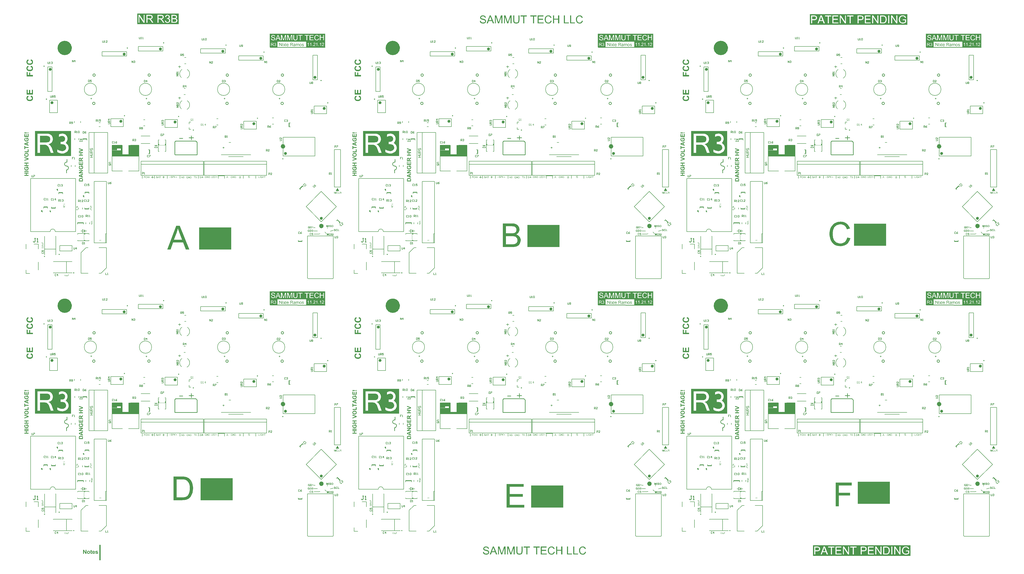
<source format=gto>
%FSAX24Y24*%
%MOIN*%
G70*
G01*
G75*
G04 Layer_Color=65535*
%ADD10C,0.0630*%
%ADD11R,3.0070X0.2530*%
G04:AMPARAMS|DCode=12|XSize=24mil|YSize=59.1mil|CornerRadius=0.6mil|HoleSize=0mil|Usage=FLASHONLY|Rotation=270.000|XOffset=0mil|YOffset=0mil|HoleType=Round|Shape=RoundedRectangle|*
%AMROUNDEDRECTD12*
21,1,0.0240,0.0579,0,0,270.0*
21,1,0.0228,0.0591,0,0,270.0*
1,1,0.0012,-0.0289,-0.0114*
1,1,0.0012,-0.0289,0.0114*
1,1,0.0012,0.0289,0.0114*
1,1,0.0012,0.0289,-0.0114*
%
%ADD12ROUNDEDRECTD12*%
G04:AMPARAMS|DCode=13|XSize=24mil|YSize=59.1mil|CornerRadius=0.6mil|HoleSize=0mil|Usage=FLASHONLY|Rotation=180.000|XOffset=0mil|YOffset=0mil|HoleType=Round|Shape=RoundedRectangle|*
%AMROUNDEDRECTD13*
21,1,0.0240,0.0579,0,0,180.0*
21,1,0.0228,0.0591,0,0,180.0*
1,1,0.0012,-0.0114,0.0289*
1,1,0.0012,0.0114,0.0289*
1,1,0.0012,0.0114,-0.0289*
1,1,0.0012,-0.0114,-0.0289*
%
%ADD13ROUNDEDRECTD13*%
%ADD14R,0.0669X0.0984*%
%ADD15R,0.0512X0.0591*%
%ADD16R,0.0512X0.0236*%
%ADD17R,0.0709X0.0630*%
%ADD18R,0.0472X0.1575*%
G04:AMPARAMS|DCode=19|XSize=70.9mil|YSize=63mil|CornerRadius=0mil|HoleSize=0mil|Usage=FLASHONLY|Rotation=315.000|XOffset=0mil|YOffset=0mil|HoleType=Round|Shape=Rectangle|*
%AMROTATEDRECTD19*
4,1,4,-0.0473,0.0028,-0.0028,0.0473,0.0473,-0.0028,0.0028,-0.0473,-0.0473,0.0028,0.0*
%
%ADD19ROTATEDRECTD19*%

G04:AMPARAMS|DCode=20|XSize=70.9mil|YSize=63mil|CornerRadius=0mil|HoleSize=0mil|Usage=FLASHONLY|Rotation=45.000|XOffset=0mil|YOffset=0mil|HoleType=Round|Shape=Rectangle|*
%AMROTATEDRECTD20*
4,1,4,-0.0028,-0.0473,-0.0473,-0.0028,0.0028,0.0473,0.0473,0.0028,-0.0028,-0.0473,0.0*
%
%ADD20ROTATEDRECTD20*%

%ADD21O,0.0236X0.0866*%
%ADD22O,0.0866X0.0236*%
%ADD23R,0.0630X0.1063*%
%ADD24R,0.1063X0.0630*%
%ADD25R,0.0630X0.0709*%
%ADD26O,0.0669X0.0138*%
%ADD27O,0.0138X0.0669*%
%ADD28O,0.0236X0.0787*%
%ADD29R,0.1378X0.0669*%
%ADD30R,0.1417X0.0591*%
%ADD31R,0.1024X0.0945*%
%ADD32R,0.0945X0.1024*%
%ADD33R,0.0984X0.0669*%
G04:AMPARAMS|DCode=34|XSize=21.7mil|YSize=68.9mil|CornerRadius=0mil|HoleSize=0mil|Usage=FLASHONLY|Rotation=135.000|XOffset=0mil|YOffset=0mil|HoleType=Round|Shape=Round|*
%AMOVALD34*
21,1,0.0472,0.0217,0.0000,0.0000,225.0*
1,1,0.0217,0.0167,0.0167*
1,1,0.0217,-0.0167,-0.0167*
%
%ADD34OVALD34*%

G04:AMPARAMS|DCode=35|XSize=21.7mil|YSize=68.9mil|CornerRadius=0mil|HoleSize=0mil|Usage=FLASHONLY|Rotation=225.000|XOffset=0mil|YOffset=0mil|HoleType=Round|Shape=Round|*
%AMOVALD35*
21,1,0.0472,0.0217,0.0000,0.0000,315.0*
1,1,0.0217,-0.0167,0.0167*
1,1,0.0217,0.0167,-0.0167*
%
%ADD35OVALD35*%

%ADD36O,0.0236X0.0591*%
%ADD37R,0.0591X0.0512*%
%ADD38R,0.0551X0.1280*%
%ADD39C,0.0079*%
%ADD40C,0.0197*%
%ADD41C,0.0400*%
%ADD42C,0.0394*%
%ADD43C,0.0118*%
%ADD44C,0.0100*%
%ADD45C,0.0330*%
%ADD46R,0.0394X0.0394*%
%ADD47P,0.1114X4X270.0*%
%ADD48R,0.1000X0.0900*%
%ADD49C,0.1250*%
%ADD50C,0.1300*%
%ADD51C,0.0600*%
%ADD52C,0.0700*%
%ADD53C,0.0800*%
%ADD54R,0.0700X0.0700*%
%ADD55C,0.0709*%
%ADD56C,0.0394*%
%ADD57C,0.2500*%
%ADD58R,0.0492X0.0492*%
%ADD59C,0.0492*%
%ADD60R,0.0591X0.0591*%
%ADD61C,0.0591*%
%ADD62C,0.0472*%
%ADD63C,0.0315*%
%ADD64C,0.0984*%
%ADD65C,0.0600*%
%ADD66R,15.7490X0.1250*%
%ADD67C,0.1850*%
%ADD68R,0.9650X0.5150*%
%ADD69C,0.1650*%
%ADD70C,0.1500*%
%ADD71C,0.1400*%
%ADD72C,0.0640*%
%ADD73C,0.0610*%
G04:AMPARAMS|DCode=74|XSize=84mil|YSize=84mil|CornerRadius=0mil|HoleSize=0mil|Usage=FLASHONLY|Rotation=0.000|XOffset=0mil|YOffset=0mil|HoleType=Round|Shape=Relief|Width=10mil|Gap=10mil|Entries=4|*
%AMTHD74*
7,0,0,0.0840,0.0640,0.0100,45*
%
%ADD74THD74*%
%ADD75C,0.0770*%
%ADD76C,0.0750*%
G04:AMPARAMS|DCode=77|XSize=100mil|YSize=100mil|CornerRadius=0mil|HoleSize=0mil|Usage=FLASHONLY|Rotation=0.000|XOffset=0mil|YOffset=0mil|HoleType=Round|Shape=Relief|Width=10mil|Gap=10mil|Entries=4|*
%AMTHD77*
7,0,0,0.1000,0.0800,0.0100,45*
%
%ADD77THD77*%
G04:AMPARAMS|DCode=78|XSize=95mil|YSize=95mil|CornerRadius=0mil|HoleSize=0mil|Usage=FLASHONLY|Rotation=0.000|XOffset=0mil|YOffset=0mil|HoleType=Round|Shape=Relief|Width=10mil|Gap=10mil|Entries=4|*
%AMTHD78*
7,0,0,0.0950,0.0750,0.0100,45*
%
%ADD78THD78*%
G04:AMPARAMS|DCode=79|XSize=90mil|YSize=90mil|CornerRadius=0mil|HoleSize=0mil|Usage=FLASHONLY|Rotation=0.000|XOffset=0mil|YOffset=0mil|HoleType=Round|Shape=Relief|Width=10mil|Gap=10mil|Entries=4|*
%AMTHD79*
7,0,0,0.0900,0.0700,0.0100,45*
%
%ADD79THD79*%
%ADD80C,0.0872*%
%ADD81C,0.0754*%
%ADD82C,0.0597*%
%ADD83C,0.1685*%
%ADD84C,0.0695*%
G04:AMPARAMS|DCode=85|XSize=95.433mil|YSize=95.433mil|CornerRadius=0mil|HoleSize=0mil|Usage=FLASHONLY|Rotation=0.000|XOffset=0mil|YOffset=0mil|HoleType=Round|Shape=Relief|Width=10mil|Gap=10mil|Entries=4|*
%AMTHD85*
7,0,0,0.0954,0.0754,0.0100,45*
%
%ADD85THD85*%
%ADD86C,0.0650*%
%ADD87C,0.0518*%
%ADD88C,0.1100*%
G04:AMPARAMS|DCode=89|XSize=71.811mil|YSize=71.811mil|CornerRadius=0mil|HoleSize=0mil|Usage=FLASHONLY|Rotation=0.000|XOffset=0mil|YOffset=0mil|HoleType=Round|Shape=Relief|Width=10mil|Gap=10mil|Entries=4|*
%AMTHD89*
7,0,0,0.0718,0.0518,0.0100,45*
%
%ADD89THD89*%
%ADD90C,0.0787*%
%ADD91C,0.1250*%
G04:AMPARAMS|DCode=92|XSize=89.528mil|YSize=89.528mil|CornerRadius=0mil|HoleSize=0mil|Usage=FLASHONLY|Rotation=0.000|XOffset=0mil|YOffset=0mil|HoleType=Round|Shape=Relief|Width=10mil|Gap=10mil|Entries=4|*
%AMTHD92*
7,0,0,0.0895,0.0695,0.0100,45*
%
%ADD92THD92*%
%ADD93C,0.0750*%
%ADD94C,0.0295*%
%ADD95R,0.5118X0.3543*%
%ADD96R,0.0230X0.2510*%
%ADD97C,0.0050*%
%ADD98C,0.0098*%
%ADD99C,0.1181*%
%ADD100C,0.0236*%
%ADD101C,0.0039*%
%ADD102C,0.0080*%
%ADD103R,0.1715X0.0705*%
%ADD104R,0.0815X0.0830*%
%ADD105R,0.0910X0.0580*%
%ADD106R,0.0310X0.1160*%
%ADD107R,0.1673X0.1525*%
%ADD108R,0.4331X0.0320*%
G36*
X090377Y097903D02*
Y097901D01*
Y097894D01*
Y097885D01*
Y097872D01*
X090375Y097856D01*
Y097837D01*
X090374Y097816D01*
X090372Y097794D01*
X090366Y097745D01*
X090359Y097694D01*
X090348Y097644D01*
X090341Y097621D01*
X090333Y097599D01*
Y097597D01*
X090332Y097593D01*
X090328Y097588D01*
X090324Y097581D01*
X090313Y097561D01*
X090297Y097535D01*
X090275Y097506D01*
X090250Y097477D01*
X090217Y097446D01*
X090177Y097418D01*
X090175D01*
X090171Y097415D01*
X090166Y097413D01*
X090157Y097407D01*
X090146Y097402D01*
X090131Y097397D01*
X090117Y097391D01*
X090098Y097384D01*
X090078Y097376D01*
X090057Y097371D01*
X090033Y097366D01*
X090006Y097360D01*
X089978Y097356D01*
X089949Y097353D01*
X089883Y097349D01*
X089867D01*
X089854Y097351D01*
X089840D01*
X089822Y097353D01*
X089801Y097355D01*
X089781Y097356D01*
X089736Y097364D01*
X089687Y097375D01*
X089639Y097389D01*
X089594Y097409D01*
X089592D01*
X089588Y097413D01*
X089583Y097417D01*
X089576Y097420D01*
X089556Y097435D01*
X089532Y097455D01*
X089504Y097480D01*
X089479Y097509D01*
X089453Y097546D01*
X089433Y097586D01*
Y097588D01*
X089432Y097591D01*
X089430Y097599D01*
X089426Y097608D01*
X089423Y097619D01*
X089419Y097633D01*
X089413Y097650D01*
X089410Y097670D01*
X089406Y097692D01*
X089401Y097715D01*
X089397Y097741D01*
X089393Y097768D01*
X089390Y097799D01*
X089388Y097832D01*
X089386Y097867D01*
Y097903D01*
Y098632D01*
X089554D01*
Y097903D01*
Y097901D01*
Y097896D01*
Y097887D01*
Y097876D01*
X089556Y097863D01*
Y097847D01*
X089557Y097812D01*
X089561Y097772D01*
X089566Y097732D01*
X089574Y097694D01*
X089577Y097677D01*
X089583Y097661D01*
X089585Y097657D01*
X089588Y097648D01*
X089597Y097635D01*
X089608Y097617D01*
X089621Y097599D01*
X089639Y097579D01*
X089661Y097559D01*
X089687Y097542D01*
X089690Y097540D01*
X089699Y097535D01*
X089716Y097530D01*
X089738Y097522D01*
X089763Y097513D01*
X089796Y097508D01*
X089831Y097502D01*
X089869Y097500D01*
X089887D01*
X089898Y097502D01*
X089914D01*
X089931Y097504D01*
X089971Y097511D01*
X090015Y097520D01*
X090057Y097535D01*
X090097Y097555D01*
X090115Y097568D01*
X090131Y097582D01*
X090133Y097584D01*
X090135Y097586D01*
X090139Y097591D01*
X090144Y097599D01*
X090149Y097610D01*
X090157Y097621D01*
X090164Y097637D01*
X090171Y097653D01*
X090179Y097673D01*
X090184Y097697D01*
X090191Y097724D01*
X090197Y097754D01*
X090202Y097786D01*
X090206Y097821D01*
X090210Y097861D01*
Y097903D01*
Y098632D01*
X090377D01*
Y097903D01*
D02*
G37*
G36*
X087644Y097371D02*
X087484D01*
Y098426D01*
X087116Y097371D01*
X086966D01*
X086602Y098444D01*
Y097371D01*
X086442D01*
Y098632D01*
X086691D01*
X086990Y097737D01*
Y097735D01*
X086992Y097732D01*
X086994Y097726D01*
X086997Y097717D01*
X087005Y097695D01*
X087014Y097668D01*
X087023Y097637D01*
X087034Y097606D01*
X087043Y097577D01*
X087050Y097551D01*
X087052Y097555D01*
X087054Y097564D01*
X087059Y097581D01*
X087067Y097602D01*
X087076Y097632D01*
X087089Y097666D01*
X087101Y097706D01*
X087118Y097754D01*
X087420Y098632D01*
X087644D01*
Y097371D01*
D02*
G37*
G36*
X089113D02*
X088952D01*
Y098426D01*
X088584Y097371D01*
X088435D01*
X088071Y098444D01*
Y097371D01*
X087910D01*
Y098632D01*
X088160D01*
X088459Y097737D01*
Y097735D01*
X088460Y097732D01*
X088462Y097726D01*
X088466Y097717D01*
X088473Y097695D01*
X088482Y097668D01*
X088491Y097637D01*
X088502Y097606D01*
X088511Y097577D01*
X088519Y097551D01*
X088521Y097555D01*
X088522Y097564D01*
X088528Y097581D01*
X088535Y097602D01*
X088544Y097632D01*
X088557Y097666D01*
X088570Y097706D01*
X088586Y097754D01*
X088889Y098632D01*
X089113D01*
Y097371D01*
D02*
G37*
G36*
X098649Y097520D02*
X099270D01*
Y097371D01*
X098481D01*
Y098632D01*
X098649D01*
Y097520D01*
D02*
G37*
G36*
X093127Y098482D02*
X092711D01*
Y097371D01*
X092544D01*
Y098482D01*
X092128D01*
Y098632D01*
X093127D01*
Y098482D01*
D02*
G37*
G36*
X094214D02*
X093469D01*
Y098098D01*
X094167D01*
Y097949D01*
X093469D01*
Y097520D01*
X094244D01*
Y097371D01*
X093302D01*
Y098632D01*
X094214D01*
Y098482D01*
D02*
G37*
G36*
X097669Y097520D02*
X098290D01*
Y097371D01*
X097501D01*
Y098632D01*
X097669D01*
Y097520D01*
D02*
G37*
G36*
X086812Y012371D02*
X086623D01*
X086475Y012754D01*
X085947D01*
X085810Y012371D01*
X085634D01*
X086115Y013632D01*
X086297D01*
X086812Y012371D01*
D02*
G37*
G36*
X092060Y013482D02*
X091644D01*
Y012371D01*
X091477D01*
Y013482D01*
X091061D01*
Y013632D01*
X092060D01*
Y013482D01*
D02*
G37*
G36*
X093627D02*
X093211D01*
Y012371D01*
X093044D01*
Y013482D01*
X092628D01*
Y013632D01*
X093627D01*
Y013482D01*
D02*
G37*
G36*
X084567Y098652D02*
X084580D01*
X084614Y098648D01*
X084653Y098643D01*
X084693Y098634D01*
X084736Y098623D01*
X084776Y098608D01*
X084778D01*
X084782Y098606D01*
X084787Y098603D01*
X084795Y098599D01*
X084813Y098590D01*
X084837Y098574D01*
X084864Y098555D01*
X084891Y098532D01*
X084917Y098504D01*
X084940Y098473D01*
Y098472D01*
X084942Y098470D01*
X084946Y098464D01*
X084949Y098459D01*
X084959Y098441D01*
X084970Y098417D01*
X084982Y098388D01*
X084991Y098353D01*
X085001Y098317D01*
X085004Y098277D01*
X084844Y098264D01*
Y098266D01*
Y098269D01*
X084842Y098275D01*
X084840Y098284D01*
X084835Y098304D01*
X084827Y098331D01*
X084816Y098360D01*
X084800Y098390D01*
X084780Y098417D01*
X084755Y098442D01*
X084751Y098444D01*
X084742Y098451D01*
X084724Y098462D01*
X084700Y098473D01*
X084669Y098484D01*
X084632Y098495D01*
X084587Y098502D01*
X084536Y098504D01*
X084510D01*
X084499Y098502D01*
X084485Y098501D01*
X084452Y098497D01*
X084416Y098490D01*
X084379Y098481D01*
X084345Y098466D01*
X084330Y098457D01*
X084315Y098448D01*
X084312Y098446D01*
X084305Y098439D01*
X084294Y098426D01*
X084283Y098411D01*
X084270Y098391D01*
X084259Y098369D01*
X084252Y098344D01*
X084248Y098315D01*
Y098311D01*
Y098304D01*
X084250Y098291D01*
X084253Y098277D01*
X084259Y098258D01*
X084268Y098240D01*
X084279Y098222D01*
X084295Y098204D01*
X084297Y098202D01*
X084306Y098196D01*
X084314Y098191D01*
X084321Y098187D01*
X084332Y098182D01*
X084345Y098175D01*
X084361Y098169D01*
X084379Y098162D01*
X084399Y098154D01*
X084423Y098145D01*
X084448Y098138D01*
X084478Y098129D01*
X084510Y098122D01*
X084547Y098113D01*
X084549D01*
X084556Y098111D01*
X084567Y098109D01*
X084580Y098105D01*
X084596Y098102D01*
X084616Y098096D01*
X084636Y098091D01*
X084658Y098085D01*
X084705Y098072D01*
X084751Y098060D01*
X084773Y098052D01*
X084793Y098045D01*
X084811Y098040D01*
X084826Y098032D01*
X084827D01*
X084831Y098031D01*
X084837Y098027D01*
X084844Y098023D01*
X084864Y098012D01*
X084888Y097998D01*
X084915Y097978D01*
X084942Y097956D01*
X084968Y097930D01*
X084990Y097903D01*
X084991Y097899D01*
X084999Y097890D01*
X085006Y097874D01*
X085017Y097852D01*
X085026Y097827D01*
X085035Y097796D01*
X085041Y097761D01*
X085042Y097724D01*
Y097723D01*
Y097721D01*
Y097715D01*
Y097708D01*
X085039Y097688D01*
X085035Y097663D01*
X085028Y097633D01*
X085019Y097602D01*
X085004Y097570D01*
X084984Y097535D01*
Y097533D01*
X084982Y097531D01*
X084973Y097520D01*
X084960Y097504D01*
X084942Y097486D01*
X084919Y097464D01*
X084889Y097440D01*
X084857Y097418D01*
X084818Y097398D01*
X084816D01*
X084813Y097397D01*
X084807Y097395D01*
X084800Y097391D01*
X084789Y097387D01*
X084776Y097382D01*
X084747Y097375D01*
X084713Y097366D01*
X084671Y097356D01*
X084625Y097351D01*
X084576Y097349D01*
X084547D01*
X084532Y097351D01*
X084516D01*
X084498Y097353D01*
X084476Y097355D01*
X084430Y097362D01*
X084383Y097369D01*
X084335Y097382D01*
X084290Y097398D01*
X084288D01*
X084284Y097400D01*
X084279Y097404D01*
X084272Y097407D01*
X084250Y097418D01*
X084224Y097435D01*
X084195Y097457D01*
X084164Y097482D01*
X084135Y097513D01*
X084108Y097548D01*
Y097550D01*
X084104Y097553D01*
X084102Y097559D01*
X084097Y097566D01*
X084093Y097575D01*
X084088Y097586D01*
X084075Y097613D01*
X084062Y097648D01*
X084051Y097686D01*
X084044Y097730D01*
X084040Y097776D01*
X084197Y097790D01*
Y097788D01*
Y097786D01*
X084199Y097781D01*
Y097774D01*
X084202Y097757D01*
X084208Y097734D01*
X084215Y097710D01*
X084223Y097683D01*
X084235Y097657D01*
X084248Y097633D01*
X084250Y097632D01*
X084255Y097624D01*
X084264Y097612D01*
X084279Y097599D01*
X084297Y097582D01*
X084317Y097566D01*
X084345Y097550D01*
X084374Y097535D01*
X084376D01*
X084377Y097533D01*
X084383Y097531D01*
X084388Y097530D01*
X084407Y097524D01*
X084430Y097517D01*
X084459Y097509D01*
X084492Y097504D01*
X084529Y097500D01*
X084569Y097499D01*
X084585D01*
X084603Y097500D01*
X084625Y097502D01*
X084651Y097506D01*
X084680Y097509D01*
X084709Y097517D01*
X084736Y097526D01*
X084740Y097528D01*
X084749Y097531D01*
X084762Y097539D01*
X084778Y097546D01*
X084795Y097559D01*
X084813Y097571D01*
X084831Y097586D01*
X084846Y097604D01*
X084847Y097606D01*
X084851Y097613D01*
X084857Y097622D01*
X084864Y097637D01*
X084871Y097652D01*
X084877Y097670D01*
X084880Y097690D01*
X084882Y097712D01*
Y097714D01*
Y097723D01*
X084880Y097734D01*
X084878Y097748D01*
X084873Y097763D01*
X084867Y097781D01*
X084858Y097799D01*
X084846Y097816D01*
X084844Y097817D01*
X084838Y097823D01*
X084831Y097830D01*
X084818Y097841D01*
X084804Y097852D01*
X084784Y097865D01*
X084760Y097878D01*
X084733Y097888D01*
X084731Y097890D01*
X084722Y097892D01*
X084707Y097898D01*
X084698Y097899D01*
X084685Y097903D01*
X084673Y097909D01*
X084656Y097912D01*
X084638Y097918D01*
X084616Y097923D01*
X084594Y097929D01*
X084569Y097936D01*
X084540Y097943D01*
X084509Y097950D01*
X084507D01*
X084501Y097952D01*
X084492Y097954D01*
X084481Y097958D01*
X084467Y097961D01*
X084450Y097965D01*
X084414Y097976D01*
X084374Y097989D01*
X084332Y098001D01*
X084295Y098014D01*
X084279Y098021D01*
X084264Y098029D01*
X084263D01*
X084261Y098031D01*
X084250Y098038D01*
X084233Y098047D01*
X084215Y098062D01*
X084193Y098078D01*
X084171Y098098D01*
X084150Y098122D01*
X084131Y098147D01*
X084130Y098151D01*
X084124Y098160D01*
X084117Y098175D01*
X084110Y098193D01*
X084102Y098216D01*
X084095Y098244D01*
X084090Y098273D01*
X084088Y098304D01*
Y098306D01*
Y098308D01*
Y098313D01*
Y098320D01*
X084091Y098338D01*
X084095Y098362D01*
X084100Y098390D01*
X084110Y098420D01*
X084122Y098451D01*
X084141Y098482D01*
Y098484D01*
X084142Y098486D01*
X084151Y098497D01*
X084164Y098512D01*
X084181Y098530D01*
X084202Y098550D01*
X084230Y098572D01*
X084263Y098592D01*
X084299Y098610D01*
X084301D01*
X084305Y098612D01*
X084310Y098614D01*
X084317Y098617D01*
X084326Y098621D01*
X084339Y098625D01*
X084366Y098632D01*
X084401Y098639D01*
X084441Y098646D01*
X084483Y098652D01*
X084530Y098654D01*
X084554D01*
X084567Y098652D01*
D02*
G37*
G36*
X096740Y097371D02*
X096572D01*
Y097965D01*
X095920D01*
Y097371D01*
X095752D01*
Y098632D01*
X095920D01*
Y098114D01*
X096572D01*
Y098632D01*
X096740D01*
Y097371D01*
D02*
G37*
G36*
X095051Y098652D02*
X095067Y098650D01*
X095087Y098648D01*
X095107Y098646D01*
X095131Y098641D01*
X095180Y098630D01*
X095235Y098614D01*
X095262Y098603D01*
X095288Y098590D01*
X095313Y098574D01*
X095339Y098557D01*
X095340Y098555D01*
X095344Y098553D01*
X095351Y098548D01*
X095360Y098539D01*
X095370Y098530D01*
X095382Y098517D01*
X095395Y098502D01*
X095410Y098488D01*
X095424Y098470D01*
X095439Y098448D01*
X095455Y098426D01*
X095470Y098402D01*
X095482Y098375D01*
X095497Y098348D01*
X095508Y098318D01*
X095519Y098286D01*
X095355Y098247D01*
Y098249D01*
X095353Y098253D01*
X095349Y098260D01*
X095346Y098269D01*
X095342Y098280D01*
X095337Y098295D01*
X095322Y098324D01*
X095304Y098357D01*
X095282Y098390D01*
X095255Y098420D01*
X095226Y098448D01*
X095222Y098451D01*
X095211Y098459D01*
X095193Y098468D01*
X095169Y098481D01*
X095138Y098492D01*
X095104Y098502D01*
X095062Y098510D01*
X095016Y098512D01*
X095001D01*
X094992Y098510D01*
X094980D01*
X094965Y098508D01*
X094930Y098502D01*
X094892Y098495D01*
X094852Y098482D01*
X094810Y098464D01*
X094772Y098441D01*
X094770D01*
X094768Y098437D01*
X094755Y098428D01*
X094739Y098413D01*
X094719Y098391D01*
X094695Y098364D01*
X094674Y098333D01*
X094653Y098295D01*
X094635Y098253D01*
Y098251D01*
X094633Y098247D01*
X094632Y098242D01*
X094630Y098233D01*
X094626Y098222D01*
X094622Y098209D01*
X094617Y098178D01*
X094610Y098142D01*
X094602Y098102D01*
X094599Y098058D01*
X094597Y098011D01*
Y098009D01*
Y098003D01*
Y097994D01*
Y097983D01*
X094599Y097970D01*
Y097954D01*
X094601Y097936D01*
X094602Y097916D01*
X094608Y097872D01*
X094617Y097825D01*
X094628Y097777D01*
X094643Y097730D01*
Y097728D01*
X094644Y097724D01*
X094648Y097719D01*
X094652Y097710D01*
X094663Y097688D01*
X094679Y097663D01*
X094699Y097633D01*
X094725Y097602D01*
X094754Y097575D01*
X094788Y097550D01*
X094790D01*
X094794Y097548D01*
X094799Y097544D01*
X094807Y097540D01*
X094816Y097537D01*
X094827Y097531D01*
X094852Y097520D01*
X094885Y097509D01*
X094921Y097500D01*
X094961Y097493D01*
X095003Y097491D01*
X095016D01*
X095027Y097493D01*
X095040D01*
X095052Y097495D01*
X095085Y097502D01*
X095124Y097511D01*
X095162Y097526D01*
X095202Y097546D01*
X095222Y097557D01*
X095240Y097571D01*
X095242Y097573D01*
X095244Y097575D01*
X095249Y097581D01*
X095257Y097586D01*
X095264Y097595D01*
X095273Y097606D01*
X095284Y097617D01*
X095293Y097632D01*
X095304Y097648D01*
X095317Y097666D01*
X095328Y097684D01*
X095339Y097706D01*
X095348Y097730D01*
X095357Y097755D01*
X095366Y097783D01*
X095373Y097812D01*
X095541Y097770D01*
Y097768D01*
X095539Y097761D01*
X095535Y097750D01*
X095530Y097735D01*
X095524Y097719D01*
X095517Y097699D01*
X095508Y097677D01*
X095497Y097653D01*
X095472Y097602D01*
X095439Y097551D01*
X095419Y097526D01*
X095399Y097500D01*
X095377Y097479D01*
X095351Y097457D01*
X095349Y097455D01*
X095346Y097451D01*
X095337Y097448D01*
X095328Y097440D01*
X095313Y097431D01*
X095298Y097422D01*
X095278Y097413D01*
X095258Y097404D01*
X095235Y097393D01*
X095209Y097384D01*
X095182Y097375D01*
X095153Y097366D01*
X095122Y097358D01*
X095089Y097355D01*
X095054Y097351D01*
X095018Y097349D01*
X094998D01*
X094983Y097351D01*
X094967D01*
X094947Y097353D01*
X094925Y097356D01*
X094899Y097360D01*
X094847Y097369D01*
X094792Y097384D01*
X094737Y097404D01*
X094712Y097417D01*
X094686Y097431D01*
X094684Y097433D01*
X094681Y097435D01*
X094674Y097440D01*
X094666Y097448D01*
X094655Y097455D01*
X094643Y097466D01*
X094628Y097479D01*
X094613Y097493D01*
X094599Y097509D01*
X094582Y097526D01*
X094550Y097568D01*
X094519Y097617D01*
X094491Y097672D01*
Y097673D01*
X094488Y097679D01*
X094486Y097688D01*
X094480Y097699D01*
X094477Y097714D01*
X094471Y097732D01*
X094464Y097752D01*
X094459Y097774D01*
X094453Y097797D01*
X094446Y097825D01*
X094437Y097881D01*
X094429Y097945D01*
X094426Y098011D01*
Y098012D01*
Y098020D01*
Y098031D01*
X094428Y098043D01*
Y098062D01*
X094429Y098080D01*
X094431Y098103D01*
X094435Y098127D01*
X094444Y098180D01*
X094457Y098238D01*
X094475Y098297D01*
X094500Y098353D01*
X094502Y098355D01*
X094504Y098360D01*
X094508Y098368D01*
X094515Y098377D01*
X094522Y098390D01*
X094531Y098404D01*
X094555Y098437D01*
X094586Y098473D01*
X094622Y098510D01*
X094664Y098546D01*
X094714Y098577D01*
X094715Y098579D01*
X094721Y098581D01*
X094728Y098584D01*
X094737Y098590D01*
X094752Y098595D01*
X094766Y098601D01*
X094785Y098608D01*
X094805Y098615D01*
X094827Y098623D01*
X094850Y098630D01*
X094901Y098641D01*
X094960Y098650D01*
X095020Y098654D01*
X095038D01*
X095051Y098652D01*
D02*
G37*
G36*
X100045D02*
X100061Y098650D01*
X100081Y098648D01*
X100101Y098646D01*
X100125Y098641D01*
X100174Y098630D01*
X100229Y098614D01*
X100256Y098603D01*
X100282Y098590D01*
X100307Y098574D01*
X100333Y098557D01*
X100334Y098555D01*
X100338Y098553D01*
X100345Y098548D01*
X100354Y098539D01*
X100364Y098530D01*
X100376Y098517D01*
X100389Y098502D01*
X100404Y098488D01*
X100418Y098470D01*
X100433Y098448D01*
X100449Y098426D01*
X100464Y098402D01*
X100477Y098375D01*
X100491Y098348D01*
X100502Y098318D01*
X100513Y098286D01*
X100349Y098247D01*
Y098249D01*
X100347Y098253D01*
X100344Y098260D01*
X100340Y098269D01*
X100336Y098280D01*
X100331Y098295D01*
X100316Y098324D01*
X100298Y098357D01*
X100276Y098390D01*
X100249Y098420D01*
X100220Y098448D01*
X100216Y098451D01*
X100205Y098459D01*
X100187Y098468D01*
X100163Y098481D01*
X100132Y098492D01*
X100098Y098502D01*
X100056Y098510D01*
X100010Y098512D01*
X099996D01*
X099986Y098510D01*
X099974D01*
X099959Y098508D01*
X099925Y098502D01*
X099886Y098495D01*
X099846Y098482D01*
X099804Y098464D01*
X099766Y098441D01*
X099764D01*
X099762Y098437D01*
X099750Y098428D01*
X099733Y098413D01*
X099713Y098391D01*
X099689Y098364D01*
X099668Y098333D01*
X099648Y098295D01*
X099629Y098253D01*
Y098251D01*
X099628Y098247D01*
X099626Y098242D01*
X099624Y098233D01*
X099620Y098222D01*
X099617Y098209D01*
X099611Y098178D01*
X099604Y098142D01*
X099597Y098102D01*
X099593Y098058D01*
X099591Y098011D01*
Y098009D01*
Y098003D01*
Y097994D01*
Y097983D01*
X099593Y097970D01*
Y097954D01*
X099595Y097936D01*
X099597Y097916D01*
X099602Y097872D01*
X099611Y097825D01*
X099622Y097777D01*
X099637Y097730D01*
Y097728D01*
X099638Y097724D01*
X099642Y097719D01*
X099646Y097710D01*
X099657Y097688D01*
X099673Y097663D01*
X099693Y097633D01*
X099719Y097602D01*
X099748Y097575D01*
X099782Y097550D01*
X099784D01*
X099788Y097548D01*
X099793Y097544D01*
X099801Y097540D01*
X099810Y097537D01*
X099821Y097531D01*
X099846Y097520D01*
X099879Y097509D01*
X099915Y097500D01*
X099955Y097493D01*
X099997Y097491D01*
X100010D01*
X100021Y097493D01*
X100034D01*
X100047Y097495D01*
X100079Y097502D01*
X100118Y097511D01*
X100156Y097526D01*
X100196Y097546D01*
X100216Y097557D01*
X100234Y097571D01*
X100236Y097573D01*
X100238Y097575D01*
X100243Y097581D01*
X100251Y097586D01*
X100258Y097595D01*
X100267Y097606D01*
X100278Y097617D01*
X100287Y097632D01*
X100298Y097648D01*
X100311Y097666D01*
X100322Y097684D01*
X100333Y097706D01*
X100342Y097730D01*
X100351Y097755D01*
X100360Y097783D01*
X100367Y097812D01*
X100535Y097770D01*
Y097768D01*
X100533Y097761D01*
X100529Y097750D01*
X100524Y097735D01*
X100518Y097719D01*
X100511Y097699D01*
X100502Y097677D01*
X100491Y097653D01*
X100466Y097602D01*
X100433Y097551D01*
X100413Y097526D01*
X100393Y097500D01*
X100371Y097479D01*
X100345Y097457D01*
X100344Y097455D01*
X100340Y097451D01*
X100331Y097448D01*
X100322Y097440D01*
X100307Y097431D01*
X100293Y097422D01*
X100273Y097413D01*
X100252Y097404D01*
X100229Y097393D01*
X100203Y097384D01*
X100176Y097375D01*
X100147Y097366D01*
X100116Y097358D01*
X100083Y097355D01*
X100048Y097351D01*
X100012Y097349D01*
X099992D01*
X099977Y097351D01*
X099961D01*
X099941Y097353D01*
X099919Y097356D01*
X099894Y097360D01*
X099841Y097369D01*
X099786Y097384D01*
X099731Y097404D01*
X099706Y097417D01*
X099680Y097431D01*
X099679Y097433D01*
X099675Y097435D01*
X099668Y097440D01*
X099660Y097448D01*
X099649Y097455D01*
X099637Y097466D01*
X099622Y097479D01*
X099607Y097493D01*
X099593Y097509D01*
X099577Y097526D01*
X099544Y097568D01*
X099513Y097617D01*
X099485Y097672D01*
Y097673D01*
X099482Y097679D01*
X099480Y097688D01*
X099474Y097699D01*
X099471Y097714D01*
X099465Y097732D01*
X099458Y097752D01*
X099453Y097774D01*
X099447Y097797D01*
X099440Y097825D01*
X099431Y097881D01*
X099423Y097945D01*
X099420Y098011D01*
Y098012D01*
Y098020D01*
Y098031D01*
X099422Y098043D01*
Y098062D01*
X099423Y098080D01*
X099425Y098103D01*
X099429Y098127D01*
X099438Y098180D01*
X099451Y098238D01*
X099469Y098297D01*
X099495Y098353D01*
X099496Y098355D01*
X099498Y098360D01*
X099502Y098368D01*
X099509Y098377D01*
X099516Y098390D01*
X099525Y098404D01*
X099549Y098437D01*
X099580Y098473D01*
X099617Y098510D01*
X099658Y098546D01*
X099708Y098577D01*
X099710Y098579D01*
X099715Y098581D01*
X099722Y098584D01*
X099731Y098590D01*
X099746Y098595D01*
X099761Y098601D01*
X099779Y098608D01*
X099799Y098615D01*
X099821Y098623D01*
X099844Y098630D01*
X099895Y098641D01*
X099954Y098650D01*
X100014Y098654D01*
X100032D01*
X100045Y098652D01*
D02*
G37*
G36*
X091560Y098482D02*
X091144D01*
Y097371D01*
X090977D01*
Y098482D01*
X090561D01*
Y098632D01*
X091560D01*
Y098482D01*
D02*
G37*
G36*
X022749Y012955D02*
X022758Y012954D01*
X022768Y012953D01*
X022779Y012952D01*
X022802Y012948D01*
X022825Y012943D01*
X022848Y012934D01*
X022858Y012930D01*
X022867Y012924D01*
X022868D01*
X022869Y012922D01*
X022874Y012919D01*
X022883Y012911D01*
X022892Y012901D01*
X022903Y012889D01*
X022913Y012873D01*
X022924Y012855D01*
X022931Y012833D01*
X022815Y012812D01*
Y012813D01*
X022813Y012817D01*
X022812Y012821D01*
X022809Y012827D01*
X022805Y012834D01*
X022800Y012841D01*
X022794Y012847D01*
X022787Y012853D01*
X022786Y012854D01*
X022783Y012856D01*
X022778Y012858D01*
X022772Y012860D01*
X022763Y012863D01*
X022753Y012866D01*
X022741Y012867D01*
X022727Y012868D01*
X022719D01*
X022711Y012867D01*
X022701Y012866D01*
X022689Y012864D01*
X022677Y012862D01*
X022667Y012858D01*
X022658Y012854D01*
X022657D01*
X022656Y012852D01*
X022652Y012847D01*
X022646Y012839D01*
X022645Y012834D01*
X022644Y012829D01*
Y012828D01*
Y012827D01*
X022646Y012821D01*
X022650Y012814D01*
X022652Y012810D01*
X022656Y012807D01*
X022657Y012806D01*
X022661Y012805D01*
X022663Y012803D01*
X022666Y012802D01*
X022671Y012800D01*
X022677Y012797D01*
X022684Y012796D01*
X022691Y012793D01*
X022701Y012790D01*
X022712Y012787D01*
X022724Y012783D01*
X022738Y012780D01*
X022753Y012776D01*
X022771Y012771D01*
X022772D01*
X022776Y012771D01*
X022780Y012770D01*
X022787Y012768D01*
X022795Y012765D01*
X022804Y012763D01*
X022825Y012757D01*
X022848Y012748D01*
X022870Y012739D01*
X022881Y012734D01*
X022891Y012729D01*
X022899Y012722D01*
X022908Y012717D01*
X022910Y012715D01*
X022914Y012711D01*
X022920Y012704D01*
X022927Y012694D01*
X022935Y012681D01*
X022940Y012665D01*
X022945Y012647D01*
X022947Y012626D01*
Y012625D01*
Y012623D01*
Y012620D01*
X022946Y012615D01*
X022945Y012611D01*
X022944Y012604D01*
X022940Y012588D01*
X022934Y012572D01*
X022929Y012562D01*
X022924Y012553D01*
X022918Y012544D01*
X022911Y012535D01*
X022902Y012525D01*
X022893Y012516D01*
X022892Y012515D01*
X022890Y012514D01*
X022887Y012512D01*
X022883Y012509D01*
X022877Y012506D01*
X022871Y012502D01*
X022862Y012498D01*
X022853Y012494D01*
X022843Y012489D01*
X022831Y012486D01*
X022818Y012481D01*
X022804Y012478D01*
X022788Y012475D01*
X022772Y012473D01*
X022754Y012472D01*
X022736Y012471D01*
X022726D01*
X022720Y012472D01*
X022712D01*
X022702Y012473D01*
X022692Y012474D01*
X022681Y012475D01*
X022657Y012480D01*
X022632Y012487D01*
X022607Y012496D01*
X022596Y012502D01*
X022585Y012509D01*
X022584Y012510D01*
X022582Y012511D01*
X022579Y012512D01*
X022577Y012516D01*
X022566Y012524D01*
X022555Y012537D01*
X022543Y012551D01*
X022532Y012569D01*
X022522Y012590D01*
X022514Y012613D01*
X022637Y012632D01*
Y012630D01*
X022639Y012626D01*
X022640Y012620D01*
X022643Y012611D01*
X022648Y012602D01*
X022653Y012594D01*
X022660Y012585D01*
X022668Y012577D01*
X022669Y012576D01*
X022673Y012574D01*
X022678Y012572D01*
X022686Y012569D01*
X022695Y012565D01*
X022707Y012562D01*
X022720Y012561D01*
X022736Y012560D01*
X022743D01*
X022752Y012561D01*
X022763Y012562D01*
X022774Y012563D01*
X022786Y012567D01*
X022797Y012571D01*
X022807Y012576D01*
X022808Y012577D01*
X022810Y012579D01*
X022813Y012582D01*
X022815Y012586D01*
X022818Y012590D01*
X022821Y012596D01*
X022823Y012602D01*
X022824Y012610D01*
Y012611D01*
Y012612D01*
X022823Y012618D01*
X022820Y012625D01*
X022814Y012633D01*
X022813Y012635D01*
X022810Y012636D01*
X022806Y012638D01*
X022800Y012640D01*
X022793Y012643D01*
X022785Y012646D01*
X022774Y012648D01*
X022772D01*
X022767Y012650D01*
X022760Y012652D01*
X022750Y012654D01*
X022738Y012657D01*
X022725Y012660D01*
X022710Y012664D01*
X022694Y012669D01*
X022662Y012678D01*
X022646Y012683D01*
X022631Y012688D01*
X022617Y012693D01*
X022604Y012698D01*
X022593Y012704D01*
X022585Y012709D01*
X022584Y012709D01*
X022582Y012710D01*
X022580Y012712D01*
X022577Y012716D01*
X022567Y012724D01*
X022558Y012736D01*
X022548Y012751D01*
X022539Y012769D01*
X022535Y012779D01*
X022533Y012790D01*
X022531Y012801D01*
X022530Y012813D01*
Y012814D01*
Y012816D01*
Y012819D01*
X022531Y012823D01*
X022532Y012828D01*
X022533Y012834D01*
X022536Y012848D01*
X022541Y012864D01*
X022551Y012881D01*
X022555Y012890D01*
X022562Y012898D01*
X022569Y012907D01*
X022578Y012914D01*
X022578Y012915D01*
X022579Y012916D01*
X022582Y012918D01*
X022587Y012920D01*
X022591Y012923D01*
X022598Y012927D01*
X022605Y012931D01*
X022614Y012935D01*
X022624Y012939D01*
X022635Y012943D01*
X022647Y012946D01*
X022660Y012949D01*
X022675Y012952D01*
X022690Y012954D01*
X022707Y012956D01*
X022741D01*
X022749Y012955D01*
D02*
G37*
G36*
X035843Y097249D02*
X029210D01*
Y098937D01*
X035843D01*
Y097249D01*
D02*
G37*
G36*
X143553Y023421D02*
X141497D01*
Y022251D01*
X143274D01*
Y021803D01*
X141497D01*
Y020086D01*
X140994D01*
Y023870D01*
X143553D01*
Y023421D01*
D02*
G37*
G36*
X021079Y012481D02*
X020950D01*
X020690Y012903D01*
Y012481D01*
X020570D01*
Y013121D01*
X020695D01*
X020960Y012690D01*
Y013121D01*
X021079D01*
Y012481D01*
D02*
G37*
G36*
X021443Y012955D02*
X021452Y012954D01*
X021462Y012952D01*
X021474Y012950D01*
X021486Y012947D01*
X021500Y012944D01*
X021514Y012939D01*
X021528Y012933D01*
X021542Y012927D01*
X021557Y012919D01*
X021571Y012909D01*
X021585Y012899D01*
X021598Y012887D01*
X021599Y012886D01*
X021601Y012884D01*
X021604Y012880D01*
X021608Y012875D01*
X021614Y012868D01*
X021619Y012860D01*
X021626Y012850D01*
X021632Y012840D01*
X021638Y012828D01*
X021644Y012815D01*
X021650Y012800D01*
X021655Y012785D01*
X021659Y012769D01*
X021663Y012752D01*
X021665Y012734D01*
X021666Y012714D01*
Y012713D01*
Y012709D01*
Y012704D01*
X021665Y012697D01*
X021664Y012687D01*
X021662Y012677D01*
X021660Y012665D01*
X021657Y012653D01*
X021653Y012639D01*
X021649Y012625D01*
X021643Y012611D01*
X021637Y012596D01*
X021629Y012581D01*
X021619Y012567D01*
X021609Y012553D01*
X021597Y012539D01*
X021596Y012538D01*
X021594Y012537D01*
X021591Y012533D01*
X021585Y012528D01*
X021579Y012524D01*
X021570Y012518D01*
X021561Y012512D01*
X021551Y012505D01*
X021539Y012499D01*
X021526Y012492D01*
X021512Y012487D01*
X021496Y012482D01*
X021481Y012477D01*
X021463Y012474D01*
X021445Y012472D01*
X021426Y012471D01*
X021419D01*
X021415Y012472D01*
X021409D01*
X021403Y012473D01*
X021387Y012475D01*
X021368Y012478D01*
X021347Y012483D01*
X021326Y012490D01*
X021304Y012500D01*
X021303D01*
X021301Y012500D01*
X021298Y012502D01*
X021295Y012505D01*
X021284Y012512D01*
X021271Y012521D01*
X021258Y012533D01*
X021243Y012548D01*
X021229Y012564D01*
X021216Y012584D01*
Y012585D01*
X021215Y012586D01*
X021213Y012589D01*
X021211Y012594D01*
X021209Y012599D01*
X021207Y012606D01*
X021204Y012613D01*
X021201Y012622D01*
X021198Y012631D01*
X021196Y012641D01*
X021191Y012664D01*
X021187Y012691D01*
X021186Y012720D01*
Y012721D01*
Y012722D01*
Y012726D01*
X021187Y012730D01*
Y012735D01*
X021188Y012742D01*
X021190Y012758D01*
X021194Y012775D01*
X021199Y012795D01*
X021206Y012816D01*
X021216Y012837D01*
Y012838D01*
X021218Y012840D01*
X021219Y012843D01*
X021222Y012846D01*
X021229Y012857D01*
X021238Y012870D01*
X021250Y012883D01*
X021265Y012898D01*
X021282Y012912D01*
X021301Y012925D01*
X021302D01*
X021304Y012926D01*
X021307Y012928D01*
X021311Y012930D01*
X021316Y012932D01*
X021322Y012934D01*
X021330Y012937D01*
X021337Y012941D01*
X021356Y012946D01*
X021377Y012951D01*
X021400Y012955D01*
X021425Y012956D01*
X021435D01*
X021443Y012955D01*
D02*
G37*
G36*
X021890Y012945D02*
X021974D01*
Y012847D01*
X021890D01*
Y012660D01*
Y012659D01*
Y012657D01*
Y012654D01*
Y012650D01*
Y012641D01*
Y012630D01*
X021891Y012619D01*
Y012608D01*
Y012599D01*
X021892Y012596D01*
Y012594D01*
X021893Y012592D01*
X021895Y012588D01*
X021898Y012584D01*
X021903Y012578D01*
X021905Y012577D01*
X021909Y012575D01*
X021915Y012574D01*
X021924Y012573D01*
X021927D01*
X021931Y012574D01*
X021937Y012574D01*
X021944Y012575D01*
X021952Y012577D01*
X021962Y012580D01*
X021974Y012584D01*
X021985Y012488D01*
X021984D01*
X021983Y012487D01*
X021977Y012486D01*
X021968Y012483D01*
X021956Y012480D01*
X021942Y012476D01*
X021925Y012474D01*
X021907Y012472D01*
X021888Y012471D01*
X021882D01*
X021875Y012472D01*
X021867Y012473D01*
X021858Y012474D01*
X021848Y012475D01*
X021838Y012478D01*
X021827Y012482D01*
X021826Y012483D01*
X021823Y012484D01*
X021818Y012487D01*
X021813Y012489D01*
X021800Y012499D01*
X021793Y012504D01*
X021788Y012511D01*
X021787Y012512D01*
X021786Y012514D01*
X021784Y012518D01*
X021781Y012524D01*
X021778Y012530D01*
X021776Y012538D01*
X021773Y012548D01*
X021771Y012558D01*
Y012559D01*
X021770Y012562D01*
Y012568D01*
X021769Y012577D01*
X021768Y012589D01*
Y012604D01*
X021767Y012612D01*
Y012623D01*
Y012633D01*
Y012645D01*
Y012847D01*
X021711D01*
Y012945D01*
X021767D01*
Y013038D01*
X021890Y013110D01*
Y012945D01*
D02*
G37*
G36*
X022253Y012955D02*
X022261Y012954D01*
X022271Y012952D01*
X022282Y012950D01*
X022295Y012947D01*
X022307Y012944D01*
X022320Y012939D01*
X022334Y012933D01*
X022348Y012926D01*
X022361Y012919D01*
X022374Y012909D01*
X022387Y012898D01*
X022398Y012886D01*
X022399Y012885D01*
X022401Y012883D01*
X022404Y012879D01*
X022407Y012873D01*
X022412Y012866D01*
X022417Y012858D01*
X022422Y012846D01*
X022428Y012834D01*
X022433Y012821D01*
X022439Y012805D01*
X022443Y012788D01*
X022448Y012769D01*
X022452Y012748D01*
X022455Y012726D01*
X022456Y012703D01*
Y012677D01*
X022149D01*
Y012676D01*
Y012674D01*
Y012672D01*
X022150Y012668D01*
X022151Y012659D01*
X022153Y012646D01*
X022157Y012633D01*
X022162Y012618D01*
X022169Y012604D01*
X022178Y012592D01*
X022179Y012591D01*
X022184Y012587D01*
X022189Y012583D01*
X022197Y012577D01*
X022208Y012572D01*
X022221Y012567D01*
X022234Y012563D01*
X022249Y012562D01*
X022254D01*
X022259Y012563D01*
X022266Y012564D01*
X022273Y012566D01*
X022282Y012569D01*
X022290Y012573D01*
X022297Y012578D01*
X022298Y012579D01*
X022301Y012581D01*
X022305Y012585D01*
X022308Y012590D01*
X022314Y012598D01*
X022319Y012606D01*
X022323Y012617D01*
X022328Y012629D01*
X022450Y012609D01*
Y012608D01*
X022449Y012606D01*
X022447Y012602D01*
X022445Y012598D01*
X022443Y012592D01*
X022440Y012586D01*
X022431Y012571D01*
X022421Y012554D01*
X022408Y012537D01*
X022393Y012521D01*
X022375Y012506D01*
X022374D01*
X022373Y012504D01*
X022369Y012503D01*
X022366Y012500D01*
X022361Y012498D01*
X022355Y012495D01*
X022348Y012492D01*
X022340Y012488D01*
X022321Y012482D01*
X022300Y012476D01*
X022275Y012473D01*
X022248Y012471D01*
X022243D01*
X022237Y012472D01*
X022229D01*
X022219Y012474D01*
X022207Y012475D01*
X022194Y012477D01*
X022181Y012481D01*
X022166Y012485D01*
X022151Y012490D01*
X022136Y012497D01*
X022122Y012504D01*
X022107Y012513D01*
X022093Y012524D01*
X022081Y012536D01*
X022069Y012549D01*
X022068Y012550D01*
X022067Y012552D01*
X022065Y012556D01*
X022061Y012561D01*
X022059Y012567D01*
X022055Y012574D01*
X022050Y012583D01*
X022047Y012593D01*
X022042Y012604D01*
X022038Y012616D01*
X022034Y012629D01*
X022031Y012644D01*
X022028Y012659D01*
X022025Y012674D01*
X022024Y012692D01*
X022023Y012709D01*
Y012710D01*
Y012714D01*
Y012721D01*
X022024Y012729D01*
X022025Y012738D01*
X022026Y012749D01*
X022028Y012761D01*
X022031Y012775D01*
X022038Y012804D01*
X022043Y012819D01*
X022048Y012834D01*
X022056Y012849D01*
X022064Y012863D01*
X022073Y012877D01*
X022084Y012890D01*
X022085Y012891D01*
X022086Y012893D01*
X022090Y012896D01*
X022095Y012900D01*
X022100Y012905D01*
X022108Y012910D01*
X022116Y012917D01*
X022125Y012923D01*
X022135Y012929D01*
X022147Y012935D01*
X022159Y012941D01*
X022173Y012945D01*
X022187Y012949D01*
X022203Y012953D01*
X022219Y012955D01*
X022235Y012956D01*
X022245D01*
X022253Y012955D01*
D02*
G37*
G36*
X037556Y061177D02*
X036987D01*
X036544Y062325D01*
X034958D01*
X034548Y061177D01*
X034018D01*
X035462Y064960D01*
X036008D01*
X037556Y061177D01*
D02*
G37*
G36*
X152461Y097149D02*
X136840D01*
Y098854D01*
X152461D01*
Y097149D01*
D02*
G37*
G36*
X086312Y097371D02*
X086123D01*
X085975Y097754D01*
X085447D01*
X085310Y097371D01*
X085134D01*
X085615Y098632D01*
X085797D01*
X086312Y097371D01*
D02*
G37*
G36*
X089244Y065349D02*
X089288D01*
X089386Y065338D01*
X089496Y065327D01*
X089611Y065305D01*
X089726Y065278D01*
X089829Y065239D01*
X089835D01*
X089840Y065234D01*
X089873Y065217D01*
X089922Y065190D01*
X089977Y065152D01*
X090043Y065103D01*
X090114Y065042D01*
X090179Y064966D01*
X090239Y064884D01*
X090245Y064873D01*
X090261Y064840D01*
X090289Y064796D01*
X090316Y064731D01*
X090343Y064654D01*
X090371Y064572D01*
X090387Y064479D01*
X090393Y064386D01*
Y064375D01*
Y064348D01*
X090387Y064299D01*
X090376Y064239D01*
X090360Y064168D01*
X090332Y064091D01*
X090300Y064014D01*
X090256Y063932D01*
X090250Y063921D01*
X090234Y063900D01*
X090201Y063856D01*
X090157Y063812D01*
X090103Y063757D01*
X090037Y063697D01*
X089955Y063643D01*
X089862Y063588D01*
X089868D01*
X089879Y063582D01*
X089895Y063577D01*
X089917Y063566D01*
X089982Y063544D01*
X090059Y063506D01*
X090141Y063457D01*
X090234Y063397D01*
X090316Y063325D01*
X090393Y063238D01*
X090398Y063227D01*
X090420Y063194D01*
X090453Y063145D01*
X090486Y063079D01*
X090518Y062992D01*
X090551Y062899D01*
X090573Y062790D01*
X090578Y062669D01*
Y062664D01*
Y062658D01*
Y062626D01*
X090573Y062571D01*
X090562Y062505D01*
X090551Y062429D01*
X090529Y062347D01*
X090502Y062259D01*
X090464Y062172D01*
X090458Y062161D01*
X090442Y062133D01*
X090420Y062095D01*
X090387Y062040D01*
X090343Y061986D01*
X090300Y061926D01*
X090245Y061866D01*
X090185Y061816D01*
X090179Y061811D01*
X090157Y061794D01*
X090119Y061773D01*
X090070Y061751D01*
X090010Y061718D01*
X089939Y061685D01*
X089862Y061658D01*
X089769Y061630D01*
X089758D01*
X089726Y061619D01*
X089671Y061614D01*
X089600Y061603D01*
X089512Y061592D01*
X089408Y061581D01*
X089294Y061576D01*
X089162Y061570D01*
X087719D01*
Y065354D01*
X089206D01*
X089244Y065349D01*
D02*
G37*
G36*
X091065Y023209D02*
X088828D01*
Y022055D01*
X090922D01*
Y021607D01*
X088828D01*
Y020322D01*
X091152D01*
Y019873D01*
X088325D01*
Y023657D01*
X091065D01*
Y023209D01*
D02*
G37*
G36*
X036571Y024833D02*
X036680Y024827D01*
X036790Y024816D01*
X036899Y024800D01*
X036992Y024784D01*
X036997D01*
X037008Y024778D01*
X037025D01*
X037047Y024767D01*
X037107Y024751D01*
X037183Y024724D01*
X037271Y024685D01*
X037364Y024636D01*
X037457Y024581D01*
X037544Y024510D01*
X037550Y024505D01*
X037555Y024499D01*
X037572Y024483D01*
X037593Y024467D01*
X037648Y024412D01*
X037714Y024335D01*
X037785Y024242D01*
X037861Y024133D01*
X037932Y024007D01*
X037993Y023865D01*
Y023860D01*
X037998Y023849D01*
X038009Y023827D01*
X038014Y023794D01*
X038031Y023756D01*
X038042Y023712D01*
X038053Y023663D01*
X038069Y023603D01*
X038085Y023542D01*
X038096Y023471D01*
X038124Y023318D01*
X038140Y023149D01*
X038146Y022963D01*
Y022957D01*
Y022946D01*
Y022919D01*
Y022892D01*
X038140Y022853D01*
Y022810D01*
X038135Y022706D01*
X038118Y022586D01*
X038102Y022460D01*
X038075Y022329D01*
X038042Y022197D01*
Y022192D01*
X038036Y022181D01*
X038031Y022164D01*
X038025Y022143D01*
X038003Y022082D01*
X037971Y022006D01*
X037938Y021918D01*
X037894Y021831D01*
X037839Y021738D01*
X037785Y021651D01*
X037779Y021640D01*
X037757Y021612D01*
X037725Y021574D01*
X037681Y021525D01*
X037632Y021470D01*
X037572Y021415D01*
X037511Y021355D01*
X037440Y021306D01*
X037429Y021301D01*
X037407Y021284D01*
X037369Y021262D01*
X037315Y021235D01*
X037249Y021202D01*
X037172Y021175D01*
X037085Y021142D01*
X036986Y021115D01*
X036976D01*
X036959Y021109D01*
X036943Y021104D01*
X036888Y021098D01*
X036811Y021087D01*
X036724Y021076D01*
X036620Y021065D01*
X036505Y021060D01*
X036379Y021054D01*
X035018D01*
Y024838D01*
X036472D01*
X036571Y024833D01*
D02*
G37*
G36*
X141870Y065627D02*
X141919Y065621D01*
X141979Y065616D01*
X142039Y065610D01*
X142110Y065594D01*
X142258Y065561D01*
X142422Y065512D01*
X142504Y065479D01*
X142581Y065441D01*
X142657Y065392D01*
X142734Y065342D01*
X142739Y065337D01*
X142750Y065332D01*
X142772Y065315D01*
X142799Y065288D01*
X142827Y065260D01*
X142865Y065222D01*
X142903Y065178D01*
X142947Y065135D01*
X142991Y065080D01*
X143035Y065014D01*
X143084Y064949D01*
X143127Y064878D01*
X143166Y064796D01*
X143210Y064714D01*
X143242Y064626D01*
X143275Y064528D01*
X142783Y064413D01*
Y064418D01*
X142778Y064429D01*
X142767Y064451D01*
X142756Y064479D01*
X142745Y064511D01*
X142728Y064555D01*
X142685Y064643D01*
X142630Y064741D01*
X142564Y064839D01*
X142482Y064932D01*
X142395Y065014D01*
X142384Y065025D01*
X142351Y065047D01*
X142296Y065075D01*
X142225Y065113D01*
X142132Y065146D01*
X142028Y065178D01*
X141903Y065200D01*
X141766Y065206D01*
X141722D01*
X141695Y065200D01*
X141657D01*
X141613Y065195D01*
X141509Y065178D01*
X141394Y065157D01*
X141274Y065118D01*
X141148Y065064D01*
X141033Y064993D01*
X141028D01*
X141022Y064982D01*
X140984Y064954D01*
X140935Y064911D01*
X140875Y064845D01*
X140804Y064763D01*
X140738Y064670D01*
X140678Y064555D01*
X140623Y064429D01*
Y064424D01*
X140618Y064413D01*
X140612Y064397D01*
X140607Y064369D01*
X140596Y064336D01*
X140585Y064298D01*
X140568Y064205D01*
X140547Y064096D01*
X140525Y063976D01*
X140514Y063844D01*
X140508Y063702D01*
Y063697D01*
Y063680D01*
Y063653D01*
Y063620D01*
X140514Y063582D01*
Y063533D01*
X140519Y063478D01*
X140525Y063418D01*
X140541Y063287D01*
X140568Y063144D01*
X140601Y063002D01*
X140645Y062860D01*
Y062855D01*
X140650Y062844D01*
X140661Y062827D01*
X140672Y062800D01*
X140705Y062734D01*
X140754Y062658D01*
X140815Y062570D01*
X140891Y062477D01*
X140979Y062395D01*
X141082Y062319D01*
X141088D01*
X141099Y062313D01*
X141115Y062302D01*
X141137Y062291D01*
X141164Y062280D01*
X141197Y062264D01*
X141274Y062231D01*
X141372Y062198D01*
X141482Y062171D01*
X141602Y062149D01*
X141728Y062144D01*
X141766D01*
X141799Y062149D01*
X141837D01*
X141875Y062155D01*
X141974Y062177D01*
X142089Y062204D01*
X142203Y062248D01*
X142324Y062308D01*
X142384Y062341D01*
X142439Y062384D01*
X142444Y062390D01*
X142449Y062395D01*
X142466Y062412D01*
X142488Y062428D01*
X142510Y062455D01*
X142537Y062488D01*
X142570Y062521D01*
X142597Y062565D01*
X142630Y062614D01*
X142668Y062669D01*
X142701Y062723D01*
X142734Y062789D01*
X142761Y062860D01*
X142788Y062937D01*
X142816Y063019D01*
X142838Y063106D01*
X143341Y062980D01*
Y062975D01*
X143335Y062953D01*
X143324Y062920D01*
X143308Y062876D01*
X143292Y062827D01*
X143270Y062767D01*
X143242Y062701D01*
X143210Y062630D01*
X143133Y062477D01*
X143035Y062324D01*
X142974Y062248D01*
X142914Y062171D01*
X142849Y062105D01*
X142772Y062040D01*
X142767Y062034D01*
X142756Y062023D01*
X142728Y062012D01*
X142701Y061991D01*
X142657Y061963D01*
X142613Y061936D01*
X142553Y061909D01*
X142493Y061881D01*
X142422Y061848D01*
X142346Y061821D01*
X142264Y061794D01*
X142176Y061766D01*
X142083Y061745D01*
X141985Y061734D01*
X141881Y061723D01*
X141771Y061717D01*
X141711D01*
X141668Y061723D01*
X141618D01*
X141558Y061728D01*
X141493Y061739D01*
X141416Y061750D01*
X141257Y061777D01*
X141093Y061821D01*
X140929Y061881D01*
X140853Y061920D01*
X140776Y061963D01*
X140771Y061969D01*
X140760Y061974D01*
X140738Y061991D01*
X140716Y062012D01*
X140683Y062034D01*
X140645Y062067D01*
X140601Y062105D01*
X140558Y062149D01*
X140514Y062198D01*
X140465Y062248D01*
X140366Y062373D01*
X140273Y062521D01*
X140191Y062685D01*
Y062691D01*
X140180Y062707D01*
X140175Y062734D01*
X140158Y062767D01*
X140147Y062811D01*
X140131Y062866D01*
X140109Y062926D01*
X140093Y062991D01*
X140076Y063062D01*
X140054Y063144D01*
X140027Y063314D01*
X140005Y063505D01*
X139994Y063702D01*
Y063708D01*
Y063729D01*
Y063762D01*
X140000Y063801D01*
Y063855D01*
X140005Y063910D01*
X140011Y063981D01*
X140022Y064052D01*
X140049Y064211D01*
X140087Y064386D01*
X140142Y064561D01*
X140219Y064730D01*
X140224Y064736D01*
X140229Y064752D01*
X140240Y064774D01*
X140262Y064801D01*
X140284Y064839D01*
X140311Y064883D01*
X140383Y064982D01*
X140476Y065091D01*
X140585Y065200D01*
X140711Y065310D01*
X140858Y065403D01*
X140864Y065408D01*
X140880Y065414D01*
X140902Y065425D01*
X140929Y065441D01*
X140973Y065457D01*
X141017Y065474D01*
X141072Y065496D01*
X141132Y065517D01*
X141197Y065539D01*
X141268Y065561D01*
X141421Y065594D01*
X141596Y065621D01*
X141777Y065632D01*
X141832D01*
X141870Y065627D01*
D02*
G37*
G36*
X095551Y013652D02*
X095567Y013650D01*
X095587Y013648D01*
X095607Y013646D01*
X095631Y013641D01*
X095680Y013630D01*
X095735Y013614D01*
X095762Y013603D01*
X095788Y013590D01*
X095813Y013574D01*
X095839Y013557D01*
X095840Y013555D01*
X095844Y013554D01*
X095851Y013548D01*
X095860Y013539D01*
X095870Y013530D01*
X095882Y013517D01*
X095895Y013502D01*
X095910Y013488D01*
X095924Y013470D01*
X095939Y013448D01*
X095955Y013426D01*
X095970Y013402D01*
X095982Y013375D01*
X095997Y013348D01*
X096008Y013318D01*
X096019Y013286D01*
X095855Y013247D01*
Y013249D01*
X095853Y013253D01*
X095849Y013260D01*
X095846Y013269D01*
X095842Y013280D01*
X095837Y013295D01*
X095822Y013324D01*
X095804Y013357D01*
X095782Y013390D01*
X095755Y013420D01*
X095726Y013448D01*
X095722Y013451D01*
X095711Y013459D01*
X095693Y013468D01*
X095669Y013481D01*
X095638Y013492D01*
X095604Y013502D01*
X095562Y013510D01*
X095516Y013512D01*
X095501D01*
X095492Y013510D01*
X095480D01*
X095465Y013508D01*
X095430Y013502D01*
X095392Y013495D01*
X095352Y013482D01*
X095310Y013464D01*
X095272Y013441D01*
X095270D01*
X095268Y013437D01*
X095255Y013428D01*
X095239Y013413D01*
X095219Y013391D01*
X095195Y013364D01*
X095174Y013333D01*
X095153Y013295D01*
X095135Y013253D01*
Y013251D01*
X095133Y013247D01*
X095132Y013242D01*
X095130Y013233D01*
X095126Y013222D01*
X095122Y013209D01*
X095117Y013178D01*
X095110Y013142D01*
X095102Y013102D01*
X095099Y013058D01*
X095097Y013011D01*
Y013009D01*
Y013003D01*
Y012994D01*
Y012983D01*
X095099Y012970D01*
Y012954D01*
X095101Y012936D01*
X095102Y012916D01*
X095108Y012872D01*
X095117Y012825D01*
X095128Y012777D01*
X095143Y012730D01*
Y012728D01*
X095144Y012724D01*
X095148Y012719D01*
X095152Y012710D01*
X095163Y012688D01*
X095179Y012663D01*
X095199Y012633D01*
X095225Y012602D01*
X095254Y012575D01*
X095288Y012550D01*
X095290D01*
X095294Y012548D01*
X095299Y012544D01*
X095307Y012540D01*
X095316Y012537D01*
X095327Y012531D01*
X095352Y012520D01*
X095385Y012509D01*
X095421Y012500D01*
X095461Y012493D01*
X095503Y012491D01*
X095516D01*
X095527Y012493D01*
X095540D01*
X095552Y012495D01*
X095585Y012502D01*
X095624Y012511D01*
X095662Y012526D01*
X095702Y012546D01*
X095722Y012557D01*
X095740Y012571D01*
X095742Y012573D01*
X095744Y012575D01*
X095749Y012581D01*
X095757Y012586D01*
X095764Y012595D01*
X095773Y012606D01*
X095784Y012617D01*
X095793Y012632D01*
X095804Y012648D01*
X095817Y012666D01*
X095828Y012684D01*
X095839Y012706D01*
X095848Y012730D01*
X095857Y012755D01*
X095866Y012783D01*
X095873Y012812D01*
X096041Y012770D01*
Y012768D01*
X096039Y012761D01*
X096035Y012750D01*
X096030Y012735D01*
X096024Y012719D01*
X096017Y012699D01*
X096008Y012677D01*
X095997Y012653D01*
X095972Y012602D01*
X095939Y012551D01*
X095919Y012526D01*
X095899Y012500D01*
X095877Y012479D01*
X095851Y012457D01*
X095849Y012455D01*
X095846Y012451D01*
X095837Y012448D01*
X095828Y012440D01*
X095813Y012431D01*
X095798Y012422D01*
X095778Y012413D01*
X095758Y012404D01*
X095735Y012393D01*
X095709Y012384D01*
X095682Y012375D01*
X095653Y012366D01*
X095622Y012358D01*
X095589Y012355D01*
X095554Y012351D01*
X095518Y012349D01*
X095498D01*
X095483Y012351D01*
X095467D01*
X095447Y012353D01*
X095425Y012356D01*
X095399Y012360D01*
X095347Y012369D01*
X095292Y012384D01*
X095237Y012404D01*
X095212Y012417D01*
X095186Y012431D01*
X095184Y012433D01*
X095181Y012435D01*
X095174Y012440D01*
X095166Y012448D01*
X095155Y012455D01*
X095143Y012466D01*
X095128Y012479D01*
X095113Y012493D01*
X095099Y012509D01*
X095082Y012526D01*
X095050Y012568D01*
X095019Y012617D01*
X094991Y012672D01*
Y012673D01*
X094988Y012679D01*
X094986Y012688D01*
X094980Y012699D01*
X094977Y012714D01*
X094971Y012732D01*
X094964Y012752D01*
X094959Y012774D01*
X094953Y012797D01*
X094946Y012825D01*
X094937Y012881D01*
X094929Y012945D01*
X094926Y013011D01*
Y013012D01*
Y013020D01*
Y013031D01*
X094928Y013043D01*
Y013062D01*
X094929Y013080D01*
X094931Y013103D01*
X094935Y013127D01*
X094944Y013180D01*
X094957Y013238D01*
X094975Y013297D01*
X095000Y013353D01*
X095002Y013355D01*
X095004Y013360D01*
X095008Y013368D01*
X095015Y013377D01*
X095022Y013390D01*
X095031Y013404D01*
X095055Y013437D01*
X095086Y013473D01*
X095122Y013510D01*
X095164Y013546D01*
X095214Y013577D01*
X095215Y013579D01*
X095221Y013581D01*
X095228Y013584D01*
X095237Y013590D01*
X095252Y013595D01*
X095266Y013601D01*
X095285Y013608D01*
X095305Y013615D01*
X095327Y013623D01*
X095350Y013630D01*
X095401Y013641D01*
X095460Y013650D01*
X095520Y013654D01*
X095538D01*
X095551Y013652D01*
D02*
G37*
G36*
X097240Y012371D02*
X097072D01*
Y012965D01*
X096420D01*
Y012371D01*
X096252D01*
Y013632D01*
X096420D01*
Y013114D01*
X097072D01*
Y013632D01*
X097240D01*
Y012371D01*
D02*
G37*
G36*
X100545Y013652D02*
X100561Y013650D01*
X100581Y013648D01*
X100601Y013646D01*
X100625Y013641D01*
X100674Y013630D01*
X100729Y013614D01*
X100756Y013603D01*
X100782Y013590D01*
X100807Y013574D01*
X100833Y013557D01*
X100834Y013555D01*
X100838Y013554D01*
X100845Y013548D01*
X100855Y013539D01*
X100864Y013530D01*
X100876Y013517D01*
X100889Y013502D01*
X100904Y013488D01*
X100918Y013470D01*
X100933Y013448D01*
X100949Y013426D01*
X100964Y013402D01*
X100977Y013375D01*
X100991Y013348D01*
X101002Y013318D01*
X101013Y013286D01*
X100849Y013247D01*
Y013249D01*
X100847Y013253D01*
X100844Y013260D01*
X100840Y013269D01*
X100836Y013280D01*
X100831Y013295D01*
X100816Y013324D01*
X100798Y013357D01*
X100776Y013390D01*
X100749Y013420D01*
X100720Y013448D01*
X100716Y013451D01*
X100705Y013459D01*
X100687Y013468D01*
X100663Y013481D01*
X100632Y013492D01*
X100598Y013502D01*
X100556Y013510D01*
X100510Y013512D01*
X100496D01*
X100486Y013510D01*
X100474D01*
X100459Y013508D01*
X100425Y013502D01*
X100386Y013495D01*
X100346Y013482D01*
X100304Y013464D01*
X100266Y013441D01*
X100264D01*
X100262Y013437D01*
X100250Y013428D01*
X100233Y013413D01*
X100213Y013391D01*
X100189Y013364D01*
X100168Y013333D01*
X100148Y013295D01*
X100129Y013253D01*
Y013251D01*
X100128Y013247D01*
X100126Y013242D01*
X100124Y013233D01*
X100120Y013222D01*
X100117Y013209D01*
X100111Y013178D01*
X100104Y013142D01*
X100097Y013102D01*
X100093Y013058D01*
X100091Y013011D01*
Y013009D01*
Y013003D01*
Y012994D01*
Y012983D01*
X100093Y012970D01*
Y012954D01*
X100095Y012936D01*
X100097Y012916D01*
X100102Y012872D01*
X100111Y012825D01*
X100122Y012777D01*
X100137Y012730D01*
Y012728D01*
X100138Y012724D01*
X100142Y012719D01*
X100146Y012710D01*
X100157Y012688D01*
X100173Y012663D01*
X100193Y012633D01*
X100219Y012602D01*
X100248Y012575D01*
X100282Y012550D01*
X100284D01*
X100288Y012548D01*
X100293Y012544D01*
X100301Y012540D01*
X100310Y012537D01*
X100321Y012531D01*
X100346Y012520D01*
X100379Y012509D01*
X100415Y012500D01*
X100455Y012493D01*
X100497Y012491D01*
X100510D01*
X100521Y012493D01*
X100534D01*
X100547Y012495D01*
X100579Y012502D01*
X100618Y012511D01*
X100656Y012526D01*
X100696Y012546D01*
X100716Y012557D01*
X100734Y012571D01*
X100736Y012573D01*
X100738Y012575D01*
X100743Y012581D01*
X100751Y012586D01*
X100758Y012595D01*
X100767Y012606D01*
X100778Y012617D01*
X100787Y012632D01*
X100798Y012648D01*
X100811Y012666D01*
X100822Y012684D01*
X100833Y012706D01*
X100842Y012730D01*
X100851Y012755D01*
X100860Y012783D01*
X100867Y012812D01*
X101035Y012770D01*
Y012768D01*
X101033Y012761D01*
X101029Y012750D01*
X101024Y012735D01*
X101018Y012719D01*
X101011Y012699D01*
X101002Y012677D01*
X100991Y012653D01*
X100966Y012602D01*
X100933Y012551D01*
X100913Y012526D01*
X100893Y012500D01*
X100871Y012479D01*
X100845Y012457D01*
X100844Y012455D01*
X100840Y012451D01*
X100831Y012448D01*
X100822Y012440D01*
X100807Y012431D01*
X100793Y012422D01*
X100773Y012413D01*
X100752Y012404D01*
X100729Y012393D01*
X100703Y012384D01*
X100676Y012375D01*
X100647Y012366D01*
X100616Y012358D01*
X100583Y012355D01*
X100548Y012351D01*
X100512Y012349D01*
X100492D01*
X100477Y012351D01*
X100461D01*
X100441Y012353D01*
X100419Y012356D01*
X100394Y012360D01*
X100341Y012369D01*
X100286Y012384D01*
X100231Y012404D01*
X100206Y012417D01*
X100180Y012431D01*
X100179Y012433D01*
X100175Y012435D01*
X100168Y012440D01*
X100160Y012448D01*
X100149Y012455D01*
X100137Y012466D01*
X100122Y012479D01*
X100107Y012493D01*
X100093Y012509D01*
X100077Y012526D01*
X100044Y012568D01*
X100013Y012617D01*
X099985Y012672D01*
Y012673D01*
X099982Y012679D01*
X099980Y012688D01*
X099974Y012699D01*
X099971Y012714D01*
X099965Y012732D01*
X099958Y012752D01*
X099953Y012774D01*
X099947Y012797D01*
X099940Y012825D01*
X099931Y012881D01*
X099923Y012945D01*
X099920Y013011D01*
Y013012D01*
Y013020D01*
Y013031D01*
X099922Y013043D01*
Y013062D01*
X099923Y013080D01*
X099925Y013103D01*
X099929Y013127D01*
X099938Y013180D01*
X099951Y013238D01*
X099969Y013297D01*
X099995Y013353D01*
X099996Y013355D01*
X099998Y013360D01*
X100002Y013368D01*
X100009Y013377D01*
X100016Y013390D01*
X100025Y013404D01*
X100049Y013437D01*
X100080Y013473D01*
X100117Y013510D01*
X100159Y013546D01*
X100208Y013577D01*
X100210Y013579D01*
X100215Y013581D01*
X100222Y013584D01*
X100231Y013590D01*
X100246Y013595D01*
X100261Y013601D01*
X100279Y013608D01*
X100299Y013615D01*
X100321Y013623D01*
X100344Y013630D01*
X100395Y013641D01*
X100454Y013650D01*
X100514Y013654D01*
X100532D01*
X100545Y013652D01*
D02*
G37*
G36*
X152961Y012149D02*
X137340D01*
Y013854D01*
X152961D01*
Y012149D01*
D02*
G37*
G36*
X085067Y013652D02*
X085080D01*
X085114Y013648D01*
X085153Y013643D01*
X085193Y013634D01*
X085236Y013623D01*
X085276Y013608D01*
X085278D01*
X085282Y013606D01*
X085287Y013603D01*
X085295Y013599D01*
X085313Y013590D01*
X085337Y013574D01*
X085364Y013555D01*
X085391Y013532D01*
X085417Y013504D01*
X085440Y013473D01*
Y013472D01*
X085442Y013470D01*
X085446Y013464D01*
X085449Y013459D01*
X085459Y013441D01*
X085470Y013417D01*
X085482Y013388D01*
X085491Y013353D01*
X085501Y013317D01*
X085504Y013277D01*
X085344Y013264D01*
Y013266D01*
Y013269D01*
X085342Y013275D01*
X085340Y013284D01*
X085335Y013304D01*
X085327Y013331D01*
X085316Y013360D01*
X085300Y013390D01*
X085280Y013417D01*
X085255Y013442D01*
X085251Y013444D01*
X085242Y013451D01*
X085224Y013462D01*
X085200Y013473D01*
X085169Y013484D01*
X085132Y013495D01*
X085087Y013502D01*
X085036Y013504D01*
X085010D01*
X084999Y013502D01*
X084985Y013501D01*
X084952Y013497D01*
X084916Y013490D01*
X084879Y013481D01*
X084845Y013466D01*
X084830Y013457D01*
X084815Y013448D01*
X084812Y013446D01*
X084805Y013439D01*
X084794Y013426D01*
X084783Y013411D01*
X084770Y013391D01*
X084759Y013369D01*
X084752Y013344D01*
X084748Y013315D01*
Y013311D01*
Y013304D01*
X084750Y013291D01*
X084753Y013277D01*
X084759Y013258D01*
X084768Y013240D01*
X084779Y013222D01*
X084795Y013204D01*
X084797Y013202D01*
X084806Y013196D01*
X084814Y013191D01*
X084821Y013187D01*
X084832Y013182D01*
X084845Y013175D01*
X084861Y013169D01*
X084879Y013162D01*
X084899Y013154D01*
X084923Y013145D01*
X084948Y013138D01*
X084978Y013129D01*
X085010Y013122D01*
X085047Y013113D01*
X085049D01*
X085056Y013111D01*
X085067Y013109D01*
X085080Y013105D01*
X085096Y013102D01*
X085116Y013096D01*
X085136Y013091D01*
X085158Y013085D01*
X085205Y013072D01*
X085251Y013060D01*
X085273Y013052D01*
X085293Y013045D01*
X085311Y013040D01*
X085326Y013032D01*
X085327D01*
X085331Y013031D01*
X085337Y013027D01*
X085344Y013023D01*
X085364Y013012D01*
X085388Y012998D01*
X085415Y012978D01*
X085442Y012956D01*
X085468Y012930D01*
X085490Y012903D01*
X085491Y012899D01*
X085499Y012890D01*
X085506Y012874D01*
X085517Y012852D01*
X085526Y012827D01*
X085535Y012796D01*
X085541Y012761D01*
X085542Y012724D01*
Y012723D01*
Y012721D01*
Y012715D01*
Y012708D01*
X085539Y012688D01*
X085535Y012663D01*
X085528Y012633D01*
X085519Y012602D01*
X085504Y012570D01*
X085484Y012535D01*
Y012533D01*
X085482Y012531D01*
X085473Y012520D01*
X085460Y012504D01*
X085442Y012486D01*
X085419Y012464D01*
X085389Y012440D01*
X085357Y012418D01*
X085318Y012398D01*
X085316D01*
X085313Y012397D01*
X085307Y012395D01*
X085300Y012391D01*
X085289Y012387D01*
X085276Y012382D01*
X085247Y012375D01*
X085213Y012366D01*
X085171Y012356D01*
X085125Y012351D01*
X085076Y012349D01*
X085047D01*
X085032Y012351D01*
X085016D01*
X084998Y012353D01*
X084976Y012355D01*
X084930Y012362D01*
X084883Y012369D01*
X084835Y012382D01*
X084790Y012398D01*
X084788D01*
X084784Y012400D01*
X084779Y012404D01*
X084772Y012407D01*
X084750Y012418D01*
X084724Y012435D01*
X084695Y012457D01*
X084664Y012482D01*
X084635Y012513D01*
X084608Y012548D01*
Y012550D01*
X084604Y012553D01*
X084602Y012559D01*
X084597Y012566D01*
X084593Y012575D01*
X084588Y012586D01*
X084575Y012613D01*
X084562Y012648D01*
X084551Y012686D01*
X084544Y012730D01*
X084540Y012776D01*
X084697Y012790D01*
Y012788D01*
Y012786D01*
X084699Y012781D01*
Y012774D01*
X084702Y012757D01*
X084708Y012734D01*
X084715Y012710D01*
X084723Y012683D01*
X084735Y012657D01*
X084748Y012633D01*
X084750Y012632D01*
X084755Y012624D01*
X084764Y012612D01*
X084779Y012599D01*
X084797Y012582D01*
X084817Y012566D01*
X084845Y012550D01*
X084874Y012535D01*
X084876D01*
X084877Y012533D01*
X084883Y012531D01*
X084888Y012530D01*
X084907Y012524D01*
X084930Y012517D01*
X084959Y012509D01*
X084992Y012504D01*
X085029Y012500D01*
X085069Y012499D01*
X085085D01*
X085103Y012500D01*
X085125Y012502D01*
X085151Y012506D01*
X085180Y012509D01*
X085209Y012517D01*
X085236Y012526D01*
X085240Y012528D01*
X085249Y012531D01*
X085262Y012539D01*
X085278Y012546D01*
X085295Y012559D01*
X085313Y012571D01*
X085331Y012586D01*
X085346Y012604D01*
X085347Y012606D01*
X085351Y012613D01*
X085357Y012622D01*
X085364Y012637D01*
X085371Y012652D01*
X085377Y012670D01*
X085380Y012690D01*
X085382Y012712D01*
Y012714D01*
Y012723D01*
X085380Y012734D01*
X085378Y012748D01*
X085373Y012763D01*
X085367Y012781D01*
X085358Y012799D01*
X085346Y012816D01*
X085344Y012817D01*
X085338Y012823D01*
X085331Y012830D01*
X085318Y012841D01*
X085304Y012852D01*
X085284Y012865D01*
X085260Y012878D01*
X085233Y012888D01*
X085231Y012890D01*
X085222Y012892D01*
X085207Y012898D01*
X085198Y012899D01*
X085185Y012903D01*
X085173Y012909D01*
X085156Y012912D01*
X085138Y012918D01*
X085116Y012923D01*
X085094Y012929D01*
X085069Y012936D01*
X085040Y012943D01*
X085009Y012950D01*
X085007D01*
X085001Y012952D01*
X084992Y012954D01*
X084981Y012958D01*
X084967Y012961D01*
X084950Y012965D01*
X084914Y012976D01*
X084874Y012989D01*
X084832Y013001D01*
X084795Y013014D01*
X084779Y013021D01*
X084764Y013029D01*
X084763D01*
X084761Y013031D01*
X084750Y013038D01*
X084733Y013047D01*
X084715Y013062D01*
X084693Y013078D01*
X084671Y013098D01*
X084650Y013122D01*
X084631Y013147D01*
X084630Y013151D01*
X084624Y013160D01*
X084617Y013175D01*
X084610Y013193D01*
X084602Y013216D01*
X084595Y013244D01*
X084590Y013273D01*
X084588Y013304D01*
Y013306D01*
Y013308D01*
Y013313D01*
Y013320D01*
X084591Y013339D01*
X084595Y013362D01*
X084600Y013390D01*
X084610Y013420D01*
X084622Y013451D01*
X084641Y013482D01*
Y013484D01*
X084642Y013486D01*
X084651Y013497D01*
X084664Y013512D01*
X084681Y013530D01*
X084702Y013550D01*
X084730Y013572D01*
X084763Y013592D01*
X084799Y013610D01*
X084801D01*
X084805Y013612D01*
X084810Y013614D01*
X084817Y013617D01*
X084826Y013621D01*
X084839Y013625D01*
X084866Y013632D01*
X084901Y013639D01*
X084941Y013646D01*
X084983Y013652D01*
X085030Y013654D01*
X085054D01*
X085067Y013652D01*
D02*
G37*
G36*
X089613Y012371D02*
X089452D01*
Y013426D01*
X089084Y012371D01*
X088935D01*
X088571Y013444D01*
Y012371D01*
X088410D01*
Y013632D01*
X088660D01*
X088959Y012737D01*
Y012735D01*
X088960Y012732D01*
X088962Y012726D01*
X088966Y012717D01*
X088973Y012695D01*
X088982Y012668D01*
X088991Y012637D01*
X089002Y012606D01*
X089011Y012577D01*
X089019Y012551D01*
X089021Y012555D01*
X089022Y012564D01*
X089028Y012581D01*
X089035Y012602D01*
X089044Y012632D01*
X089057Y012666D01*
X089070Y012706D01*
X089086Y012754D01*
X089389Y013632D01*
X089613D01*
Y012371D01*
D02*
G37*
G36*
X099149Y012520D02*
X099770D01*
Y012371D01*
X098981D01*
Y013632D01*
X099149D01*
Y012520D01*
D02*
G37*
G36*
X098169D02*
X098790D01*
Y012371D01*
X098001D01*
Y013632D01*
X098169D01*
Y012520D01*
D02*
G37*
G36*
X094714Y013482D02*
X093969D01*
Y013098D01*
X094667D01*
Y012949D01*
X093969D01*
Y012520D01*
X094744D01*
Y012371D01*
X093802D01*
Y013632D01*
X094714D01*
Y013482D01*
D02*
G37*
G36*
X090877Y012903D02*
Y012901D01*
Y012894D01*
Y012885D01*
Y012872D01*
X090875Y012856D01*
Y012837D01*
X090874Y012816D01*
X090872Y012794D01*
X090866Y012745D01*
X090859Y012694D01*
X090848Y012644D01*
X090841Y012621D01*
X090834Y012599D01*
Y012597D01*
X090832Y012593D01*
X090828Y012588D01*
X090824Y012581D01*
X090813Y012561D01*
X090797Y012535D01*
X090775Y012506D01*
X090750Y012477D01*
X090717Y012446D01*
X090677Y012418D01*
X090675D01*
X090671Y012415D01*
X090666Y012413D01*
X090657Y012407D01*
X090646Y012402D01*
X090631Y012397D01*
X090617Y012391D01*
X090598Y012384D01*
X090578Y012376D01*
X090557Y012371D01*
X090533Y012366D01*
X090506Y012360D01*
X090478Y012356D01*
X090449Y012353D01*
X090383Y012349D01*
X090367D01*
X090354Y012351D01*
X090340D01*
X090322Y012353D01*
X090301Y012355D01*
X090281Y012356D01*
X090236Y012364D01*
X090187Y012375D01*
X090139Y012389D01*
X090094Y012409D01*
X090092D01*
X090088Y012413D01*
X090083Y012417D01*
X090076Y012420D01*
X090056Y012435D01*
X090032Y012455D01*
X090004Y012480D01*
X089979Y012509D01*
X089953Y012546D01*
X089933Y012586D01*
Y012588D01*
X089932Y012591D01*
X089930Y012599D01*
X089926Y012608D01*
X089923Y012619D01*
X089919Y012633D01*
X089913Y012650D01*
X089910Y012670D01*
X089906Y012692D01*
X089901Y012715D01*
X089897Y012741D01*
X089893Y012768D01*
X089890Y012799D01*
X089888Y012832D01*
X089886Y012867D01*
Y012903D01*
Y013632D01*
X090054D01*
Y012903D01*
Y012901D01*
Y012896D01*
Y012887D01*
Y012876D01*
X090056Y012863D01*
Y012847D01*
X090057Y012812D01*
X090061Y012772D01*
X090066Y012732D01*
X090074Y012694D01*
X090077Y012677D01*
X090083Y012661D01*
X090085Y012657D01*
X090088Y012648D01*
X090097Y012635D01*
X090108Y012617D01*
X090121Y012599D01*
X090139Y012579D01*
X090161Y012559D01*
X090187Y012542D01*
X090190Y012540D01*
X090199Y012535D01*
X090216Y012530D01*
X090238Y012522D01*
X090263Y012513D01*
X090296Y012508D01*
X090331Y012502D01*
X090369Y012500D01*
X090387D01*
X090398Y012502D01*
X090414D01*
X090431Y012504D01*
X090471Y012511D01*
X090515Y012520D01*
X090557Y012535D01*
X090597Y012555D01*
X090615Y012568D01*
X090631Y012582D01*
X090633Y012584D01*
X090635Y012586D01*
X090639Y012591D01*
X090644Y012599D01*
X090649Y012610D01*
X090657Y012621D01*
X090664Y012637D01*
X090671Y012653D01*
X090679Y012673D01*
X090684Y012697D01*
X090691Y012724D01*
X090697Y012754D01*
X090702Y012786D01*
X090706Y012821D01*
X090710Y012861D01*
Y012903D01*
Y013632D01*
X090877D01*
Y012903D01*
D02*
G37*
G36*
X088144Y012371D02*
X087984D01*
Y013426D01*
X087616Y012371D01*
X087466D01*
X087102Y013444D01*
Y012371D01*
X086942D01*
Y013632D01*
X087191D01*
X087490Y012737D01*
Y012735D01*
X087492Y012732D01*
X087494Y012726D01*
X087497Y012717D01*
X087505Y012695D01*
X087514Y012668D01*
X087523Y012637D01*
X087534Y012606D01*
X087543Y012577D01*
X087550Y012551D01*
X087552Y012555D01*
X087554Y012564D01*
X087559Y012581D01*
X087567Y012602D01*
X087576Y012632D01*
X087589Y012666D01*
X087601Y012706D01*
X087618Y012754D01*
X087920Y013632D01*
X088144D01*
Y012371D01*
D02*
G37*
%LPC*%
G36*
X147071Y013632D02*
X146158D01*
Y012371D01*
X147100D01*
Y012520D01*
X146326D01*
Y012949D01*
X147024D01*
Y013098D01*
X146326D01*
Y013482D01*
X147071D01*
Y013632D01*
D02*
G37*
G36*
X089217Y063320D02*
X088222D01*
Y062019D01*
X089299D01*
X089414Y062024D01*
X089463Y062030D01*
X089507Y062035D01*
X089512D01*
X089534Y062040D01*
X089567Y062046D01*
X089605Y062057D01*
X089698Y062090D01*
X089791Y062133D01*
X089797Y062139D01*
X089813Y062150D01*
X089835Y062166D01*
X089862Y062188D01*
X089890Y062221D01*
X089928Y062254D01*
X089955Y062297D01*
X089988Y062347D01*
X089993Y062352D01*
X089999Y062369D01*
X090010Y062401D01*
X090026Y062440D01*
X090043Y062483D01*
X090054Y062538D01*
X090059Y062604D01*
X090065Y062669D01*
Y062680D01*
Y062702D01*
X090059Y062746D01*
X090048Y062795D01*
X090037Y062850D01*
X090015Y062910D01*
X089988Y062970D01*
X089950Y063030D01*
X089944Y063036D01*
X089928Y063058D01*
X089906Y063085D01*
X089873Y063118D01*
X089829Y063156D01*
X089775Y063194D01*
X089715Y063227D01*
X089643Y063254D01*
X089633Y063260D01*
X089611Y063265D01*
X089561Y063276D01*
X089501Y063287D01*
X089425Y063298D01*
X089332Y063309D01*
X089217Y063320D01*
D02*
G37*
G36*
X149088Y013632D02*
X148603D01*
Y012371D01*
X149057D01*
X149099Y012373D01*
X149137Y012375D01*
X149172Y012378D01*
X149201Y012382D01*
X149227Y012386D01*
X149245Y012387D01*
X149250Y012389D01*
X149256Y012391D01*
X149259D01*
X149292Y012400D01*
X149321Y012411D01*
X149347Y012420D01*
X149369Y012431D01*
X149387Y012440D01*
X149400Y012448D01*
X149407Y012453D01*
X149411Y012455D01*
X149434Y012471D01*
X149454Y012491D01*
X149474Y012509D01*
X149491Y012528D01*
X149505Y012544D01*
X149516Y012557D01*
X149524Y012566D01*
X149525Y012570D01*
X149544Y012599D01*
X149562Y012630D01*
X149576Y012659D01*
X149587Y012688D01*
X149598Y012714D01*
X149606Y012734D01*
X149607Y012741D01*
X149609Y012746D01*
X149611Y012750D01*
Y012752D01*
X149622Y012796D01*
X149631Y012839D01*
X149637Y012881D01*
X149642Y012921D01*
X149644Y012956D01*
Y012970D01*
X149646Y012983D01*
Y012992D01*
Y013001D01*
Y013005D01*
Y013007D01*
X149644Y013069D01*
X149638Y013125D01*
X149629Y013176D01*
X149626Y013200D01*
X149620Y013220D01*
X149615Y013240D01*
X149611Y013257D01*
X149607Y013271D01*
X149602Y013284D01*
X149600Y013295D01*
X149596Y013302D01*
X149595Y013306D01*
Y013308D01*
X149575Y013355D01*
X149551Y013397D01*
X149525Y013433D01*
X149502Y013464D01*
X149480Y013490D01*
X149462Y013508D01*
X149454Y013513D01*
X149449Y013519D01*
X149447Y013521D01*
X149445Y013523D01*
X149416Y013546D01*
X149385Y013564D01*
X149354Y013581D01*
X149325Y013594D01*
X149299Y013603D01*
X149279Y013608D01*
X149272Y013612D01*
X149267D01*
X149263Y013614D01*
X149261D01*
X149230Y013619D01*
X149194Y013625D01*
X149157Y013628D01*
X149121Y013630D01*
X149088Y013632D01*
D02*
G37*
G36*
X036396Y024390D02*
X035521D01*
Y021503D01*
X036418D01*
X036456Y021508D01*
X036538Y021514D01*
X036631Y021519D01*
X036729Y021530D01*
X036828Y021547D01*
X036910Y021568D01*
X036921Y021574D01*
X036948Y021579D01*
X036986Y021596D01*
X037036Y021618D01*
X037090Y021651D01*
X037145Y021683D01*
X037200Y021722D01*
X037254Y021765D01*
X037260Y021776D01*
X037282Y021798D01*
X037315Y021836D01*
X037353Y021891D01*
X037397Y021962D01*
X037446Y022044D01*
X037489Y022137D01*
X037528Y022241D01*
Y022247D01*
X037533Y022257D01*
X037539Y022274D01*
X037544Y022296D01*
X037550Y022323D01*
X037561Y022361D01*
X037572Y022400D01*
X037582Y022443D01*
X037599Y022553D01*
X037615Y022678D01*
X037626Y022821D01*
X037632Y022974D01*
Y022979D01*
Y023001D01*
Y023028D01*
X037626Y023072D01*
Y023121D01*
X037621Y023176D01*
X037615Y023242D01*
X037610Y023307D01*
X037582Y023455D01*
X037550Y023608D01*
X037500Y023750D01*
X037468Y023821D01*
X037435Y023881D01*
Y023887D01*
X037424Y023898D01*
X037413Y023914D01*
X037402Y023936D01*
X037358Y023991D01*
X037304Y024056D01*
X037232Y024128D01*
X037150Y024199D01*
X037058Y024259D01*
X036959Y024308D01*
X036948Y024313D01*
X036921Y024319D01*
X036872Y024335D01*
X036801Y024352D01*
X036713Y024363D01*
X036604Y024379D01*
X036538Y024385D01*
X036467D01*
X036396Y024390D01*
D02*
G37*
G36*
X150070Y013632D02*
X149903D01*
Y012371D01*
X150070D01*
Y013632D01*
D02*
G37*
G36*
X144318D02*
X143320D01*
Y013482D01*
X143735D01*
Y012371D01*
X143903D01*
Y013482D01*
X144318D01*
Y013632D01*
D02*
G37*
G36*
X137558Y098632D02*
X137040D01*
Y097371D01*
X137208D01*
Y097883D01*
X137530D01*
X137578Y097885D01*
X137623Y097888D01*
X137663Y097894D01*
X137700Y097901D01*
X137734Y097909D01*
X137764Y097918D01*
X137791Y097929D01*
X137815Y097939D01*
X137835Y097949D01*
X137853Y097960D01*
X137867Y097969D01*
X137878Y097978D01*
X137888Y097983D01*
X137893Y097989D01*
X137897Y097992D01*
X137898Y097994D01*
X137917Y098016D01*
X137933Y098038D01*
X137946Y098060D01*
X137959Y098083D01*
X137970Y098107D01*
X137977Y098129D01*
X137990Y098171D01*
X137993Y098191D01*
X137997Y098209D01*
X137999Y098226D01*
X138001Y098238D01*
X138002Y098251D01*
Y098258D01*
Y098264D01*
Y098266D01*
X138001Y098300D01*
X137997Y098333D01*
X137990Y098362D01*
X137984Y098388D01*
X137977Y098410D01*
X137970Y098426D01*
X137966Y098435D01*
X137964Y098439D01*
X137949Y098466D01*
X137931Y098490D01*
X137915Y098512D01*
X137898Y098528D01*
X137884Y098541D01*
X137873Y098552D01*
X137866Y098557D01*
X137862Y098559D01*
X137838Y098574D01*
X137811Y098586D01*
X137786Y098597D01*
X137762Y098606D01*
X137740Y098612D01*
X137724Y098615D01*
X137711Y098619D01*
X137707D01*
X137680Y098623D01*
X137649Y098626D01*
X137616Y098628D01*
X137585Y098630D01*
X137558Y098632D01*
D02*
G37*
G36*
X035724Y064567D02*
Y064561D01*
X035719Y064550D01*
Y064528D01*
X035708Y064507D01*
X035702Y064468D01*
X035691Y064430D01*
X035669Y064337D01*
X035642Y064228D01*
X035604Y064107D01*
X035565Y063976D01*
X035516Y063839D01*
X035106Y062735D01*
X036386D01*
X035992Y063774D01*
Y063779D01*
X035986Y063796D01*
X035975Y063823D01*
X035965Y063856D01*
X035948Y063894D01*
X035932Y063943D01*
X035915Y063998D01*
X035893Y064053D01*
X035850Y064178D01*
X035806Y064310D01*
X035762Y064441D01*
X035724Y064567D01*
D02*
G37*
G36*
X089119Y064906D02*
X088222D01*
Y063768D01*
X089151D01*
X089222Y063774D01*
X089299Y063779D01*
X089376Y063785D01*
X089452Y063796D01*
X089512Y063807D01*
X089523Y063812D01*
X089545Y063818D01*
X089578Y063834D01*
X089622Y063856D01*
X089665Y063878D01*
X089715Y063911D01*
X089764Y063954D01*
X089802Y063998D01*
X089808Y064004D01*
X089818Y064020D01*
X089835Y064053D01*
X089851Y064091D01*
X089868Y064135D01*
X089884Y064189D01*
X089895Y064255D01*
X089900Y064326D01*
Y064337D01*
Y064359D01*
X089895Y064392D01*
X089890Y064435D01*
X089879Y064490D01*
X089862Y064545D01*
X089840Y064600D01*
X089808Y064654D01*
X089802Y064660D01*
X089791Y064676D01*
X089769Y064703D01*
X089742Y064731D01*
X089704Y064764D01*
X089660Y064796D01*
X089605Y064829D01*
X089545Y064851D01*
X089540D01*
X089512Y064862D01*
X089474Y064867D01*
X089414Y064878D01*
X089332Y064889D01*
X089239Y064895D01*
X089119Y064906D01*
D02*
G37*
G36*
X145499Y013632D02*
X144981D01*
Y012371D01*
X145149D01*
Y012883D01*
X145471D01*
X145519Y012885D01*
X145564Y012888D01*
X145604Y012894D01*
X145641Y012901D01*
X145676Y012909D01*
X145705Y012918D01*
X145732Y012929D01*
X145756Y012939D01*
X145776Y012949D01*
X145794Y012960D01*
X145809Y012969D01*
X145819Y012978D01*
X145829Y012983D01*
X145834Y012989D01*
X145838Y012992D01*
X145840Y012994D01*
X145858Y013016D01*
X145874Y013038D01*
X145887Y013060D01*
X145900Y013083D01*
X145911Y013107D01*
X145918Y013129D01*
X145931Y013171D01*
X145934Y013191D01*
X145938Y013209D01*
X145940Y013226D01*
X145942Y013238D01*
X145943Y013251D01*
Y013258D01*
Y013264D01*
Y013266D01*
X145942Y013300D01*
X145938Y013333D01*
X145931Y013362D01*
X145925Y013388D01*
X145918Y013410D01*
X145911Y013426D01*
X145907Y013435D01*
X145905Y013439D01*
X145891Y013466D01*
X145872Y013490D01*
X145856Y013512D01*
X145840Y013528D01*
X145825Y013541D01*
X145814Y013552D01*
X145807Y013557D01*
X145803Y013559D01*
X145779Y013574D01*
X145752Y013586D01*
X145727Y013597D01*
X145703Y013606D01*
X145681Y013612D01*
X145665Y013615D01*
X145652Y013619D01*
X145648D01*
X145621Y013623D01*
X145590Y013626D01*
X145557Y013628D01*
X145526Y013630D01*
X145499Y013632D01*
D02*
G37*
G36*
X143134D02*
X142974D01*
Y012641D01*
X142312Y013632D01*
X142141D01*
Y012371D01*
X142301D01*
Y013360D01*
X142961Y012371D01*
X143134D01*
Y013632D01*
D02*
G37*
G36*
X151357D02*
X151196D01*
Y012641D01*
X150535Y013632D01*
X150364D01*
Y012371D01*
X150524D01*
Y013360D01*
X151183Y012371D01*
X151357D01*
Y013632D01*
D02*
G37*
G36*
X148323D02*
X148163D01*
Y012641D01*
X147501Y013632D01*
X147330D01*
Y012371D01*
X147490D01*
Y013360D01*
X148150Y012371D01*
X148323D01*
Y013632D01*
D02*
G37*
G36*
X022243Y012861D02*
X022236D01*
X022229Y012859D01*
X022220Y012858D01*
X022209Y012854D01*
X022198Y012849D01*
X022187Y012842D01*
X022177Y012832D01*
X022176Y012831D01*
X022173Y012826D01*
X022169Y012820D01*
X022164Y012810D01*
X022159Y012799D01*
X022155Y012785D01*
X022152Y012770D01*
X022151Y012752D01*
X022334D01*
Y012753D01*
Y012755D01*
Y012757D01*
X022333Y012760D01*
X022332Y012771D01*
X022331Y012782D01*
X022327Y012795D01*
X022322Y012808D01*
X022315Y012821D01*
X022307Y012833D01*
X022306Y012833D01*
X022302Y012837D01*
X022296Y012842D01*
X022289Y012847D01*
X022280Y012852D01*
X022269Y012857D01*
X022257Y012860D01*
X022243Y012861D01*
D02*
G37*
G36*
X152247Y013654D02*
X152189D01*
X152156Y013650D01*
X152093Y013641D01*
X152063Y013635D01*
X152036Y013628D01*
X152011Y013623D01*
X151987Y013615D01*
X151965Y013608D01*
X151947Y013601D01*
X151930Y013594D01*
X151916Y013588D01*
X151905Y013583D01*
X151898Y013579D01*
X151892Y013577D01*
X151890Y013575D01*
X151865Y013559D01*
X151839Y013543D01*
X151796Y013504D01*
X151757Y013466D01*
X151726Y013426D01*
X151701Y013391D01*
X151692Y013377D01*
X151685Y013362D01*
X151677Y013351D01*
X151674Y013344D01*
X151672Y013339D01*
X151670Y013337D01*
X151644Y013277D01*
X151626Y013216D01*
X151612Y013158D01*
X151608Y013131D01*
X151603Y013105D01*
X151601Y013082D01*
X151597Y013062D01*
X151595Y013042D01*
Y013025D01*
X151593Y013012D01*
Y013003D01*
Y012996D01*
Y012994D01*
X151597Y012927D01*
X151606Y012863D01*
X151612Y012834D01*
X151617Y012806D01*
X151624Y012779D01*
X151632Y012755D01*
X151639Y012734D01*
X151646Y012715D01*
X151652Y012697D01*
X151657Y012684D01*
X151663Y012672D01*
X151666Y012664D01*
X151670Y012659D01*
Y012657D01*
X151703Y012604D01*
X151739Y012559D01*
X151777Y012519D01*
X151814Y012486D01*
X151848Y012460D01*
X151861Y012451D01*
X151874Y012442D01*
X151885Y012437D01*
X151892Y012431D01*
X151898Y012429D01*
X151899Y012428D01*
X151929Y012413D01*
X151958Y012402D01*
X152016Y012382D01*
X152073Y012369D01*
X152125Y012358D01*
X152149Y012356D01*
X152171Y012353D01*
X152191Y012351D01*
X152207D01*
X152220Y012349D01*
X152238D01*
X152289Y012351D01*
X152339Y012356D01*
X152384Y012366D01*
X152424Y012375D01*
X152441Y012378D01*
X152457Y012382D01*
X152472Y012387D01*
X152484Y012391D01*
X152493Y012395D01*
X152501Y012397D01*
X152504Y012398D01*
X152506D01*
X152555Y012418D01*
X152601Y012442D01*
X152645Y012468D01*
X152683Y012491D01*
X152699Y012502D01*
X152716Y012513D01*
X152729Y012522D01*
X152739Y012530D01*
X152749Y012537D01*
X152756Y012542D01*
X152759Y012544D01*
X152761Y012546D01*
Y013014D01*
X152226D01*
Y012865D01*
X152597D01*
Y012628D01*
X152575Y012610D01*
X152550Y012593D01*
X152523Y012579D01*
X152497Y012566D01*
X152475Y012555D01*
X152455Y012546D01*
X152448Y012542D01*
X152444Y012540D01*
X152441Y012539D01*
X152439D01*
X152401Y012526D01*
X152362Y012515D01*
X152328Y012508D01*
X152295Y012504D01*
X152268Y012500D01*
X152257D01*
X152246Y012499D01*
X152227D01*
X152182Y012500D01*
X152138Y012508D01*
X152098Y012517D01*
X152062Y012526D01*
X152032Y012537D01*
X152020Y012540D01*
X152011Y012544D01*
X152002Y012548D01*
X151996Y012551D01*
X151992Y012553D01*
X151991D01*
X151952Y012577D01*
X151918Y012602D01*
X151889Y012630D01*
X151865Y012657D01*
X151845Y012683D01*
X151832Y012703D01*
X151827Y012710D01*
X151825Y012715D01*
X151821Y012719D01*
Y012721D01*
X151803Y012766D01*
X151788Y012814D01*
X151779Y012861D01*
X151772Y012907D01*
X151770Y012927D01*
X151768Y012945D01*
X151766Y012963D01*
Y012978D01*
X151765Y012989D01*
Y012998D01*
Y013003D01*
Y013005D01*
X151766Y013056D01*
X151772Y013102D01*
X151779Y013145D01*
X151788Y013184D01*
X151792Y013200D01*
X151797Y013215D01*
X151801Y013227D01*
X151805Y013238D01*
X151808Y013247D01*
X151810Y013253D01*
X151812Y013257D01*
Y013258D01*
X151825Y013284D01*
X151838Y013308D01*
X151850Y013329D01*
X151863Y013348D01*
X151874Y013362D01*
X151883Y013375D01*
X151890Y013382D01*
X151892Y013384D01*
X151912Y013404D01*
X151934Y013422D01*
X151958Y013437D01*
X151980Y013451D01*
X151998Y013461D01*
X152012Y013470D01*
X152023Y013473D01*
X152027Y013475D01*
X152060Y013488D01*
X152093Y013497D01*
X152127Y013502D01*
X152158Y013508D01*
X152186Y013510D01*
X152196D01*
X152206Y013512D01*
X152226D01*
X152260Y013510D01*
X152293Y013506D01*
X152322Y013501D01*
X152348Y013495D01*
X152370Y013488D01*
X152386Y013482D01*
X152395Y013479D01*
X152399Y013477D01*
X152426Y013464D01*
X152450Y013450D01*
X152472Y013435D01*
X152488Y013420D01*
X152501Y013408D01*
X152512Y013399D01*
X152517Y013391D01*
X152519Y013390D01*
X152535Y013368D01*
X152548Y013342D01*
X152561Y013318D01*
X152572Y013293D01*
X152579Y013271D01*
X152585Y013255D01*
X152586Y013247D01*
X152588Y013242D01*
X152590Y013240D01*
Y013238D01*
X152741Y013278D01*
X152729Y013324D01*
X152712Y013364D01*
X152696Y013400D01*
X152681Y013430D01*
X152667Y013453D01*
X152656Y013470D01*
X152648Y013481D01*
X152645Y013484D01*
X152619Y013513D01*
X152592Y013537D01*
X152563Y013559D01*
X152535Y013577D01*
X152510Y013590D01*
X152490Y013601D01*
X152483Y013605D01*
X152477Y013606D01*
X152473Y013608D01*
X152472D01*
X152430Y013623D01*
X152386Y013634D01*
X152346Y013643D01*
X152308Y013648D01*
X152273Y013652D01*
X152258D01*
X152247Y013654D01*
D02*
G37*
G36*
X021426Y012856D02*
X021421D01*
X021418Y012855D01*
X021409Y012854D01*
X021398Y012851D01*
X021385Y012846D01*
X021371Y012840D01*
X021357Y012831D01*
X021345Y012819D01*
X021344Y012817D01*
X021340Y012812D01*
X021334Y012803D01*
X021329Y012792D01*
X021322Y012777D01*
X021318Y012759D01*
X021314Y012737D01*
X021312Y012713D01*
Y012712D01*
Y012710D01*
Y012707D01*
X021313Y012702D01*
Y012696D01*
X021314Y012689D01*
X021316Y012674D01*
X021320Y012657D01*
X021326Y012639D01*
X021333Y012622D01*
X021345Y012607D01*
X021346Y012605D01*
X021350Y012601D01*
X021357Y012596D01*
X021368Y012589D01*
X021379Y012582D01*
X021393Y012576D01*
X021408Y012573D01*
X021426Y012571D01*
X021431D01*
X021434Y012572D01*
X021443Y012573D01*
X021454Y012575D01*
X021467Y012580D01*
X021481Y012586D01*
X021493Y012595D01*
X021506Y012607D01*
X021508Y012609D01*
X021512Y012613D01*
X021517Y012623D01*
X021523Y012634D01*
X021530Y012649D01*
X021534Y012667D01*
X021538Y012689D01*
X021540Y012713D01*
Y012714D01*
Y012716D01*
Y012720D01*
X021539Y012724D01*
Y012730D01*
X021538Y012737D01*
X021536Y012752D01*
X021531Y012769D01*
X021526Y012786D01*
X021518Y012804D01*
X021506Y012819D01*
X021505Y012821D01*
X021501Y012824D01*
X021493Y012831D01*
X021484Y012837D01*
X021472Y012844D01*
X021459Y012850D01*
X021444Y012854D01*
X021426Y012856D01*
D02*
G37*
G36*
X030403Y098732D02*
X030243D01*
Y097741D01*
X029582Y098732D01*
X029410D01*
Y097471D01*
X029571D01*
Y098460D01*
X030230Y097471D01*
X030403D01*
Y098732D01*
D02*
G37*
G36*
X034067Y098737D02*
X034022D01*
X033996Y098734D01*
X033947Y098725D01*
X033905Y098710D01*
X033869Y098695D01*
X033852Y098686D01*
X033840Y098679D01*
X033827Y098672D01*
X033818Y098664D01*
X033810Y098659D01*
X033805Y098655D01*
X033801Y098653D01*
X033800Y098652D01*
X033765Y098617D01*
X033738Y098579D01*
X033716Y098539D01*
X033697Y098499D01*
X033687Y098464D01*
X033681Y098449D01*
X033677Y098437D01*
X033676Y098426D01*
X033674Y098418D01*
X033672Y098413D01*
Y098411D01*
X033827Y098384D01*
X033834Y098424D01*
X033845Y098459D01*
X033858Y098488D01*
X033871Y098511D01*
X033883Y098530D01*
X033894Y098542D01*
X033902Y098551D01*
X033903Y098553D01*
X033927Y098572D01*
X033953Y098586D01*
X033976Y098595D01*
X034000Y098602D01*
X034022Y098606D01*
X034038Y098610D01*
X034053D01*
X034086Y098608D01*
X034115Y098601D01*
X034140Y098592D01*
X034162Y098582D01*
X034178Y098572D01*
X034191Y098562D01*
X034200Y098555D01*
X034202Y098553D01*
X034222Y098531D01*
X034237Y098508D01*
X034246Y098484D01*
X034253Y098462D01*
X034257Y098442D01*
X034260Y098428D01*
Y098417D01*
Y098415D01*
Y098413D01*
Y098393D01*
X034257Y098375D01*
X034248Y098344D01*
X034235Y098316D01*
X034220Y098293D01*
X034206Y098276D01*
X034193Y098264D01*
X034184Y098256D01*
X034182Y098254D01*
X034180D01*
X034149Y098238D01*
X034120Y098225D01*
X034089Y098216D01*
X034062Y098211D01*
X034038Y098207D01*
X034018Y098203D01*
X033994D01*
X033987Y098205D01*
X033978D01*
X033960Y098069D01*
X033984Y098074D01*
X034005Y098078D01*
X034024Y098081D01*
X034040Y098083D01*
X034053Y098085D01*
X034069D01*
X034107Y098081D01*
X034142Y098074D01*
X034173Y098063D01*
X034199Y098050D01*
X034219Y098038D01*
X034233Y098027D01*
X034242Y098019D01*
X034246Y098016D01*
X034270Y097988D01*
X034288Y097959D01*
X034301Y097930D01*
X034308Y097901D01*
X034313Y097877D01*
X034315Y097857D01*
X034317Y097850D01*
Y097845D01*
Y097841D01*
Y097839D01*
X034313Y097799D01*
X034304Y097763D01*
X034293Y097732D01*
X034279Y097704D01*
X034264Y097682D01*
X034253Y097666D01*
X034244Y097655D01*
X034240Y097651D01*
X034211Y097626D01*
X034180Y097608D01*
X034149Y097595D01*
X034120Y097586D01*
X034095Y097580D01*
X034075Y097579D01*
X034067Y097577D01*
X034056D01*
X034024Y097579D01*
X033993Y097586D01*
X033965Y097595D01*
X033943Y097606D01*
X033925Y097615D01*
X033911Y097624D01*
X033903Y097631D01*
X033900Y097633D01*
X033878Y097659D01*
X033860Y097688D01*
X033843Y097719D01*
X033830Y097752D01*
X033821Y097779D01*
X033818Y097792D01*
X033816Y097803D01*
X033814Y097812D01*
X033812Y097819D01*
X033810Y097823D01*
Y097824D01*
X033656Y097804D01*
X033659Y097775D01*
X033665Y097748D01*
X033681Y097697D01*
X033701Y097653D01*
X033712Y097635D01*
X033723Y097617D01*
X033734Y097600D01*
X033745Y097588D01*
X033754Y097575D01*
X033763Y097566D01*
X033769Y097558D01*
X033774Y097553D01*
X033778Y097549D01*
X033779Y097548D01*
X033801Y097531D01*
X033823Y097515D01*
X033845Y097502D01*
X033869Y097491D01*
X033914Y097473D01*
X033958Y097462D01*
X033978Y097458D01*
X033996Y097455D01*
X034013Y097453D01*
X034027Y097451D01*
X034038Y097449D01*
X034055D01*
X034089Y097451D01*
X034120Y097455D01*
X034151Y097460D01*
X034180Y097467D01*
X034208Y097476D01*
X034231Y097486D01*
X034255Y097497D01*
X034275Y097507D01*
X034295Y097517D01*
X034311Y097528D01*
X034326Y097537D01*
X034337Y097546D01*
X034346Y097553D01*
X034353Y097558D01*
X034357Y097562D01*
X034359Y097564D01*
X034381Y097586D01*
X034399Y097609D01*
X034415Y097633D01*
X034430Y097657D01*
X034441Y097679D01*
X034452Y097702D01*
X034466Y097746D01*
X034470Y097766D01*
X034474Y097784D01*
X034477Y097801D01*
X034479Y097815D01*
X034481Y097826D01*
Y097835D01*
Y097841D01*
Y097843D01*
X034479Y097886D01*
X034472Y097927D01*
X034461Y097961D01*
X034450Y097990D01*
X034439Y098014D01*
X034428Y098032D01*
X034421Y098043D01*
X034419Y098047D01*
X034393Y098074D01*
X034366Y098098D01*
X034337Y098116D01*
X034308Y098131D01*
X034282Y098142D01*
X034262Y098149D01*
X034255Y098151D01*
X034250Y098152D01*
X034246Y098154D01*
X034244D01*
X034275Y098171D01*
X034301Y098187D01*
X034322Y098205D01*
X034341Y098222D01*
X034355Y098236D01*
X034366Y098249D01*
X034372Y098256D01*
X034373Y098260D01*
X034388Y098285D01*
X034399Y098311D01*
X034408Y098336D01*
X034414Y098360D01*
X034417Y098380D01*
X034419Y098395D01*
Y098406D01*
Y098409D01*
X034417Y098440D01*
X034412Y098471D01*
X034404Y098499D01*
X034395Y098522D01*
X034386Y098542D01*
X034379Y098559D01*
X034373Y098568D01*
X034372Y098572D01*
X034353Y098599D01*
X034332Y098623D01*
X034310Y098643D01*
X034288Y098661D01*
X034270Y098674D01*
X034253Y098684D01*
X034242Y098690D01*
X034240Y098692D01*
X034239D01*
X034206Y098706D01*
X034173Y098717D01*
X034140Y098726D01*
X034111Y098732D01*
X034087Y098735D01*
X034067Y098737D01*
D02*
G37*
G36*
X035186Y098732D02*
X034690D01*
Y097471D01*
X035171D01*
X035215Y097473D01*
X035253Y097475D01*
X035288Y097478D01*
X035317Y097482D01*
X035341Y097486D01*
X035359Y097487D01*
X035370Y097491D01*
X035374D01*
X035405Y097500D01*
X035430Y097509D01*
X035454Y097520D01*
X035474Y097531D01*
X035490Y097538D01*
X035503Y097546D01*
X035510Y097551D01*
X035512Y097553D01*
X035532Y097569D01*
X035550Y097589D01*
X035565Y097609D01*
X035580Y097628D01*
X035591Y097646D01*
X035598Y097659D01*
X035603Y097668D01*
X035605Y097671D01*
X035618Y097701D01*
X035627Y097730D01*
X035634Y097757D01*
X035638Y097783D01*
X035642Y097804D01*
X035643Y097823D01*
Y097834D01*
Y097835D01*
Y097837D01*
X035642Y097877D01*
X035634Y097914D01*
X035623Y097945D01*
X035612Y097974D01*
X035601Y097996D01*
X035591Y098012D01*
X035583Y098023D01*
X035581Y098027D01*
X035556Y098056D01*
X035529Y098080D01*
X035498Y098100D01*
X035470Y098116D01*
X035445Y098129D01*
X035423Y098136D01*
X035416Y098140D01*
X035410Y098142D01*
X035407Y098143D01*
X035405D01*
X035436Y098162D01*
X035463Y098180D01*
X035485Y098200D01*
X035503Y098218D01*
X035518Y098233D01*
X035529Y098247D01*
X035534Y098254D01*
X035536Y098258D01*
X035550Y098285D01*
X035561Y098311D01*
X035570Y098336D01*
X035576Y098360D01*
X035580Y098380D01*
X035581Y098397D01*
Y098406D01*
Y098409D01*
X035580Y098440D01*
X035574Y098471D01*
X035565Y098499D01*
X035556Y098524D01*
X035547Y098546D01*
X035538Y098561D01*
X035532Y098572D01*
X035530Y098575D01*
X035510Y098602D01*
X035489Y098628D01*
X035465Y098648D01*
X035443Y098664D01*
X035425Y098677D01*
X035408Y098686D01*
X035397Y098692D01*
X035396Y098694D01*
X035394D01*
X035359Y098706D01*
X035321Y098715D01*
X035283Y098723D01*
X035246Y098726D01*
X035213Y098730D01*
X035199D01*
X035186Y098732D01*
D02*
G37*
G36*
X031271D02*
X030686D01*
Y097471D01*
X030853D01*
Y098030D01*
X031068D01*
X031088Y098029D01*
X031103D01*
X031116Y098027D01*
X031125Y098025D01*
X031132D01*
X031136Y098023D01*
X031138D01*
X031167Y098014D01*
X031179Y098009D01*
X031190Y098003D01*
X031201Y097998D01*
X031209Y097994D01*
X031212Y097992D01*
X031214Y097990D01*
X031229Y097979D01*
X031243Y097967D01*
X031271Y097939D01*
X031283Y097927D01*
X031292Y097916D01*
X031298Y097908D01*
X031300Y097906D01*
X031318Y097881D01*
X031338Y097854D01*
X031358Y097824D01*
X031378Y097797D01*
X031394Y097772D01*
X031407Y097752D01*
X031413Y097744D01*
X031416Y097739D01*
X031420Y097735D01*
Y097733D01*
X031586Y097471D01*
X031793D01*
X031577Y097814D01*
X031551Y097850D01*
X031527Y097883D01*
X031504Y097910D01*
X031484Y097936D01*
X031466Y097954D01*
X031451Y097968D01*
X031442Y097978D01*
X031438Y097981D01*
X031424Y097992D01*
X031407Y098005D01*
X031374Y098025D01*
X031360Y098032D01*
X031349Y098039D01*
X031342Y098043D01*
X031338Y098045D01*
X031371Y098050D01*
X031402Y098056D01*
X031429Y098065D01*
X031456Y098072D01*
X031480Y098081D01*
X031502Y098092D01*
X031522Y098101D01*
X031540Y098111D01*
X031555Y098121D01*
X031569Y098131D01*
X031580Y098138D01*
X031589Y098145D01*
X031597Y098151D01*
X031602Y098156D01*
X031604Y098158D01*
X031606Y098160D01*
X031620Y098178D01*
X031635Y098196D01*
X031657Y098234D01*
X031671Y098273D01*
X031682Y098309D01*
X031690Y098340D01*
X031691Y098353D01*
Y098366D01*
X031693Y098375D01*
Y098382D01*
Y098386D01*
Y098387D01*
X031691Y098426D01*
X031686Y098460D01*
X031677Y098493D01*
X031668Y098520D01*
X031657Y098544D01*
X031650Y098562D01*
X031642Y098573D01*
X031640Y098575D01*
Y098577D01*
X031619Y098606D01*
X031597Y098632D01*
X031573Y098653D01*
X031551Y098670D01*
X031531Y098683D01*
X031515Y098690D01*
X031504Y098695D01*
X031502Y098697D01*
X031500D01*
X031484Y098703D01*
X031464Y098708D01*
X031424Y098717D01*
X031380Y098723D01*
X031340Y098728D01*
X031302Y098730D01*
X031285D01*
X031271Y098732D01*
D02*
G37*
G36*
X033032D02*
X032448D01*
Y097471D01*
X032615D01*
Y098030D01*
X032830D01*
X032850Y098029D01*
X032865D01*
X032878Y098027D01*
X032887Y098025D01*
X032894D01*
X032898Y098023D01*
X032899D01*
X032929Y098014D01*
X032941Y098009D01*
X032952Y098003D01*
X032963Y097998D01*
X032970Y097994D01*
X032974Y097992D01*
X032976Y097990D01*
X032991Y097979D01*
X033005Y097967D01*
X033032Y097939D01*
X033045Y097927D01*
X033054Y097916D01*
X033060Y097908D01*
X033062Y097906D01*
X033080Y097881D01*
X033100Y097854D01*
X033120Y097824D01*
X033140Y097797D01*
X033156Y097772D01*
X033169Y097752D01*
X033175Y097744D01*
X033178Y097739D01*
X033182Y097735D01*
Y097733D01*
X033348Y097471D01*
X033555D01*
X033339Y097814D01*
X033313Y097850D01*
X033289Y097883D01*
X033266Y097910D01*
X033246Y097936D01*
X033227Y097954D01*
X033213Y097968D01*
X033204Y097978D01*
X033200Y097981D01*
X033186Y097992D01*
X033169Y098005D01*
X033136Y098025D01*
X033122Y098032D01*
X033111Y098039D01*
X033104Y098043D01*
X033100Y098045D01*
X033133Y098050D01*
X033164Y098056D01*
X033191Y098065D01*
X033218Y098072D01*
X033242Y098081D01*
X033264Y098092D01*
X033284Y098101D01*
X033302Y098111D01*
X033317Y098121D01*
X033331Y098131D01*
X033342Y098138D01*
X033351Y098145D01*
X033359Y098151D01*
X033364Y098156D01*
X033366Y098158D01*
X033368Y098160D01*
X033382Y098178D01*
X033397Y098196D01*
X033419Y098234D01*
X033433Y098273D01*
X033444Y098309D01*
X033452Y098340D01*
X033453Y098353D01*
Y098366D01*
X033455Y098375D01*
Y098382D01*
Y098386D01*
Y098387D01*
X033453Y098426D01*
X033448Y098460D01*
X033439Y098493D01*
X033430Y098520D01*
X033419Y098544D01*
X033411Y098562D01*
X033404Y098573D01*
X033402Y098575D01*
Y098577D01*
X033380Y098606D01*
X033359Y098632D01*
X033335Y098653D01*
X033313Y098670D01*
X033293Y098683D01*
X033277Y098690D01*
X033266Y098695D01*
X033264Y098697D01*
X033262D01*
X033246Y098703D01*
X033226Y098708D01*
X033186Y098717D01*
X033142Y098723D01*
X033102Y098728D01*
X033063Y098730D01*
X033047D01*
X033032Y098732D01*
D02*
G37*
G36*
X138740Y098632D02*
X138558D01*
X138077Y097371D01*
X138254D01*
X138390Y097754D01*
X138919D01*
X139066Y097371D01*
X139256D01*
X138740Y098632D01*
D02*
G37*
G36*
X085702Y098501D02*
Y098499D01*
X085700Y098495D01*
Y098488D01*
X085697Y098481D01*
X085695Y098468D01*
X085691Y098455D01*
X085684Y098424D01*
X085675Y098388D01*
X085662Y098348D01*
X085649Y098304D01*
X085633Y098258D01*
X085496Y097890D01*
X085922D01*
X085791Y098236D01*
Y098238D01*
X085789Y098244D01*
X085786Y098253D01*
X085782Y098264D01*
X085777Y098277D01*
X085771Y098293D01*
X085766Y098311D01*
X085758Y098329D01*
X085744Y098371D01*
X085729Y098415D01*
X085715Y098459D01*
X085702Y098501D01*
D02*
G37*
G36*
X138058Y013632D02*
X137540D01*
Y012371D01*
X137708D01*
Y012883D01*
X138030D01*
X138078Y012885D01*
X138123Y012888D01*
X138163Y012894D01*
X138200Y012901D01*
X138235Y012909D01*
X138264Y012918D01*
X138291Y012929D01*
X138315Y012939D01*
X138335Y012949D01*
X138353Y012960D01*
X138368Y012969D01*
X138378Y012978D01*
X138388Y012983D01*
X138393Y012989D01*
X138397Y012992D01*
X138398Y012994D01*
X138417Y013016D01*
X138433Y013038D01*
X138446Y013060D01*
X138459Y013083D01*
X138470Y013107D01*
X138477Y013129D01*
X138490Y013171D01*
X138493Y013191D01*
X138497Y013209D01*
X138499Y013226D01*
X138501Y013238D01*
X138502Y013251D01*
Y013258D01*
Y013264D01*
Y013266D01*
X138501Y013300D01*
X138497Y013333D01*
X138490Y013362D01*
X138484Y013388D01*
X138477Y013410D01*
X138470Y013426D01*
X138466Y013435D01*
X138464Y013439D01*
X138449Y013466D01*
X138431Y013490D01*
X138415Y013512D01*
X138398Y013528D01*
X138384Y013541D01*
X138373Y013552D01*
X138366Y013557D01*
X138362Y013559D01*
X138338Y013574D01*
X138311Y013586D01*
X138286Y013597D01*
X138262Y013606D01*
X138240Y013612D01*
X138224Y013615D01*
X138211Y013619D01*
X138207D01*
X138180Y013623D01*
X138149Y013626D01*
X138116Y013628D01*
X138085Y013630D01*
X138058Y013632D01*
D02*
G37*
G36*
X147823Y098632D02*
X147663D01*
Y097641D01*
X147001Y098632D01*
X146830D01*
Y097371D01*
X146990D01*
Y098360D01*
X147650Y097371D01*
X147823D01*
Y098632D01*
D02*
G37*
G36*
X150857D02*
X150696D01*
Y097641D01*
X150035Y098632D01*
X149864D01*
Y097371D01*
X150024D01*
Y098360D01*
X150683Y097371D01*
X150857D01*
Y098632D01*
D02*
G37*
G36*
X141882Y013632D02*
X140969D01*
Y012371D01*
X141911D01*
Y012520D01*
X141137D01*
Y012949D01*
X141835D01*
Y013098D01*
X141137D01*
Y013482D01*
X141882D01*
Y013632D01*
D02*
G37*
G36*
X151748Y098654D02*
X151689D01*
X151656Y098650D01*
X151593Y098641D01*
X151563Y098635D01*
X151536Y098628D01*
X151511Y098623D01*
X151487Y098615D01*
X151465Y098608D01*
X151447Y098601D01*
X151430Y098594D01*
X151416Y098588D01*
X151405Y098583D01*
X151398Y098579D01*
X151392Y098577D01*
X151390Y098575D01*
X151365Y098559D01*
X151339Y098543D01*
X151296Y098504D01*
X151257Y098466D01*
X151226Y098426D01*
X151201Y098391D01*
X151192Y098377D01*
X151185Y098362D01*
X151177Y098351D01*
X151174Y098344D01*
X151172Y098338D01*
X151170Y098337D01*
X151144Y098277D01*
X151126Y098216D01*
X151112Y098158D01*
X151108Y098131D01*
X151103Y098105D01*
X151101Y098082D01*
X151097Y098062D01*
X151095Y098042D01*
Y098025D01*
X151093Y098012D01*
Y098003D01*
Y097996D01*
Y097994D01*
X151097Y097927D01*
X151106Y097863D01*
X151112Y097834D01*
X151117Y097806D01*
X151124Y097779D01*
X151132Y097755D01*
X151139Y097734D01*
X151146Y097715D01*
X151152Y097697D01*
X151157Y097684D01*
X151163Y097672D01*
X151166Y097664D01*
X151170Y097659D01*
Y097657D01*
X151203Y097604D01*
X151239Y097559D01*
X151277Y097519D01*
X151314Y097486D01*
X151348Y097460D01*
X151361Y097451D01*
X151374Y097442D01*
X151385Y097437D01*
X151392Y097431D01*
X151398Y097429D01*
X151399Y097428D01*
X151429Y097413D01*
X151458Y097402D01*
X151516Y097382D01*
X151573Y097369D01*
X151625Y097358D01*
X151649Y097356D01*
X151671Y097353D01*
X151691Y097351D01*
X151707D01*
X151720Y097349D01*
X151738D01*
X151789Y097351D01*
X151839Y097356D01*
X151884Y097366D01*
X151924Y097375D01*
X151941Y097378D01*
X151957Y097382D01*
X151972Y097387D01*
X151984Y097391D01*
X151993Y097395D01*
X152001Y097397D01*
X152004Y097398D01*
X152006D01*
X152055Y097418D01*
X152101Y097442D01*
X152145Y097468D01*
X152183Y097491D01*
X152199Y097502D01*
X152216Y097513D01*
X152229Y097522D01*
X152239Y097530D01*
X152249Y097537D01*
X152256Y097542D01*
X152259Y097544D01*
X152261Y097546D01*
Y098014D01*
X151726D01*
Y097865D01*
X152097D01*
Y097628D01*
X152075Y097610D01*
X152050Y097593D01*
X152023Y097579D01*
X151997Y097566D01*
X151975Y097555D01*
X151955Y097546D01*
X151948Y097542D01*
X151944Y097540D01*
X151941Y097539D01*
X151939D01*
X151901Y097526D01*
X151862Y097515D01*
X151828Y097508D01*
X151795Y097504D01*
X151768Y097500D01*
X151757D01*
X151746Y097499D01*
X151727D01*
X151682Y097500D01*
X151638Y097508D01*
X151598Y097517D01*
X151562Y097526D01*
X151532Y097537D01*
X151520Y097540D01*
X151511Y097544D01*
X151502Y097548D01*
X151496Y097551D01*
X151492Y097553D01*
X151491D01*
X151452Y097577D01*
X151418Y097602D01*
X151389Y097630D01*
X151365Y097657D01*
X151345Y097683D01*
X151332Y097703D01*
X151327Y097710D01*
X151325Y097715D01*
X151321Y097719D01*
Y097721D01*
X151303Y097766D01*
X151288Y097814D01*
X151279Y097861D01*
X151272Y097907D01*
X151270Y097927D01*
X151268Y097945D01*
X151266Y097963D01*
Y097978D01*
X151265Y097989D01*
Y097998D01*
Y098003D01*
Y098005D01*
X151266Y098056D01*
X151272Y098102D01*
X151279Y098145D01*
X151288Y098184D01*
X151292Y098200D01*
X151297Y098215D01*
X151301Y098227D01*
X151305Y098238D01*
X151308Y098247D01*
X151310Y098253D01*
X151312Y098257D01*
Y098258D01*
X151325Y098284D01*
X151338Y098308D01*
X151350Y098329D01*
X151363Y098348D01*
X151374Y098362D01*
X151383Y098375D01*
X151390Y098382D01*
X151392Y098384D01*
X151412Y098404D01*
X151434Y098422D01*
X151458Y098437D01*
X151480Y098451D01*
X151498Y098461D01*
X151512Y098470D01*
X151523Y098473D01*
X151527Y098475D01*
X151560Y098488D01*
X151593Y098497D01*
X151627Y098502D01*
X151658Y098508D01*
X151686Y098510D01*
X151696D01*
X151706Y098512D01*
X151726D01*
X151760Y098510D01*
X151793Y098506D01*
X151822Y098501D01*
X151848Y098495D01*
X151870Y098488D01*
X151886Y098482D01*
X151895Y098479D01*
X151899Y098477D01*
X151926Y098464D01*
X151950Y098450D01*
X151972Y098435D01*
X151988Y098420D01*
X152001Y098408D01*
X152012Y098399D01*
X152017Y098391D01*
X152019Y098390D01*
X152035Y098368D01*
X152048Y098342D01*
X152061Y098318D01*
X152072Y098293D01*
X152079Y098271D01*
X152085Y098255D01*
X152086Y098247D01*
X152088Y098242D01*
X152090Y098240D01*
Y098238D01*
X152241Y098278D01*
X152229Y098324D01*
X152212Y098364D01*
X152196Y098400D01*
X152181Y098430D01*
X152167Y098453D01*
X152156Y098470D01*
X152148Y098481D01*
X152145Y098484D01*
X152119Y098513D01*
X152092Y098537D01*
X152063Y098559D01*
X152035Y098577D01*
X152010Y098590D01*
X151990Y098601D01*
X151983Y098605D01*
X151977Y098606D01*
X151973Y098608D01*
X151972D01*
X151930Y098623D01*
X151886Y098634D01*
X151846Y098643D01*
X151808Y098648D01*
X151773Y098652D01*
X151758D01*
X151748Y098654D01*
D02*
G37*
G36*
X139240Y013632D02*
X139058D01*
X138577Y012371D01*
X138754D01*
X138890Y012754D01*
X139419D01*
X139566Y012371D01*
X139756D01*
X139240Y013632D01*
D02*
G37*
G36*
X140794D02*
X139796D01*
Y013482D01*
X140211D01*
Y012371D01*
X140379D01*
Y013482D01*
X140794D01*
Y013632D01*
D02*
G37*
G36*
X142634Y098632D02*
X142474D01*
Y097641D01*
X141812Y098632D01*
X141641D01*
Y097371D01*
X141801D01*
Y098360D01*
X142461Y097371D01*
X142634D01*
Y098632D01*
D02*
G37*
G36*
X143818D02*
X142820D01*
Y098482D01*
X143235D01*
Y097371D01*
X143403D01*
Y098482D01*
X143818D01*
Y098632D01*
D02*
G37*
G36*
X148588D02*
X148104D01*
Y097371D01*
X148557D01*
X148599Y097373D01*
X148637Y097375D01*
X148672Y097378D01*
X148701Y097382D01*
X148727Y097386D01*
X148745Y097387D01*
X148750Y097389D01*
X148756Y097391D01*
X148759D01*
X148792Y097400D01*
X148821Y097411D01*
X148847Y097420D01*
X148869Y097431D01*
X148887Y097440D01*
X148900Y097448D01*
X148907Y097453D01*
X148911Y097455D01*
X148934Y097471D01*
X148954Y097491D01*
X148974Y097509D01*
X148991Y097528D01*
X149005Y097544D01*
X149016Y097557D01*
X149024Y097566D01*
X149025Y097570D01*
X149044Y097599D01*
X149062Y097630D01*
X149076Y097659D01*
X149087Y097688D01*
X149098Y097714D01*
X149106Y097734D01*
X149107Y097741D01*
X149109Y097746D01*
X149111Y097750D01*
Y097752D01*
X149122Y097796D01*
X149131Y097839D01*
X149137Y097881D01*
X149142Y097921D01*
X149144Y097956D01*
Y097970D01*
X149146Y097983D01*
Y097992D01*
Y098001D01*
Y098005D01*
Y098007D01*
X149144Y098069D01*
X149138Y098125D01*
X149129Y098176D01*
X149126Y098200D01*
X149120Y098220D01*
X149115Y098240D01*
X149111Y098257D01*
X149107Y098271D01*
X149102Y098284D01*
X149100Y098295D01*
X149096Y098302D01*
X149095Y098306D01*
Y098308D01*
X149075Y098355D01*
X149051Y098397D01*
X149025Y098433D01*
X149002Y098464D01*
X148980Y098490D01*
X148962Y098508D01*
X148954Y098513D01*
X148949Y098519D01*
X148947Y098521D01*
X148945Y098523D01*
X148916Y098546D01*
X148885Y098564D01*
X148854Y098581D01*
X148825Y098594D01*
X148799Y098603D01*
X148779Y098608D01*
X148772Y098612D01*
X148767D01*
X148763Y098614D01*
X148761D01*
X148730Y098619D01*
X148694Y098625D01*
X148657Y098628D01*
X148621Y098630D01*
X148588Y098632D01*
D02*
G37*
G36*
X144999D02*
X144481D01*
Y097371D01*
X144649D01*
Y097883D01*
X144971D01*
X145019Y097885D01*
X145064Y097888D01*
X145104Y097894D01*
X145141Y097901D01*
X145176Y097909D01*
X145205Y097918D01*
X145232Y097929D01*
X145256Y097939D01*
X145276Y097949D01*
X145294Y097960D01*
X145309Y097969D01*
X145319Y097978D01*
X145329Y097983D01*
X145334Y097989D01*
X145338Y097992D01*
X145340Y097994D01*
X145358Y098016D01*
X145374Y098038D01*
X145387Y098060D01*
X145400Y098083D01*
X145411Y098107D01*
X145418Y098129D01*
X145431Y098171D01*
X145434Y098191D01*
X145438Y098209D01*
X145440Y098226D01*
X145442Y098238D01*
X145443Y098251D01*
Y098258D01*
Y098264D01*
Y098266D01*
X145442Y098300D01*
X145438Y098333D01*
X145431Y098362D01*
X145425Y098388D01*
X145418Y098410D01*
X145411Y098426D01*
X145407Y098435D01*
X145405Y098439D01*
X145391Y098466D01*
X145372Y098490D01*
X145356Y098512D01*
X145340Y098528D01*
X145325Y098541D01*
X145314Y098552D01*
X145307Y098557D01*
X145303Y098559D01*
X145279Y098574D01*
X145252Y098586D01*
X145227Y098597D01*
X145203Y098606D01*
X145181Y098612D01*
X145165Y098615D01*
X145152Y098619D01*
X145148D01*
X145121Y098623D01*
X145090Y098626D01*
X145057Y098628D01*
X145026Y098630D01*
X144999Y098632D01*
D02*
G37*
G36*
X146571D02*
X145658D01*
Y097371D01*
X146600D01*
Y097520D01*
X145826D01*
Y097949D01*
X146524D01*
Y098098D01*
X145826D01*
Y098482D01*
X146571D01*
Y098632D01*
D02*
G37*
G36*
X140294D02*
X139296D01*
Y098482D01*
X139711D01*
Y097371D01*
X139879D01*
Y098482D01*
X140294D01*
Y098632D01*
D02*
G37*
G36*
X086202Y013501D02*
Y013499D01*
X086200Y013495D01*
Y013488D01*
X086197Y013481D01*
X086195Y013468D01*
X086191Y013455D01*
X086184Y013424D01*
X086175Y013388D01*
X086162Y013348D01*
X086149Y013304D01*
X086133Y013258D01*
X085996Y012890D01*
X086422D01*
X086291Y013236D01*
Y013238D01*
X086289Y013244D01*
X086286Y013253D01*
X086282Y013264D01*
X086277Y013277D01*
X086271Y013293D01*
X086266Y013311D01*
X086258Y013329D01*
X086244Y013371D01*
X086229Y013415D01*
X086215Y013459D01*
X086202Y013501D01*
D02*
G37*
G36*
X141382Y098632D02*
X140469D01*
Y097371D01*
X141411D01*
Y097520D01*
X140637D01*
Y097949D01*
X141335D01*
Y098098D01*
X140637D01*
Y098482D01*
X141382D01*
Y098632D01*
D02*
G37*
G36*
X149570D02*
X149403D01*
Y097371D01*
X149570D01*
Y098632D01*
D02*
G37*
%LPD*%
G36*
X145543Y013481D02*
X145570Y013479D01*
X145592Y013477D01*
X145606Y013473D01*
X145617Y013472D01*
X145625Y013470D01*
X145626D01*
X145650Y013461D01*
X145670Y013450D01*
X145688Y013439D01*
X145705Y013426D01*
X145716Y013413D01*
X145725Y013404D01*
X145730Y013397D01*
X145732Y013395D01*
X145745Y013373D01*
X145756Y013351D01*
X145763Y013328D01*
X145767Y013308D01*
X145770Y013289D01*
X145772Y013273D01*
Y013264D01*
Y013262D01*
Y013260D01*
X145768Y013222D01*
X145761Y013189D01*
X145750Y013160D01*
X145737Y013136D01*
X145725Y013118D01*
X145714Y013103D01*
X145707Y013096D01*
X145703Y013093D01*
X145690Y013082D01*
X145674Y013072D01*
X145639Y013058D01*
X145601Y013047D01*
X145563Y013040D01*
X145528Y013036D01*
X145513Y013034D01*
X145501D01*
X145488Y013032D01*
X145149D01*
Y013482D01*
X145510D01*
X145543Y013481D01*
D02*
G37*
G36*
X138101D02*
X138129Y013479D01*
X138151Y013477D01*
X138165Y013473D01*
X138176Y013472D01*
X138183Y013470D01*
X138185D01*
X138209Y013461D01*
X138229Y013450D01*
X138247Y013439D01*
X138264Y013426D01*
X138275Y013413D01*
X138284Y013404D01*
X138289Y013397D01*
X138291Y013395D01*
X138304Y013373D01*
X138315Y013351D01*
X138322Y013328D01*
X138326Y013308D01*
X138329Y013289D01*
X138331Y013273D01*
Y013264D01*
Y013262D01*
Y013260D01*
X138327Y013222D01*
X138320Y013189D01*
X138309Y013160D01*
X138296Y013136D01*
X138284Y013118D01*
X138273Y013103D01*
X138265Y013096D01*
X138262Y013093D01*
X138249Y013082D01*
X138233Y013072D01*
X138198Y013058D01*
X138160Y013047D01*
X138122Y013040D01*
X138087Y013036D01*
X138072Y013034D01*
X138060D01*
X138047Y013032D01*
X137708D01*
Y013482D01*
X138069D01*
X138101Y013481D01*
D02*
G37*
G36*
X139158Y013459D02*
X139173Y013415D01*
X139187Y013371D01*
X139202Y013329D01*
X139209Y013311D01*
X139215Y013293D01*
X139220Y013277D01*
X139226Y013264D01*
X139229Y013253D01*
X139233Y013244D01*
X139235Y013238D01*
Y013236D01*
X139366Y012890D01*
X138940D01*
X139076Y013258D01*
X139093Y013304D01*
X139105Y013348D01*
X139118Y013388D01*
X139127Y013424D01*
X139135Y013455D01*
X139138Y013468D01*
X139140Y013481D01*
X139144Y013488D01*
Y013495D01*
X139145Y013499D01*
Y013501D01*
X139158Y013459D01*
D02*
G37*
G36*
X035197Y098579D02*
X035228Y098577D01*
X035255Y098573D01*
X035275Y098570D01*
X035288Y098568D01*
X035297Y098564D01*
X035299D01*
X035319Y098557D01*
X035337Y098546D01*
X035352Y098535D01*
X035365Y098524D01*
X035374Y098515D01*
X035381Y098506D01*
X035385Y098500D01*
X035386Y098499D01*
X035397Y098480D01*
X035405Y098462D01*
X035410Y098444D01*
X035414Y098426D01*
X035416Y098411D01*
X035417Y098400D01*
Y098393D01*
Y098389D01*
X035416Y098366D01*
X035412Y098344D01*
X035407Y098326D01*
X035401Y098311D01*
X035396Y098298D01*
X035390Y098287D01*
X035386Y098282D01*
X035385Y098280D01*
X035372Y098265D01*
X035356Y098251D01*
X035339Y098240D01*
X035325Y098233D01*
X035310Y098225D01*
X035299Y098220D01*
X035292Y098218D01*
X035288Y098216D01*
X035268Y098213D01*
X035243Y098209D01*
X035217Y098207D01*
X035192Y098205D01*
X035168Y098203D01*
X034858D01*
Y098582D01*
X035157D01*
X035197Y098579D01*
D02*
G37*
G36*
X138658Y098459D02*
X138673Y098415D01*
X138687Y098371D01*
X138702Y098329D01*
X138709Y098311D01*
X138715Y098293D01*
X138720Y098277D01*
X138726Y098264D01*
X138729Y098253D01*
X138733Y098244D01*
X138735Y098238D01*
Y098236D01*
X138866Y097890D01*
X138440D01*
X138576Y098258D01*
X138593Y098304D01*
X138605Y098348D01*
X138618Y098388D01*
X138627Y098424D01*
X138635Y098455D01*
X138638Y098468D01*
X138640Y098481D01*
X138644Y098488D01*
Y098495D01*
X138645Y098499D01*
Y098501D01*
X138658Y098459D01*
D02*
G37*
G36*
X148586Y098481D02*
X148610D01*
X148632Y098479D01*
X148668Y098473D01*
X148697Y098470D01*
X148721Y098464D01*
X148738Y098459D01*
X148747Y098457D01*
X148750Y098455D01*
X148783Y098439D01*
X148814Y098419D01*
X148841Y098395D01*
X148865Y098371D01*
X148883Y098349D01*
X148898Y098331D01*
X148902Y098324D01*
X148905Y098318D01*
X148909Y098315D01*
Y098313D01*
X148920Y098293D01*
X148931Y098269D01*
X148947Y098222D01*
X148958Y098171D01*
X148967Y098122D01*
X148969Y098100D01*
X148971Y098078D01*
X148973Y098060D01*
Y098043D01*
X148974Y098029D01*
Y098020D01*
Y098012D01*
Y098011D01*
X148973Y097960D01*
X148969Y097912D01*
X148963Y097870D01*
X148958Y097834D01*
X148954Y097819D01*
X148951Y097806D01*
X148947Y097794D01*
X148945Y097785D01*
X148943Y097777D01*
X148942Y097772D01*
X148940Y097768D01*
Y097766D01*
X148927Y097732D01*
X148912Y097701D01*
X148896Y097673D01*
X148881Y097650D01*
X148869Y097632D01*
X148858Y097619D01*
X148851Y097612D01*
X148849Y097608D01*
X148830Y097593D01*
X148812Y097581D01*
X148794Y097570D01*
X148776Y097559D01*
X148759Y097551D01*
X148747Y097546D01*
X148738Y097544D01*
X148734Y097542D01*
X148707Y097535D01*
X148674Y097530D01*
X148641Y097526D01*
X148610Y097524D01*
X148583Y097522D01*
X148570Y097520D01*
X148271D01*
Y098482D01*
X148563D01*
X148586Y098481D01*
D02*
G37*
G36*
X149086Y013481D02*
X149110D01*
X149132Y013479D01*
X149168Y013473D01*
X149197Y013470D01*
X149221Y013464D01*
X149238Y013459D01*
X149247Y013457D01*
X149250Y013455D01*
X149283Y013439D01*
X149314Y013419D01*
X149341Y013395D01*
X149365Y013371D01*
X149383Y013349D01*
X149398Y013331D01*
X149402Y013324D01*
X149405Y013318D01*
X149409Y013315D01*
Y013313D01*
X149420Y013293D01*
X149431Y013269D01*
X149447Y013222D01*
X149458Y013171D01*
X149467Y013122D01*
X149469Y013100D01*
X149471Y013078D01*
X149473Y013060D01*
Y013043D01*
X149474Y013029D01*
Y013020D01*
Y013012D01*
Y013011D01*
X149473Y012960D01*
X149469Y012912D01*
X149463Y012870D01*
X149458Y012834D01*
X149454Y012819D01*
X149451Y012806D01*
X149447Y012794D01*
X149445Y012785D01*
X149443Y012777D01*
X149442Y012772D01*
X149440Y012768D01*
Y012766D01*
X149427Y012732D01*
X149412Y012701D01*
X149396Y012673D01*
X149381Y012650D01*
X149369Y012632D01*
X149358Y012619D01*
X149351Y012612D01*
X149349Y012608D01*
X149330Y012593D01*
X149312Y012581D01*
X149294Y012570D01*
X149276Y012559D01*
X149259Y012551D01*
X149247Y012546D01*
X149238Y012544D01*
X149234Y012542D01*
X149207Y012535D01*
X149174Y012530D01*
X149141Y012526D01*
X149110Y012524D01*
X149083Y012522D01*
X149070Y012520D01*
X148771D01*
Y013482D01*
X149063D01*
X149086Y013481D01*
D02*
G37*
G36*
X033062Y098590D02*
X033104Y098582D01*
X033140Y098573D01*
X033167Y098562D01*
X033191Y098551D01*
X033206Y098542D01*
X033215Y098535D01*
X033218Y098533D01*
X033240Y098510D01*
X033257Y098486D01*
X033267Y098460D01*
X033277Y098439D01*
X033280Y098417D01*
X033282Y098400D01*
X033284Y098389D01*
Y098387D01*
Y098386D01*
X033282Y098364D01*
X033278Y098342D01*
X033273Y098324D01*
X033267Y098307D01*
X033260Y098293D01*
X033255Y098282D01*
X033251Y098275D01*
X033249Y098273D01*
X033237Y098254D01*
X033220Y098238D01*
X033204Y098225D01*
X033187Y098214D01*
X033173Y098207D01*
X033162Y098202D01*
X033155Y098198D01*
X033151Y098196D01*
X033125Y098189D01*
X033096Y098183D01*
X033067Y098180D01*
X033038Y098178D01*
X033012Y098176D01*
X032991Y098174D01*
X032615D01*
Y098592D01*
X033012D01*
X033062Y098590D01*
D02*
G37*
G36*
X035228Y098050D02*
X035259Y098047D01*
X035284Y098043D01*
X035304Y098039D01*
X035321Y098036D01*
X035328Y098034D01*
X035332Y098032D01*
X035356Y098023D01*
X035376Y098012D01*
X035394Y097999D01*
X035408Y097987D01*
X035419Y097976D01*
X035427Y097967D01*
X035432Y097959D01*
X035434Y097957D01*
X035447Y097937D01*
X035456Y097917D01*
X035463Y097897D01*
X035467Y097879D01*
X035470Y097863D01*
X035472Y097848D01*
Y097841D01*
Y097837D01*
X035470Y097815D01*
X035468Y097794D01*
X035465Y097775D01*
X035459Y097761D01*
X035454Y097748D01*
X035450Y097737D01*
X035448Y097732D01*
X035447Y097730D01*
X035436Y097713D01*
X035427Y097699D01*
X035414Y097688D01*
X035405Y097677D01*
X035396Y097670D01*
X035388Y097664D01*
X035383Y097661D01*
X035381Y097659D01*
X035350Y097644D01*
X035319Y097633D01*
X035306Y097630D01*
X035295Y097628D01*
X035288Y097626D01*
X035286D01*
X035272Y097624D01*
X035255Y097622D01*
X035217Y097620D01*
X034858D01*
Y098054D01*
X035190D01*
X035228Y098050D01*
D02*
G37*
G36*
X145043Y098481D02*
X145070Y098479D01*
X145092Y098477D01*
X145106Y098473D01*
X145117Y098472D01*
X145125Y098470D01*
X145126D01*
X145150Y098461D01*
X145170Y098450D01*
X145188Y098439D01*
X145205Y098426D01*
X145216Y098413D01*
X145225Y098404D01*
X145230Y098397D01*
X145232Y098395D01*
X145245Y098373D01*
X145256Y098351D01*
X145263Y098328D01*
X145267Y098308D01*
X145270Y098289D01*
X145272Y098273D01*
Y098264D01*
Y098262D01*
Y098260D01*
X145268Y098222D01*
X145261Y098189D01*
X145250Y098160D01*
X145237Y098136D01*
X145225Y098118D01*
X145214Y098103D01*
X145207Y098096D01*
X145203Y098093D01*
X145190Y098082D01*
X145174Y098072D01*
X145139Y098058D01*
X145101Y098047D01*
X145063Y098040D01*
X145028Y098036D01*
X145013Y098034D01*
X145001D01*
X144988Y098032D01*
X144649D01*
Y098482D01*
X145010D01*
X145043Y098481D01*
D02*
G37*
G36*
X031300Y098590D02*
X031342Y098582D01*
X031378Y098573D01*
X031405Y098562D01*
X031429Y098551D01*
X031444Y098542D01*
X031453Y098535D01*
X031456Y098533D01*
X031478Y098510D01*
X031495Y098486D01*
X031506Y098460D01*
X031515Y098439D01*
X031518Y098417D01*
X031520Y098400D01*
X031522Y098389D01*
Y098387D01*
Y098386D01*
X031520Y098364D01*
X031517Y098342D01*
X031511Y098324D01*
X031506Y098307D01*
X031498Y098293D01*
X031493Y098282D01*
X031489Y098275D01*
X031487Y098273D01*
X031475Y098254D01*
X031458Y098238D01*
X031442Y098225D01*
X031425Y098214D01*
X031411Y098207D01*
X031400Y098202D01*
X031393Y098198D01*
X031389Y098196D01*
X031363Y098189D01*
X031334Y098183D01*
X031305Y098180D01*
X031276Y098178D01*
X031251Y098176D01*
X031229Y098174D01*
X030853D01*
Y098592D01*
X031251D01*
X031300Y098590D01*
D02*
G37*
G36*
X137601Y098481D02*
X137629Y098479D01*
X137651Y098477D01*
X137665Y098473D01*
X137676Y098472D01*
X137683Y098470D01*
X137685D01*
X137709Y098461D01*
X137729Y098450D01*
X137747Y098439D01*
X137764Y098426D01*
X137775Y098413D01*
X137784Y098404D01*
X137789Y098397D01*
X137791Y098395D01*
X137804Y098373D01*
X137815Y098351D01*
X137822Y098328D01*
X137826Y098308D01*
X137829Y098289D01*
X137831Y098273D01*
Y098264D01*
Y098262D01*
Y098260D01*
X137827Y098222D01*
X137820Y098189D01*
X137809Y098160D01*
X137796Y098136D01*
X137784Y098118D01*
X137773Y098103D01*
X137765Y098096D01*
X137762Y098093D01*
X137749Y098082D01*
X137733Y098072D01*
X137698Y098058D01*
X137660Y098047D01*
X137622Y098040D01*
X137587Y098036D01*
X137572Y098034D01*
X137560D01*
X137547Y098032D01*
X137208D01*
Y098482D01*
X137569D01*
X137601Y098481D01*
D02*
G37*
G36*
X051644Y052289D02*
X050430D01*
Y053205D01*
X051644D01*
Y052289D01*
D02*
G37*
G36*
X059300Y053215D02*
X059302D01*
Y052308D01*
X056270D01*
Y053205D01*
X050430D01*
Y054472D01*
X059300D01*
Y053215D01*
D02*
G37*
G36*
X052524Y052912D02*
X052462D01*
Y052983D01*
X052524D01*
Y052912D01*
D02*
G37*
G36*
X053033D02*
X052971D01*
Y052983D01*
X053033D01*
Y052912D01*
D02*
G37*
G36*
X047126Y031702D02*
X047133Y031701D01*
X047141Y031699D01*
X047157Y031696D01*
X047158D01*
X047161Y031695D01*
X047165Y031693D01*
X047170Y031691D01*
X047182Y031685D01*
X047194Y031677D01*
X047195Y031677D01*
X047197Y031675D01*
X047200Y031673D01*
X047204Y031669D01*
X047208Y031665D01*
X047212Y031660D01*
X047219Y031648D01*
X047220Y031648D01*
X047221Y031645D01*
X047222Y031642D01*
X047224Y031637D01*
X047225Y031632D01*
X047227Y031625D01*
X047228Y031618D01*
X047229Y031610D01*
X047189D01*
Y031610D01*
X047189Y031612D01*
Y031615D01*
X047187Y031618D01*
X047183Y031627D01*
X047181Y031632D01*
X047177Y031637D01*
X047173Y031642D01*
X047167Y031648D01*
X047162Y031652D01*
X047154Y031656D01*
X047146Y031660D01*
X047135Y031663D01*
X047124Y031664D01*
X047112Y031665D01*
X047106D01*
X047100Y031664D01*
X047092Y031664D01*
X047084Y031662D01*
X047075Y031659D01*
X047067Y031656D01*
X047059Y031652D01*
X047058Y031651D01*
X047056Y031650D01*
X047053Y031647D01*
X047050Y031643D01*
X047046Y031638D01*
X047044Y031632D01*
X047041Y031626D01*
X047041Y031618D01*
Y031617D01*
Y031616D01*
X047041Y031612D01*
X047042Y031607D01*
X047044Y031601D01*
X047044Y031600D01*
X047046Y031597D01*
X047050Y031593D01*
X047055Y031589D01*
X047056D01*
X047057Y031588D01*
X047061Y031586D01*
X047068Y031583D01*
X047077Y031579D01*
X047078D01*
X047079Y031578D01*
X047083Y031578D01*
X047087Y031577D01*
X047092Y031575D01*
X047097Y031574D01*
X047104Y031572D01*
X047111Y031571D01*
X047112D01*
X047114Y031570D01*
X047116D01*
X047120Y031569D01*
X047130Y031567D01*
X047140Y031564D01*
X047140D01*
X047142Y031564D01*
X047145Y031563D01*
X047149Y031562D01*
X047158Y031560D01*
X047168Y031556D01*
X047169D01*
X047170Y031556D01*
X047173Y031555D01*
X047177Y031554D01*
X047185Y031550D01*
X047194Y031545D01*
X047195D01*
X047197Y031543D01*
X047199Y031542D01*
X047202Y031540D01*
X047209Y031535D01*
X047216Y031529D01*
X047217Y031528D01*
X047218Y031527D01*
X047220Y031525D01*
X047221Y031522D01*
X047227Y031515D01*
X047231Y031506D01*
Y031505D01*
X047232Y031504D01*
X047232Y031501D01*
X047234Y031497D01*
X047235Y031493D01*
X047235Y031488D01*
X047236Y031476D01*
Y031475D01*
Y031472D01*
X047235Y031468D01*
Y031463D01*
X047234Y031457D01*
X047232Y031451D01*
X047230Y031444D01*
X047227Y031438D01*
Y031437D01*
X047226Y031435D01*
X047224Y031432D01*
X047221Y031427D01*
X047214Y031418D01*
X047204Y031408D01*
X047203Y031408D01*
X047201Y031406D01*
X047198Y031404D01*
X047194Y031401D01*
X047189Y031398D01*
X047182Y031395D01*
X047175Y031392D01*
X047167Y031389D01*
X047167D01*
X047164Y031389D01*
X047159Y031387D01*
X047154Y031387D01*
X047147Y031385D01*
X047139Y031384D01*
X047131Y031383D01*
X047116D01*
X047110Y031384D01*
X047102D01*
X047093Y031384D01*
X047084Y031386D01*
X047073Y031388D01*
X047064Y031390D01*
X047063D01*
X047060Y031392D01*
X047055Y031393D01*
X047050Y031395D01*
X047044Y031399D01*
X047036Y031402D01*
X047023Y031411D01*
X047022Y031412D01*
X047020Y031414D01*
X047017Y031417D01*
X047014Y031421D01*
X047010Y031426D01*
X047006Y031432D01*
X046998Y031445D01*
Y031446D01*
X046997Y031449D01*
X046995Y031452D01*
X046994Y031457D01*
X046993Y031464D01*
X046991Y031471D01*
X046990Y031487D01*
X047029D01*
Y031486D01*
X047030Y031484D01*
Y031481D01*
X047030Y031477D01*
X047033Y031467D01*
X047038Y031457D01*
X047039Y031456D01*
X047040Y031454D01*
X047041Y031452D01*
X047044Y031449D01*
X047050Y031443D01*
X047058Y031435D01*
X047059D01*
X047060Y031434D01*
X047063Y031432D01*
X047066Y031430D01*
X047075Y031426D01*
X047086Y031422D01*
X047087D01*
X047089Y031422D01*
X047092Y031421D01*
X047096D01*
X047101Y031420D01*
X047107Y031419D01*
X047119Y031419D01*
X047126D01*
X047130Y031419D01*
X047140Y031420D01*
X047151Y031422D01*
X047151D01*
X047153Y031423D01*
X047156Y031424D01*
X047159Y031425D01*
X047167Y031428D01*
X047175Y031432D01*
X047175D01*
X047176Y031434D01*
X047181Y031438D01*
X047186Y031443D01*
X047191Y031449D01*
Y031450D01*
X047192Y031451D01*
X047193Y031453D01*
X047194Y031456D01*
X047196Y031463D01*
X047197Y031472D01*
Y031473D01*
Y031474D01*
Y031476D01*
X047196Y031479D01*
X047194Y031486D01*
X047192Y031493D01*
Y031494D01*
X047191Y031494D01*
X047188Y031499D01*
X047182Y031504D01*
X047175Y031509D01*
X047174D01*
X047173Y031511D01*
X047170Y031511D01*
X047167Y031513D01*
X047162Y031515D01*
X047157Y031517D01*
X047151Y031519D01*
X047145Y031521D01*
X047144D01*
X047142Y031521D01*
X047138Y031523D01*
X047132Y031524D01*
X047126Y031526D01*
X047118Y031527D01*
X047109Y031529D01*
X047100Y031532D01*
X047098D01*
X047095Y031532D01*
X047091Y031534D01*
X047084Y031535D01*
X047078Y031537D01*
X047071Y031540D01*
X047055Y031545D01*
X047054Y031546D01*
X047052Y031546D01*
X047049Y031548D01*
X047044Y031550D01*
X047034Y031556D01*
X047024Y031562D01*
X047023Y031563D01*
X047022Y031564D01*
X047020Y031566D01*
X047017Y031569D01*
X047011Y031576D01*
X047006Y031586D01*
Y031586D01*
X047006Y031588D01*
X047005Y031591D01*
X047003Y031594D01*
X047003Y031599D01*
X047001Y031605D01*
X047001Y031616D01*
Y031617D01*
Y031619D01*
X047001Y031623D01*
Y031628D01*
X047004Y031639D01*
X047006Y031645D01*
X047009Y031650D01*
X047009Y031651D01*
X047010Y031653D01*
X047012Y031656D01*
X047014Y031660D01*
X047021Y031669D01*
X047030Y031678D01*
X047031Y031679D01*
X047033Y031680D01*
X047036Y031683D01*
X047041Y031685D01*
X047046Y031688D01*
X047052Y031691D01*
X047058Y031693D01*
X047065Y031696D01*
X047066D01*
X047069Y031696D01*
X047073Y031698D01*
X047079Y031699D01*
X047085Y031700D01*
X047093Y031702D01*
X047102Y031702D01*
X047120D01*
X047126Y031702D01*
D02*
G37*
G36*
X030676Y031654D02*
X030683Y031654D01*
X030692Y031652D01*
X030700Y031651D01*
X030710Y031648D01*
X030719Y031644D01*
X030720D01*
X030720Y031644D01*
X030724Y031643D01*
X030728Y031640D01*
X030734Y031637D01*
X030741Y031632D01*
X030748Y031627D01*
X030755Y031621D01*
X030762Y031614D01*
X030763Y031613D01*
X030765Y031611D01*
X030768Y031607D01*
X030772Y031602D01*
X030776Y031595D01*
X030781Y031587D01*
X030786Y031578D01*
X030790Y031568D01*
Y031568D01*
X030790Y031567D01*
X030791Y031566D01*
X030791Y031564D01*
X030793Y031558D01*
X030795Y031551D01*
X030797Y031542D01*
X030799Y031532D01*
X030800Y031521D01*
X030800Y031509D01*
Y031508D01*
Y031507D01*
Y031506D01*
Y031503D01*
X030800Y031497D01*
X030799Y031490D01*
X030798Y031480D01*
X030796Y031470D01*
X030794Y031460D01*
X030790Y031450D01*
Y031449D01*
X030790Y031449D01*
X030789Y031445D01*
X030786Y031440D01*
X030783Y031434D01*
X030779Y031427D01*
X030774Y031419D01*
X030769Y031411D01*
X030762Y031404D01*
X030761Y031402D01*
X030759Y031400D01*
X030755Y031397D01*
X030750Y031392D01*
X030744Y031387D01*
X030737Y031382D01*
X030728Y031378D01*
X030719Y031374D01*
X030718Y031373D01*
X030715Y031372D01*
X030710Y031370D01*
X030703Y031369D01*
X030695Y031366D01*
X030687Y031365D01*
X030676Y031364D01*
X030665Y031363D01*
X030660D01*
X030655Y031364D01*
X030647Y031364D01*
X030639Y031365D01*
X030629Y031367D01*
X030620Y031370D01*
X030611Y031373D01*
X030609Y031374D01*
X030607Y031375D01*
X030602Y031377D01*
X030596Y031381D01*
X030589Y031385D01*
X030582Y031390D01*
X030575Y031396D01*
X030568Y031403D01*
X030567Y031404D01*
X030565Y031406D01*
X030562Y031411D01*
X030558Y031416D01*
X030553Y031423D01*
X030548Y031431D01*
X030544Y031440D01*
X030540Y031449D01*
Y031450D01*
X030540Y031450D01*
X030539Y031452D01*
X030538Y031454D01*
X030537Y031460D01*
X030536Y031467D01*
X030533Y031476D01*
X030532Y031486D01*
X030531Y031497D01*
X030531Y031509D01*
Y031510D01*
Y031511D01*
Y031512D01*
Y031515D01*
X030531Y031521D01*
X030532Y031529D01*
X030533Y031538D01*
X030535Y031548D01*
X030537Y031558D01*
X030541Y031569D01*
Y031569D01*
X030541Y031570D01*
X030542Y031573D01*
X030545Y031578D01*
X030548Y031585D01*
X030552Y031592D01*
X030557Y031600D01*
X030562Y031608D01*
X030568Y031615D01*
X030569Y031616D01*
X030572Y031618D01*
X030576Y031622D01*
X030581Y031626D01*
X030587Y031631D01*
X030594Y031636D01*
X030602Y031640D01*
X030611Y031644D01*
X030612D01*
X030612Y031645D01*
X030616Y031646D01*
X030621Y031648D01*
X030627Y031650D01*
X030636Y031652D01*
X030644Y031653D01*
X030655Y031654D01*
X030665Y031655D01*
X030670D01*
X030676Y031654D01*
D02*
G37*
G36*
X030398Y031649D02*
X030405Y031649D01*
X030411Y031648D01*
X030426Y031646D01*
X030427D01*
X030429Y031646D01*
X030433Y031644D01*
X030437Y031643D01*
X030443Y031641D01*
X030449Y031639D01*
X030461Y031633D01*
X030461Y031632D01*
X030463Y031631D01*
X030466Y031629D01*
X030470Y031626D01*
X030473Y031623D01*
X030477Y031618D01*
X030481Y031613D01*
X030485Y031608D01*
X030485Y031607D01*
X030486Y031605D01*
X030487Y031602D01*
X030490Y031597D01*
X030491Y031591D01*
X030492Y031584D01*
X030493Y031576D01*
X030494Y031567D01*
Y031567D01*
Y031566D01*
Y031563D01*
X030493Y031560D01*
Y031557D01*
X030492Y031553D01*
X030491Y031543D01*
X030487Y031533D01*
X030482Y031522D01*
X030480Y031517D01*
X030476Y031512D01*
X030472Y031507D01*
X030467Y031502D01*
X030466D01*
X030466Y031501D01*
X030464Y031500D01*
X030462Y031499D01*
X030459Y031497D01*
X030456Y031496D01*
X030452Y031493D01*
X030447Y031492D01*
X030442Y031490D01*
X030436Y031487D01*
X030430Y031486D01*
X030422Y031484D01*
X030415Y031483D01*
X030406Y031482D01*
X030397Y031481D01*
X030317D01*
Y031368D01*
X030280D01*
Y031650D01*
X030393D01*
X030398Y031649D01*
D02*
G37*
G36*
X045685Y031636D02*
X045692Y031636D01*
X045699Y031635D01*
X045714Y031631D01*
X045715D01*
X045718Y031631D01*
X045721Y031629D01*
X045726Y031628D01*
X045737Y031623D01*
X045748Y031616D01*
X045748Y031615D01*
X045750Y031615D01*
X045753Y031612D01*
X045756Y031609D01*
X045762Y031601D01*
X045769Y031591D01*
Y031590D01*
X045770Y031589D01*
X045771Y031585D01*
X045772Y031582D01*
X045774Y031577D01*
X045775Y031571D01*
X045776Y031558D01*
Y031557D01*
Y031554D01*
X045775Y031550D01*
X045775Y031545D01*
X045773Y031538D01*
X045772Y031532D01*
X045769Y031526D01*
X045765Y031519D01*
X045764Y031518D01*
X045763Y031516D01*
X045761Y031513D01*
X045757Y031510D01*
X045752Y031505D01*
X045746Y031501D01*
X045740Y031496D01*
X045732Y031492D01*
X045732D01*
X045735Y031491D01*
X045737Y031491D01*
X045740Y031489D01*
X045749Y031486D01*
X045758Y031481D01*
X045759D01*
X045760Y031480D01*
X045764Y031476D01*
X045771Y031471D01*
X045777Y031464D01*
Y031463D01*
X045778Y031462D01*
X045781Y031458D01*
X045785Y031451D01*
X045788Y031442D01*
Y031442D01*
X045788Y031440D01*
X045789Y031438D01*
X045790Y031435D01*
X045791Y031427D01*
X045791Y031418D01*
Y031417D01*
Y031416D01*
Y031413D01*
X045791Y031410D01*
X045790Y031402D01*
X045788Y031393D01*
X045784Y031382D01*
X045779Y031371D01*
X045772Y031360D01*
X045762Y031351D01*
X045761Y031350D01*
X045757Y031347D01*
X045750Y031343D01*
X045740Y031340D01*
X045729Y031335D01*
X045713Y031332D01*
X045696Y031329D01*
X045676Y031328D01*
X045560D01*
Y031637D01*
X045679D01*
X045685Y031636D01*
D02*
G37*
G36*
X043769Y031358D02*
X043722D01*
X043687Y031451D01*
X043557D01*
X043523Y031358D01*
X043480D01*
X043598Y031667D01*
X043643D01*
X043769Y031358D01*
D02*
G37*
G36*
X053033Y052478D02*
X052971D01*
Y052844D01*
X053033D01*
Y052478D01*
D02*
G37*
G36*
X053965Y052982D02*
X053972D01*
X053987Y052981D01*
X054003Y052979D01*
X054020Y052977D01*
X054037Y052973D01*
X054045Y052971D01*
X054051Y052969D01*
X054052D01*
X054053Y052968D01*
X054057Y052966D01*
X054063Y052963D01*
X054071Y052958D01*
X054080Y052951D01*
X054090Y052942D01*
X054098Y052932D01*
X054107Y052921D01*
Y052920D01*
X054108Y052919D01*
X054111Y052915D01*
X054114Y052907D01*
X054118Y052898D01*
X054122Y052887D01*
X054125Y052874D01*
X054128Y052860D01*
X054128Y052845D01*
Y052844D01*
Y052843D01*
Y052840D01*
X054128Y052836D01*
Y052831D01*
X054127Y052826D01*
X054124Y052813D01*
X054120Y052799D01*
X054114Y052783D01*
X054105Y052768D01*
X054099Y052761D01*
X054093Y052754D01*
X054093Y052753D01*
X054092Y052752D01*
X054090Y052750D01*
X054087Y052748D01*
X054083Y052745D01*
X054079Y052742D01*
X054073Y052738D01*
X054067Y052734D01*
X054060Y052730D01*
X054052Y052727D01*
X054043Y052722D01*
X054034Y052719D01*
X054023Y052716D01*
X054012Y052712D01*
X053999Y052710D01*
X053986Y052708D01*
X053988Y052707D01*
X053991Y052705D01*
X053995Y052703D01*
X054001Y052700D01*
X054014Y052692D01*
X054020Y052687D01*
X054026Y052682D01*
X054028Y052681D01*
X054031Y052677D01*
X054037Y052671D01*
X054045Y052664D01*
X054053Y052654D01*
X054062Y052643D01*
X054071Y052630D01*
X054082Y052615D01*
X054168Y052478D01*
X054085D01*
X054019Y052583D01*
Y052584D01*
X054018Y052585D01*
X054016Y052587D01*
X054014Y052590D01*
X054009Y052598D01*
X054002Y052609D01*
X053994Y052619D01*
X053986Y052631D01*
X053978Y052642D01*
X053971Y052652D01*
X053970Y052653D01*
X053968Y052656D01*
X053964Y052660D01*
X053959Y052665D01*
X053948Y052676D01*
X053942Y052681D01*
X053937Y052686D01*
X053936Y052687D01*
X053934Y052687D01*
X053932Y052689D01*
X053927Y052691D01*
X053923Y052693D01*
X053918Y052695D01*
X053906Y052699D01*
X053905D01*
X053904Y052700D01*
X053901D01*
X053897Y052700D01*
X053892Y052701D01*
X053886D01*
X053878Y052702D01*
X053792D01*
Y052478D01*
X053725D01*
Y052983D01*
X053959D01*
X053965Y052982D01*
D02*
G37*
G36*
X055365Y052851D02*
X055372Y052851D01*
X055379Y052849D01*
X055387Y052848D01*
X055397Y052846D01*
X055416Y052840D01*
X055427Y052836D01*
X055437Y052831D01*
X055447Y052826D01*
X055457Y052818D01*
X055467Y052811D01*
X055476Y052802D01*
X055477Y052802D01*
X055478Y052800D01*
X055481Y052797D01*
X055484Y052794D01*
X055487Y052789D01*
X055492Y052782D01*
X055496Y052775D01*
X055500Y052767D01*
X055505Y052758D01*
X055509Y052747D01*
X055513Y052736D01*
X055517Y052724D01*
X055520Y052711D01*
X055522Y052697D01*
X055524Y052682D01*
X055524Y052666D01*
Y052665D01*
Y052663D01*
Y052660D01*
Y052654D01*
X055524Y052649D01*
X055523Y052641D01*
Y052634D01*
X055521Y052626D01*
X055519Y052608D01*
X055515Y052590D01*
X055510Y052571D01*
X055503Y052555D01*
Y052554D01*
X055502Y052553D01*
X055500Y052551D01*
X055499Y052548D01*
X055494Y052541D01*
X055487Y052532D01*
X055478Y052522D01*
X055468Y052512D01*
X055455Y052501D01*
X055441Y052492D01*
X055440D01*
X055439Y052491D01*
X055437Y052490D01*
X055433Y052488D01*
X055430Y052487D01*
X055425Y052485D01*
X055414Y052481D01*
X055402Y052477D01*
X055387Y052474D01*
X055371Y052471D01*
X055353Y052470D01*
X055346D01*
X055340Y052471D01*
X055333Y052471D01*
X055326Y052473D01*
X055317Y052474D01*
X055309Y052476D01*
X055289Y052482D01*
X055278Y052486D01*
X055268Y052490D01*
X055258Y052496D01*
X055247Y052503D01*
X055238Y052510D01*
X055228Y052519D01*
X055228Y052520D01*
X055226Y052521D01*
X055224Y052524D01*
X055221Y052528D01*
X055217Y052533D01*
X055214Y052539D01*
X055209Y052547D01*
X055205Y052555D01*
X055201Y052565D01*
X055196Y052576D01*
X055193Y052587D01*
X055189Y052600D01*
X055186Y052614D01*
X055184Y052628D01*
X055182Y052644D01*
X055182Y052661D01*
Y052662D01*
Y052665D01*
X055182Y052670D01*
Y052678D01*
X055183Y052686D01*
X055185Y052696D01*
X055186Y052706D01*
X055189Y052718D01*
X055192Y052730D01*
X055196Y052742D01*
X055200Y052755D01*
X055206Y052767D01*
X055212Y052779D01*
X055220Y052791D01*
X055228Y052802D01*
X055238Y052811D01*
X055239Y052812D01*
X055240Y052813D01*
X055243Y052815D01*
X055247Y052818D01*
X055251Y052821D01*
X055257Y052824D01*
X055263Y052828D01*
X055270Y052832D01*
X055278Y052835D01*
X055287Y052839D01*
X055306Y052845D01*
X055329Y052851D01*
X055341Y052851D01*
X055353Y052852D01*
X055360D01*
X055365Y052851D01*
D02*
G37*
G36*
X052524Y052478D02*
X052462D01*
Y052844D01*
X052524D01*
Y052478D01*
D02*
G37*
G36*
X054396Y052851D02*
X054407Y052851D01*
X054419Y052849D01*
X054432Y052847D01*
X054444Y052844D01*
X054456Y052840D01*
X054457Y052840D01*
X054461Y052838D01*
X054466Y052836D01*
X054472Y052833D01*
X054480Y052829D01*
X054487Y052824D01*
X054494Y052818D01*
X054499Y052813D01*
X054500Y052812D01*
X054502Y052810D01*
X054504Y052806D01*
X054507Y052802D01*
X054510Y052795D01*
X054513Y052789D01*
X054516Y052781D01*
X054518Y052771D01*
Y052770D01*
X054519Y052768D01*
X054520Y052764D01*
X054521Y052758D01*
Y052750D01*
X054521Y052740D01*
X054522Y052728D01*
Y052714D01*
Y052631D01*
Y052630D01*
Y052627D01*
Y052623D01*
Y052617D01*
Y052611D01*
Y052603D01*
X054523Y052585D01*
Y052567D01*
X054523Y052549D01*
X054524Y052541D01*
Y052533D01*
X054525Y052527D01*
X054526Y052522D01*
Y052521D01*
X054526Y052518D01*
X054527Y052514D01*
X054529Y052508D01*
X054531Y052501D01*
X054534Y052494D01*
X054537Y052486D01*
X054541Y052478D01*
X054476D01*
X054475Y052479D01*
X054475Y052482D01*
X054473Y052485D01*
X054471Y052491D01*
X054469Y052498D01*
X054467Y052506D01*
X054466Y052514D01*
X054464Y052524D01*
X054464D01*
X054463Y052523D01*
X054459Y052519D01*
X054452Y052514D01*
X054443Y052507D01*
X054432Y052501D01*
X054421Y052493D01*
X054410Y052487D01*
X054397Y052482D01*
X054396Y052481D01*
X054392Y052480D01*
X054385Y052478D01*
X054377Y052476D01*
X054367Y052474D01*
X054355Y052472D01*
X054342Y052471D01*
X054329Y052470D01*
X054323D01*
X054319Y052471D01*
X054314D01*
X054308Y052471D01*
X054295Y052474D01*
X054280Y052477D01*
X054264Y052482D01*
X054249Y052490D01*
X054236Y052499D01*
X054235Y052501D01*
X054231Y052504D01*
X054226Y052511D01*
X054220Y052520D01*
X054214Y052531D01*
X054209Y052543D01*
X054206Y052558D01*
X054205Y052566D01*
X054204Y052574D01*
Y052576D01*
Y052579D01*
X054205Y052584D01*
X054206Y052590D01*
X054207Y052598D01*
X054209Y052606D01*
X054212Y052615D01*
X054216Y052623D01*
X054217Y052624D01*
X054218Y052627D01*
X054221Y052631D01*
X054225Y052636D01*
X054229Y052642D01*
X054235Y052648D01*
X054241Y052654D01*
X054248Y052659D01*
X054249Y052660D01*
X054252Y052661D01*
X054255Y052664D01*
X054261Y052667D01*
X054268Y052670D01*
X054276Y052673D01*
X054284Y052676D01*
X054293Y052679D01*
X054294D01*
X054297Y052680D01*
X054301Y052681D01*
X054307Y052682D01*
X054314Y052684D01*
X054324Y052685D01*
X054335Y052687D01*
X054348Y052689D01*
X054349D01*
X054351Y052689D01*
X054355D01*
X054360Y052690D01*
X054366Y052691D01*
X054373Y052692D01*
X054381Y052693D01*
X054390Y052695D01*
X054408Y052698D01*
X054427Y052702D01*
X054443Y052706D01*
X054451Y052708D01*
X054459Y052711D01*
Y052711D01*
Y052713D01*
X054459Y052717D01*
Y052722D01*
Y052725D01*
Y052727D01*
Y052727D01*
Y052728D01*
Y052732D01*
X054459Y052740D01*
X054457Y052748D01*
X054455Y052757D01*
X054451Y052765D01*
X054447Y052773D01*
X054441Y052780D01*
X054440Y052781D01*
X054437Y052783D01*
X054431Y052786D01*
X054424Y052791D01*
X054413Y052794D01*
X054402Y052798D01*
X054387Y052800D01*
X054370Y052801D01*
X054363D01*
X054356Y052800D01*
X054346Y052799D01*
X054335Y052797D01*
X054324Y052794D01*
X054314Y052791D01*
X054306Y052786D01*
X054305Y052785D01*
X054302Y052783D01*
X054298Y052779D01*
X054294Y052773D01*
X054289Y052766D01*
X054284Y052757D01*
X054280Y052745D01*
X054276Y052732D01*
X054215Y052740D01*
Y052740D01*
X054216Y052741D01*
Y052743D01*
X054217Y052746D01*
X054219Y052753D01*
X054222Y052762D01*
X054225Y052772D01*
X054230Y052782D01*
X054236Y052792D01*
X054242Y052802D01*
X054243Y052802D01*
X054246Y052805D01*
X054250Y052810D01*
X054256Y052816D01*
X054264Y052821D01*
X054273Y052827D01*
X054284Y052834D01*
X054297Y052839D01*
X054297D01*
X054298Y052840D01*
X054300Y052840D01*
X054303Y052841D01*
X054311Y052843D01*
X054321Y052845D01*
X054332Y052848D01*
X054347Y052850D01*
X054362Y052851D01*
X054380Y052852D01*
X054388D01*
X054396Y052851D01*
D02*
G37*
G36*
X055732D02*
X055743Y052851D01*
X055755Y052849D01*
X055767Y052846D01*
X055780Y052843D01*
X055793Y052839D01*
X055793D01*
X055794Y052838D01*
X055798Y052837D01*
X055804Y052834D01*
X055811Y052830D01*
X055819Y052825D01*
X055827Y052819D01*
X055834Y052813D01*
X055841Y052805D01*
X055842Y052805D01*
X055843Y052802D01*
X055846Y052797D01*
X055850Y052791D01*
X055853Y052782D01*
X055857Y052773D01*
X055860Y052762D01*
X055863Y052749D01*
X055802Y052741D01*
Y052743D01*
X055801Y052746D01*
X055800Y052751D01*
X055798Y052757D01*
X055794Y052764D01*
X055790Y052771D01*
X055785Y052778D01*
X055777Y052785D01*
X055777Y052786D01*
X055774Y052787D01*
X055769Y052790D01*
X055763Y052793D01*
X055755Y052796D01*
X055746Y052799D01*
X055734Y052800D01*
X055722Y052801D01*
X055715D01*
X055707Y052800D01*
X055698Y052800D01*
X055688Y052797D01*
X055678Y052795D01*
X055669Y052792D01*
X055661Y052786D01*
X055660Y052786D01*
X055658Y052784D01*
X055655Y052781D01*
X055652Y052777D01*
X055648Y052773D01*
X055645Y052767D01*
X055643Y052760D01*
X055642Y052754D01*
Y052753D01*
Y052751D01*
X055643Y052749D01*
Y052746D01*
X055645Y052739D01*
X055650Y052732D01*
X055651Y052731D01*
X055651Y052730D01*
X055653Y052728D01*
X055656Y052726D01*
X055659Y052724D01*
X055663Y052721D01*
X055668Y052719D01*
X055674Y052716D01*
X055675D01*
X055676Y052715D01*
X055679Y052714D01*
X055684Y052712D01*
X055691Y052710D01*
X055701Y052708D01*
X055707Y052705D01*
X055713Y052704D01*
X055721Y052702D01*
X055729Y052700D01*
X055729D01*
X055731Y052699D01*
X055735Y052698D01*
X055739Y052697D01*
X055745Y052695D01*
X055751Y052694D01*
X055765Y052689D01*
X055780Y052685D01*
X055796Y052680D01*
X055809Y052675D01*
X055815Y052673D01*
X055820Y052670D01*
X055822Y052670D01*
X055825Y052668D01*
X055829Y052666D01*
X055836Y052662D01*
X055842Y052658D01*
X055849Y052652D01*
X055855Y052646D01*
X055861Y052638D01*
X055862Y052638D01*
X055863Y052635D01*
X055866Y052630D01*
X055869Y052624D01*
X055871Y052616D01*
X055874Y052607D01*
X055876Y052597D01*
X055876Y052585D01*
Y052584D01*
Y052580D01*
X055876Y052574D01*
X055874Y052566D01*
X055872Y052557D01*
X055868Y052548D01*
X055864Y052537D01*
X055858Y052527D01*
X055858Y052525D01*
X055855Y052523D01*
X055851Y052517D01*
X055845Y052512D01*
X055837Y052505D01*
X055828Y052498D01*
X055818Y052491D01*
X055806Y052485D01*
X055805D01*
X055804Y052484D01*
X055800Y052482D01*
X055793Y052480D01*
X055783Y052477D01*
X055772Y052474D01*
X055758Y052472D01*
X055745Y052471D01*
X055729Y052470D01*
X055722D01*
X055717Y052471D01*
X055711D01*
X055704Y052471D01*
X055696Y052472D01*
X055688Y052474D01*
X055671Y052477D01*
X055653Y052482D01*
X055635Y052490D01*
X055627Y052494D01*
X055620Y052499D01*
X055619Y052500D01*
X055618Y052501D01*
X055614Y052505D01*
X055608Y052512D01*
X055600Y052522D01*
X055592Y052534D01*
X055584Y052549D01*
X055578Y052567D01*
X055573Y052587D01*
X055634Y052597D01*
Y052596D01*
Y052595D01*
X055635Y052591D01*
X055637Y052584D01*
X055640Y052576D01*
X055643Y052567D01*
X055648Y052557D01*
X055654Y052548D01*
X055662Y052540D01*
X055664Y052539D01*
X055667Y052537D01*
X055672Y052534D01*
X055680Y052531D01*
X055689Y052527D01*
X055700Y052524D01*
X055713Y052522D01*
X055729Y052521D01*
X055736D01*
X055743Y052522D01*
X055753Y052523D01*
X055763Y052525D01*
X055774Y052528D01*
X055783Y052532D01*
X055792Y052538D01*
X055793Y052539D01*
X055796Y052541D01*
X055799Y052544D01*
X055803Y052549D01*
X055807Y052555D01*
X055810Y052563D01*
X055812Y052570D01*
X055813Y052579D01*
Y052579D01*
Y052582D01*
X055812Y052586D01*
X055811Y052591D01*
X055809Y052596D01*
X055805Y052601D01*
X055801Y052607D01*
X055794Y052611D01*
X055793Y052612D01*
X055791Y052613D01*
X055788Y052615D01*
X055782Y052617D01*
X055773Y052620D01*
X055768Y052622D01*
X055762Y052624D01*
X055755Y052626D01*
X055748Y052628D01*
X055740Y052630D01*
X055731Y052633D01*
X055730D01*
X055728Y052633D01*
X055724Y052634D01*
X055720Y052635D01*
X055714Y052637D01*
X055707Y052639D01*
X055694Y052643D01*
X055677Y052648D01*
X055662Y052652D01*
X055648Y052657D01*
X055641Y052660D01*
X055636Y052662D01*
X055634Y052663D01*
X055632Y052665D01*
X055627Y052668D01*
X055621Y052671D01*
X055615Y052676D01*
X055608Y052682D01*
X055602Y052689D01*
X055596Y052697D01*
X055595Y052697D01*
X055594Y052700D01*
X055591Y052705D01*
X055589Y052711D01*
X055587Y052719D01*
X055585Y052727D01*
X055583Y052736D01*
X055583Y052746D01*
Y052748D01*
Y052751D01*
X055583Y052755D01*
X055584Y052762D01*
X055586Y052768D01*
X055587Y052776D01*
X055590Y052783D01*
X055594Y052792D01*
X055594Y052792D01*
X055596Y052795D01*
X055598Y052799D01*
X055602Y052804D01*
X055606Y052809D01*
X055611Y052816D01*
X055617Y052821D01*
X055624Y052826D01*
X055625Y052827D01*
X055627Y052828D01*
X055630Y052830D01*
X055634Y052832D01*
X055640Y052835D01*
X055647Y052838D01*
X055655Y052841D01*
X055664Y052844D01*
X055665Y052845D01*
X055668Y052845D01*
X055673Y052847D01*
X055680Y052848D01*
X055688Y052850D01*
X055696Y052851D01*
X055707Y052852D01*
X055724D01*
X055732Y052851D01*
D02*
G37*
G36*
X055009D02*
X055014D01*
X055019Y052851D01*
X055032Y052848D01*
X055045Y052845D01*
X055059Y052839D01*
X055072Y052832D01*
X055084Y052821D01*
X055086Y052820D01*
X055088Y052816D01*
X055094Y052809D01*
X055096Y052804D01*
X055099Y052799D01*
X055102Y052792D01*
X055104Y052786D01*
X055107Y052778D01*
X055109Y052770D01*
X055110Y052761D01*
X055112Y052751D01*
X055113Y052740D01*
Y052729D01*
Y052478D01*
X055051D01*
Y052708D01*
Y052708D01*
Y052709D01*
Y052713D01*
Y052720D01*
X055051Y052728D01*
X055050Y052737D01*
X055049Y052746D01*
X055048Y052754D01*
X055045Y052761D01*
Y052762D01*
X055044Y052764D01*
X055043Y052767D01*
X055040Y052770D01*
X055037Y052775D01*
X055034Y052779D01*
X055029Y052783D01*
X055024Y052788D01*
X055023Y052789D01*
X055021Y052789D01*
X055018Y052791D01*
X055013Y052793D01*
X055008Y052795D01*
X055001Y052797D01*
X054994Y052797D01*
X054986Y052798D01*
X054983D01*
X054980Y052797D01*
X054973Y052797D01*
X054964Y052795D01*
X054954Y052792D01*
X054943Y052787D01*
X054932Y052781D01*
X054922Y052772D01*
X054921Y052770D01*
X054918Y052767D01*
X054913Y052761D01*
X054909Y052752D01*
X054904Y052740D01*
X054900Y052727D01*
X054897Y052710D01*
X054896Y052690D01*
Y052478D01*
X054834D01*
Y052715D01*
Y052716D01*
Y052717D01*
Y052719D01*
Y052722D01*
X054833Y052730D01*
X054832Y052738D01*
X054830Y052748D01*
X054827Y052759D01*
X054824Y052768D01*
X054819Y052777D01*
X054818Y052778D01*
X054816Y052781D01*
X054812Y052783D01*
X054807Y052788D01*
X054801Y052792D01*
X054792Y052795D01*
X054782Y052797D01*
X054769Y052798D01*
X054765D01*
X054760Y052797D01*
X054754Y052797D01*
X054747Y052794D01*
X054738Y052792D01*
X054730Y052789D01*
X054721Y052784D01*
X054720Y052783D01*
X054717Y052781D01*
X054714Y052778D01*
X054709Y052774D01*
X054704Y052768D01*
X054698Y052761D01*
X054693Y052753D01*
X054689Y052743D01*
X054688Y052742D01*
X054688Y052738D01*
X054686Y052732D01*
X054684Y052724D01*
X054682Y052713D01*
X054680Y052700D01*
X054679Y052685D01*
X054679Y052668D01*
Y052478D01*
X054617D01*
Y052844D01*
X054672D01*
Y052792D01*
X054673Y052793D01*
X054675Y052796D01*
X054679Y052801D01*
X054685Y052807D01*
X054691Y052814D01*
X054699Y052821D01*
X054708Y052829D01*
X054718Y052835D01*
X054720Y052836D01*
X054723Y052838D01*
X054729Y052840D01*
X054737Y052844D01*
X054747Y052847D01*
X054757Y052849D01*
X054770Y052851D01*
X054783Y052852D01*
X054790D01*
X054798Y052851D01*
X054806Y052850D01*
X054817Y052848D01*
X054828Y052845D01*
X054839Y052840D01*
X054849Y052835D01*
X054851Y052834D01*
X054854Y052832D01*
X054858Y052828D01*
X054864Y052822D01*
X054870Y052816D01*
X054876Y052808D01*
X054882Y052798D01*
X054887Y052787D01*
X054887Y052788D01*
X054889Y052790D01*
X054891Y052793D01*
X054895Y052797D01*
X054899Y052802D01*
X054904Y052808D01*
X054910Y052813D01*
X054917Y052820D01*
X054925Y052826D01*
X054933Y052832D01*
X054943Y052837D01*
X054953Y052842D01*
X054964Y052846D01*
X054975Y052849D01*
X054987Y052851D01*
X055000Y052852D01*
X055005D01*
X055009Y052851D01*
D02*
G37*
G36*
X052358Y052478D02*
X052288D01*
X052024Y052874D01*
Y052478D01*
X051960D01*
Y052983D01*
X052029D01*
X052293Y052586D01*
Y052983D01*
X052358D01*
Y052478D01*
D02*
G37*
G36*
X052786Y052668D02*
X052919Y052478D01*
X052843D01*
X052767Y052591D01*
X052750Y052618D01*
X052651Y052478D01*
X052576D01*
X052710Y052668D01*
X052587Y052844D01*
X052662D01*
X052720Y052757D01*
X052721Y052757D01*
X052723Y052754D01*
X052726Y052748D01*
X052729Y052743D01*
X052733Y052737D01*
X052737Y052730D01*
X052742Y052724D01*
X052745Y052717D01*
X052746Y052718D01*
X052748Y052721D01*
X052751Y052725D01*
X052755Y052730D01*
X052759Y052737D01*
X052764Y052743D01*
X052773Y052757D01*
X052835Y052844D01*
X052910D01*
X052786Y052668D01*
D02*
G37*
G36*
X032354Y031649D02*
X032360Y031649D01*
X032366Y031648D01*
X032380Y031645D01*
X032380D01*
X032382Y031644D01*
X032386Y031643D01*
X032390Y031641D01*
X032395Y031639D01*
X032400Y031637D01*
X032410Y031631D01*
X032411Y031630D01*
X032412Y031629D01*
X032415Y031627D01*
X032417Y031624D01*
X032421Y031621D01*
X032424Y031617D01*
X032427Y031613D01*
X032430Y031608D01*
X032430Y031607D01*
X032431Y031606D01*
X032432Y031603D01*
X032433Y031599D01*
X032435Y031594D01*
X032436Y031589D01*
X032436Y031584D01*
X032437Y031578D01*
Y031577D01*
Y031576D01*
Y031574D01*
X032436Y031571D01*
X032436Y031568D01*
X032435Y031564D01*
X032432Y031555D01*
X032430Y031550D01*
X032427Y031545D01*
X032423Y031540D01*
X032420Y031535D01*
X032415Y031530D01*
X032410Y031526D01*
X032403Y031521D01*
X032396Y031517D01*
X032397D01*
X032398Y031517D01*
X032401Y031516D01*
X032404Y031515D01*
X032412Y031512D01*
X032420Y031508D01*
X032420Y031507D01*
X032421Y031507D01*
X032423Y031505D01*
X032426Y031503D01*
X032431Y031498D01*
X032437Y031492D01*
X032437Y031492D01*
X032438Y031491D01*
X032439Y031489D01*
X032441Y031487D01*
X032445Y031480D01*
X032447Y031472D01*
Y031472D01*
X032448Y031471D01*
X032448Y031468D01*
X032450Y031465D01*
X032451Y031458D01*
X032451Y031450D01*
Y031449D01*
Y031448D01*
Y031446D01*
X032451Y031443D01*
Y031440D01*
X032450Y031436D01*
X032448Y031427D01*
X032445Y031417D01*
X032440Y031407D01*
X032437Y031402D01*
X032433Y031397D01*
X032429Y031393D01*
X032424Y031389D01*
X032423D01*
X032423Y031387D01*
X032421Y031387D01*
X032419Y031385D01*
X032416Y031384D01*
X032413Y031382D01*
X032409Y031380D01*
X032404Y031379D01*
X032399Y031376D01*
X032393Y031375D01*
X032387Y031373D01*
X032380Y031371D01*
X032372Y031370D01*
X032364Y031369D01*
X032355Y031368D01*
X032240D01*
Y031650D01*
X032348D01*
X032354Y031649D01*
D02*
G37*
G36*
X032735Y031368D02*
X032692D01*
X032660Y031453D01*
X032542D01*
X032511Y031368D01*
X032472D01*
X032579Y031650D01*
X032620D01*
X032735Y031368D01*
D02*
G37*
G36*
X035235Y031555D02*
X035359Y031388D01*
X035309D01*
X035209Y031528D01*
X035166Y031486D01*
Y031388D01*
X035128D01*
Y031670D01*
X035166D01*
Y031530D01*
X035303Y031670D01*
X035353D01*
X035235Y031555D01*
D02*
G37*
G36*
X034707Y031674D02*
X034712D01*
X034719Y031673D01*
X034726Y031672D01*
X034734Y031671D01*
X034741Y031669D01*
X034742D01*
X034744Y031668D01*
X034748Y031667D01*
X034753Y031665D01*
X034758Y031662D01*
X034764Y031659D01*
X034769Y031656D01*
X034775Y031652D01*
X034775Y031652D01*
X034777Y031650D01*
X034780Y031648D01*
X034783Y031644D01*
X034787Y031641D01*
X034790Y031636D01*
X034794Y031631D01*
X034797Y031625D01*
X034798Y031624D01*
X034798Y031622D01*
X034800Y031619D01*
X034802Y031615D01*
X034803Y031609D01*
X034805Y031604D01*
X034806Y031597D01*
X034807Y031590D01*
X034770D01*
Y031591D01*
X034770Y031592D01*
X034769Y031595D01*
X034769Y031598D01*
X034767Y031602D01*
X034765Y031606D01*
X034763Y031611D01*
X034759Y031616D01*
X034755Y031621D01*
X034750Y031625D01*
X034745Y031629D01*
X034738Y031633D01*
X034730Y031637D01*
X034722Y031639D01*
X034712Y031641D01*
X034700Y031641D01*
X034695D01*
X034689Y031641D01*
X034682Y031639D01*
X034674Y031638D01*
X034666Y031636D01*
X034658Y031633D01*
X034651Y031629D01*
X034651Y031629D01*
X034648Y031627D01*
X034646Y031624D01*
X034643Y031621D01*
X034640Y031617D01*
X034637Y031611D01*
X034635Y031605D01*
X034634Y031598D01*
Y031597D01*
Y031596D01*
Y031594D01*
X034635Y031593D01*
X034636Y031587D01*
X034637Y031582D01*
X034638Y031581D01*
X034640Y031578D01*
X034643Y031575D01*
X034648Y031571D01*
X034648D01*
X034649Y031571D01*
X034651Y031570D01*
X034653Y031568D01*
X034656Y031567D01*
X034659Y031566D01*
X034668Y031562D01*
X034668D01*
X034670Y031562D01*
X034673Y031561D01*
X034677Y031560D01*
X034681Y031559D01*
X034687Y031557D01*
X034693Y031556D01*
X034699Y031555D01*
X034701D01*
X034703Y031554D01*
X034706Y031553D01*
X034711Y031552D01*
X034716Y031551D01*
X034722Y031550D01*
X034733Y031546D01*
X034734D01*
X034736Y031546D01*
X034739Y031545D01*
X034742Y031544D01*
X034750Y031541D01*
X034759Y031538D01*
X034760D01*
X034761Y031538D01*
X034763Y031537D01*
X034766Y031536D01*
X034772Y031532D01*
X034779Y031528D01*
X034780D01*
X034781Y031527D01*
X034783Y031526D01*
X034785Y031524D01*
X034791Y031519D01*
X034797Y031513D01*
X034798Y031512D01*
X034798Y031511D01*
X034800Y031510D01*
X034802Y031507D01*
X034805Y031501D01*
X034809Y031493D01*
Y031492D01*
X034810Y031491D01*
X034811Y031488D01*
X034812Y031486D01*
X034813Y031482D01*
X034813Y031478D01*
X034814Y031468D01*
Y031467D01*
Y031465D01*
X034813Y031461D01*
X034813Y031456D01*
X034812Y031451D01*
X034810Y031445D01*
X034808Y031439D01*
X034805Y031433D01*
X034805Y031432D01*
X034804Y031430D01*
X034802Y031427D01*
X034800Y031424D01*
X034797Y031420D01*
X034793Y031415D01*
X034789Y031411D01*
X034784Y031406D01*
X034783Y031406D01*
X034782Y031405D01*
X034778Y031402D01*
X034774Y031400D01*
X034769Y031397D01*
X034764Y031395D01*
X034758Y031392D01*
X034750Y031389D01*
X034749D01*
X034747Y031388D01*
X034743Y031387D01*
X034738Y031386D01*
X034732Y031385D01*
X034724Y031384D01*
X034717Y031384D01*
X034708Y031383D01*
X034703D01*
X034698Y031384D01*
X034691Y031384D01*
X034683Y031385D01*
X034674Y031386D01*
X034665Y031387D01*
X034656Y031390D01*
X034655Y031390D01*
X034652Y031391D01*
X034648Y031392D01*
X034643Y031395D01*
X034637Y031397D01*
X034631Y031401D01*
X034625Y031405D01*
X034619Y031409D01*
X034618Y031410D01*
X034617Y031411D01*
X034614Y031414D01*
X034611Y031418D01*
X034607Y031422D01*
X034603Y031427D01*
X034600Y031433D01*
X034597Y031440D01*
X034596Y031440D01*
X034596Y031443D01*
X034595Y031446D01*
X034593Y031451D01*
X034591Y031457D01*
X034590Y031464D01*
X034589Y031471D01*
X034588Y031479D01*
X034624D01*
Y031478D01*
X034625Y031476D01*
Y031473D01*
X034626Y031469D01*
X034627Y031465D01*
X034628Y031460D01*
X034632Y031450D01*
X034633Y031450D01*
X034633Y031449D01*
X034635Y031446D01*
X034637Y031444D01*
X034643Y031437D01*
X034651Y031431D01*
X034651Y031430D01*
X034653Y031430D01*
X034655Y031429D01*
X034658Y031427D01*
X034662Y031425D01*
X034666Y031423D01*
X034676Y031420D01*
X034677D01*
X034679Y031419D01*
X034682Y031419D01*
X034686Y031418D01*
X034690Y031417D01*
X034695Y031417D01*
X034707Y031416D01*
X034712D01*
X034716Y031417D01*
X034720D01*
X034725Y031418D01*
X034735Y031420D01*
X034736D01*
X034738Y031420D01*
X034740Y031421D01*
X034743Y031422D01*
X034750Y031425D01*
X034757Y031429D01*
X034758Y031430D01*
X034759Y031430D01*
X034760Y031431D01*
X034763Y031434D01*
X034767Y031438D01*
X034772Y031444D01*
Y031445D01*
X034773Y031446D01*
X034773Y031447D01*
X034774Y031450D01*
X034776Y031457D01*
X034777Y031465D01*
Y031465D01*
Y031467D01*
Y031469D01*
X034777Y031471D01*
X034775Y031478D01*
X034772Y031484D01*
Y031485D01*
X034771Y031486D01*
X034769Y031489D01*
X034764Y031493D01*
X034761Y031496D01*
X034757Y031498D01*
X034757Y031498D01*
X034755Y031499D01*
X034753Y031500D01*
X034750Y031502D01*
X034745Y031503D01*
X034741Y031505D01*
X034735Y031507D01*
X034729Y031509D01*
X034729D01*
X034727Y031510D01*
X034723Y031511D01*
X034718Y031512D01*
X034712Y031513D01*
X034705Y031515D01*
X034697Y031517D01*
X034688Y031519D01*
X034687D01*
X034684Y031520D01*
X034680Y031521D01*
X034674Y031522D01*
X034668Y031524D01*
X034661Y031526D01*
X034647Y031531D01*
X034647Y031532D01*
X034644Y031532D01*
X034641Y031534D01*
X034637Y031536D01*
X034628Y031541D01*
X034623Y031544D01*
X034619Y031547D01*
X034618Y031548D01*
X034617Y031549D01*
X034615Y031551D01*
X034613Y031553D01*
X034610Y031556D01*
X034607Y031560D01*
X034605Y031564D01*
X034603Y031568D01*
Y031569D01*
X034602Y031571D01*
X034601Y031573D01*
X034601Y031577D01*
X034600Y031581D01*
X034598Y031586D01*
X034598Y031591D01*
Y031597D01*
Y031597D01*
Y031599D01*
X034598Y031603D01*
X034599Y031607D01*
X034600Y031612D01*
X034601Y031617D01*
X034603Y031622D01*
X034605Y031628D01*
X034606Y031628D01*
X034606Y031630D01*
X034608Y031633D01*
X034610Y031636D01*
X034613Y031640D01*
X034617Y031644D01*
X034621Y031649D01*
X034625Y031653D01*
X034626Y031653D01*
X034627Y031654D01*
X034630Y031657D01*
X034634Y031659D01*
X034638Y031661D01*
X034644Y031664D01*
X034650Y031667D01*
X034657Y031669D01*
X034658Y031669D01*
X034660Y031670D01*
X034664Y031671D01*
X034669Y031672D01*
X034675Y031673D01*
X034682Y031674D01*
X034690Y031675D01*
X034702D01*
X034707Y031674D01*
D02*
G37*
G36*
X032967Y031617D02*
X032874D01*
Y031368D01*
X032836D01*
Y031617D01*
X032744D01*
Y031650D01*
X032967D01*
Y031617D01*
D02*
G37*
G36*
X041118Y031441D02*
X041255D01*
Y031408D01*
X041080D01*
Y031690D01*
X041118D01*
Y031441D01*
D02*
G37*
G36*
X041503Y031657D02*
X041337D01*
Y031571D01*
X041493D01*
Y031537D01*
X041337D01*
Y031441D01*
X041510D01*
Y031408D01*
X041300D01*
Y031690D01*
X041503D01*
Y031657D01*
D02*
G37*
G36*
X039726Y031348D02*
X039690D01*
X039622Y031593D01*
X039554Y031348D01*
X039518D01*
X039441Y031630D01*
X039480D01*
X039536Y031400D01*
X039599Y031630D01*
X039645D01*
X039708Y031400D01*
X039765Y031630D01*
X039804D01*
X039726Y031348D01*
D02*
G37*
G36*
X039309Y031634D02*
X039314D01*
X039321Y031633D01*
X039328Y031632D01*
X039336Y031631D01*
X039343Y031629D01*
X039344D01*
X039346Y031628D01*
X039350Y031627D01*
X039355Y031625D01*
X039360Y031622D01*
X039366Y031619D01*
X039371Y031616D01*
X039377Y031612D01*
X039377Y031612D01*
X039379Y031610D01*
X039382Y031608D01*
X039385Y031604D01*
X039388Y031601D01*
X039392Y031596D01*
X039396Y031591D01*
X039399Y031585D01*
X039400Y031584D01*
X039400Y031582D01*
X039402Y031579D01*
X039403Y031575D01*
X039405Y031569D01*
X039407Y031564D01*
X039408Y031557D01*
X039408Y031550D01*
X039372D01*
Y031551D01*
X039372Y031552D01*
X039371Y031555D01*
X039371Y031558D01*
X039369Y031562D01*
X039367Y031566D01*
X039365Y031571D01*
X039361Y031576D01*
X039357Y031581D01*
X039352Y031585D01*
X039347Y031589D01*
X039340Y031593D01*
X039332Y031597D01*
X039324Y031599D01*
X039314Y031601D01*
X039302Y031601D01*
X039297D01*
X039291Y031601D01*
X039284Y031599D01*
X039276Y031598D01*
X039268Y031596D01*
X039260Y031593D01*
X039253Y031589D01*
X039252Y031589D01*
X039250Y031587D01*
X039248Y031584D01*
X039245Y031581D01*
X039242Y031577D01*
X039239Y031571D01*
X039237Y031565D01*
X039236Y031558D01*
Y031557D01*
Y031556D01*
Y031554D01*
X039237Y031553D01*
X039237Y031547D01*
X039239Y031542D01*
X039240Y031541D01*
X039242Y031538D01*
X039245Y031535D01*
X039250Y031531D01*
X039250D01*
X039251Y031531D01*
X039253Y031530D01*
X039255Y031528D01*
X039258Y031527D01*
X039261Y031526D01*
X039270Y031522D01*
X039270D01*
X039272Y031522D01*
X039275Y031521D01*
X039279Y031520D01*
X039283Y031519D01*
X039289Y031517D01*
X039295Y031516D01*
X039301Y031515D01*
X039302D01*
X039305Y031514D01*
X039308Y031513D01*
X039312Y031512D01*
X039318Y031511D01*
X039324Y031510D01*
X039335Y031506D01*
X039336D01*
X039338Y031506D01*
X039341Y031505D01*
X039344Y031504D01*
X039352Y031501D01*
X039361Y031498D01*
X039362D01*
X039363Y031498D01*
X039365Y031497D01*
X039368Y031496D01*
X039374Y031492D01*
X039381Y031488D01*
X039382D01*
X039383Y031487D01*
X039385Y031486D01*
X039387Y031484D01*
X039393Y031479D01*
X039399Y031473D01*
X039400Y031472D01*
X039400Y031471D01*
X039402Y031470D01*
X039403Y031467D01*
X039407Y031461D01*
X039411Y031453D01*
Y031452D01*
X039412Y031451D01*
X039413Y031448D01*
X039413Y031446D01*
X039415Y031442D01*
X039415Y031438D01*
X039416Y031428D01*
Y031427D01*
Y031425D01*
X039415Y031421D01*
X039415Y031416D01*
X039413Y031411D01*
X039412Y031405D01*
X039410Y031399D01*
X039407Y031393D01*
X039407Y031392D01*
X039406Y031390D01*
X039404Y031387D01*
X039402Y031384D01*
X039398Y031380D01*
X039395Y031375D01*
X039391Y031371D01*
X039386Y031366D01*
X039385Y031366D01*
X039383Y031365D01*
X039380Y031362D01*
X039376Y031360D01*
X039371Y031357D01*
X039366Y031355D01*
X039360Y031352D01*
X039352Y031349D01*
X039351D01*
X039349Y031348D01*
X039345Y031347D01*
X039340Y031346D01*
X039334Y031345D01*
X039326Y031344D01*
X039319Y031344D01*
X039310Y031343D01*
X039305D01*
X039300Y031344D01*
X039292Y031344D01*
X039285Y031345D01*
X039276Y031346D01*
X039267Y031347D01*
X039258Y031350D01*
X039257Y031350D01*
X039254Y031351D01*
X039250Y031352D01*
X039245Y031355D01*
X039239Y031357D01*
X039233Y031361D01*
X039227Y031365D01*
X039221Y031369D01*
X039220Y031370D01*
X039219Y031371D01*
X039216Y031374D01*
X039213Y031378D01*
X039209Y031382D01*
X039205Y031387D01*
X039202Y031393D01*
X039199Y031400D01*
X039198Y031400D01*
X039198Y031403D01*
X039196Y031406D01*
X039195Y031411D01*
X039193Y031417D01*
X039192Y031424D01*
X039191Y031431D01*
X039190Y031439D01*
X039226D01*
Y031438D01*
X039227Y031436D01*
Y031433D01*
X039228Y031429D01*
X039229Y031425D01*
X039230Y031420D01*
X039234Y031410D01*
X039235Y031410D01*
X039235Y031409D01*
X039237Y031406D01*
X039239Y031404D01*
X039245Y031397D01*
X039252Y031391D01*
X039253Y031390D01*
X039255Y031390D01*
X039257Y031389D01*
X039260Y031387D01*
X039264Y031385D01*
X039268Y031383D01*
X039278Y031380D01*
X039279D01*
X039281Y031379D01*
X039284Y031379D01*
X039287Y031378D01*
X039292Y031377D01*
X039297Y031377D01*
X039309Y031376D01*
X039314D01*
X039318Y031377D01*
X039322D01*
X039327Y031378D01*
X039337Y031380D01*
X039338D01*
X039340Y031380D01*
X039342Y031381D01*
X039345Y031382D01*
X039352Y031385D01*
X039359Y031389D01*
X039360Y031390D01*
X039361Y031390D01*
X039362Y031391D01*
X039365Y031394D01*
X039369Y031398D01*
X039373Y031404D01*
Y031405D01*
X039375Y031406D01*
X039375Y031407D01*
X039376Y031410D01*
X039378Y031417D01*
X039379Y031425D01*
Y031425D01*
Y031427D01*
Y031429D01*
X039378Y031431D01*
X039377Y031438D01*
X039374Y031444D01*
Y031445D01*
X039373Y031446D01*
X039371Y031449D01*
X039366Y031453D01*
X039363Y031456D01*
X039359Y031458D01*
X039358Y031458D01*
X039357Y031459D01*
X039355Y031460D01*
X039352Y031462D01*
X039347Y031463D01*
X039343Y031465D01*
X039337Y031467D01*
X039331Y031469D01*
X039331D01*
X039329Y031470D01*
X039325Y031471D01*
X039320Y031472D01*
X039314Y031473D01*
X039307Y031475D01*
X039299Y031477D01*
X039290Y031479D01*
X039289D01*
X039286Y031480D01*
X039282Y031481D01*
X039276Y031482D01*
X039270Y031484D01*
X039263Y031486D01*
X039249Y031491D01*
X039249Y031492D01*
X039246Y031492D01*
X039243Y031494D01*
X039239Y031496D01*
X039230Y031501D01*
X039225Y031504D01*
X039221Y031507D01*
X039220Y031508D01*
X039219Y031509D01*
X039217Y031511D01*
X039215Y031513D01*
X039212Y031516D01*
X039209Y031520D01*
X039207Y031524D01*
X039205Y031528D01*
Y031529D01*
X039204Y031531D01*
X039203Y031533D01*
X039203Y031537D01*
X039201Y031541D01*
X039200Y031546D01*
X039200Y031551D01*
Y031557D01*
Y031557D01*
Y031559D01*
X039200Y031563D01*
X039201Y031567D01*
X039201Y031572D01*
X039203Y031577D01*
X039205Y031582D01*
X039207Y031588D01*
X039208Y031588D01*
X039208Y031590D01*
X039210Y031593D01*
X039212Y031596D01*
X039215Y031600D01*
X039219Y031604D01*
X039223Y031609D01*
X039227Y031613D01*
X039227Y031613D01*
X039229Y031614D01*
X039232Y031617D01*
X039236Y031619D01*
X039240Y031621D01*
X039246Y031624D01*
X039252Y031627D01*
X039259Y031629D01*
X039260Y031629D01*
X039262Y031630D01*
X039266Y031631D01*
X039271Y031632D01*
X039277Y031633D01*
X039284Y031634D01*
X039292Y031635D01*
X039304D01*
X039309Y031634D01*
D02*
G37*
G36*
X048892Y031388D02*
X048855D01*
Y031670D01*
X048892D01*
Y031388D01*
D02*
G37*
G36*
X049751Y031637D02*
X049658D01*
Y031388D01*
X049620D01*
Y031637D01*
X049528D01*
Y031670D01*
X049751D01*
Y031637D01*
D02*
G37*
G36*
X031109Y031368D02*
X031073D01*
X031005Y031613D01*
X030937Y031368D01*
X030901D01*
X030824Y031650D01*
X030863D01*
X030919Y031420D01*
X030982Y031650D01*
X031028D01*
X031091Y031420D01*
X031148Y031650D01*
X031187D01*
X031109Y031368D01*
D02*
G37*
G36*
X048667Y031421D02*
X048805D01*
Y031388D01*
X048630D01*
Y031670D01*
X048667D01*
Y031421D01*
D02*
G37*
G36*
X049488Y031388D02*
X049450D01*
Y031521D01*
X049303D01*
Y031388D01*
X049266D01*
Y031670D01*
X049303D01*
Y031555D01*
X049450D01*
Y031670D01*
X049488D01*
Y031388D01*
D02*
G37*
G36*
X035508Y031536D02*
X035581D01*
Y031507D01*
X035508D01*
Y031433D01*
X035480D01*
Y031507D01*
X035406D01*
Y031536D01*
X035480D01*
Y031609D01*
X035508D01*
Y031536D01*
D02*
G37*
G36*
X034525Y031507D02*
X034350D01*
Y031535D01*
X034525D01*
Y031507D01*
D02*
G37*
G36*
X049090Y031674D02*
X049096D01*
X049103Y031673D01*
X049111Y031672D01*
X049119Y031671D01*
X049127Y031668D01*
X049128Y031668D01*
X049131Y031667D01*
X049135Y031666D01*
X049140Y031663D01*
X049146Y031661D01*
X049152Y031658D01*
X049165Y031650D01*
X049165Y031649D01*
X049168Y031648D01*
X049170Y031646D01*
X049174Y031642D01*
X049179Y031638D01*
X049183Y031633D01*
X049188Y031628D01*
X049191Y031622D01*
X049192Y031621D01*
X049193Y031619D01*
X049195Y031616D01*
X049197Y031611D01*
X049199Y031605D01*
X049201Y031599D01*
X049203Y031592D01*
X049204Y031584D01*
X049165D01*
Y031585D01*
Y031586D01*
X049164Y031589D01*
X049163Y031594D01*
X049161Y031600D01*
X049158Y031607D01*
X049153Y031614D01*
X049148Y031621D01*
X049140Y031627D01*
X049139Y031628D01*
X049136Y031629D01*
X049131Y031632D01*
X049124Y031635D01*
X049116Y031638D01*
X049106Y031641D01*
X049094Y031642D01*
X049082Y031643D01*
X049078D01*
X049074Y031642D01*
X049069Y031642D01*
X049063Y031641D01*
X049056Y031639D01*
X049049Y031638D01*
X049042Y031635D01*
X049042Y031634D01*
X049039Y031633D01*
X049036Y031632D01*
X049032Y031629D01*
X049027Y031626D01*
X049022Y031622D01*
X049017Y031618D01*
X049012Y031613D01*
X049011Y031612D01*
X049009Y031610D01*
X049007Y031607D01*
X049004Y031603D01*
X049001Y031598D01*
X048998Y031592D01*
X048994Y031585D01*
X048992Y031577D01*
Y031576D01*
X048991Y031573D01*
X048989Y031569D01*
X048988Y031563D01*
X048987Y031556D01*
X048986Y031548D01*
X048986Y031539D01*
X048985Y031529D01*
Y031528D01*
Y031528D01*
Y031525D01*
X048986Y031520D01*
X048986Y031513D01*
X048987Y031506D01*
X048988Y031498D01*
X048989Y031490D01*
X048992Y031481D01*
X048992Y031480D01*
X048993Y031478D01*
X048994Y031474D01*
X048997Y031469D01*
X049000Y031463D01*
X049003Y031457D01*
X049007Y031451D01*
X049012Y031445D01*
X049012Y031445D01*
X049014Y031443D01*
X049017Y031440D01*
X049020Y031437D01*
X049025Y031434D01*
X049030Y031430D01*
X049035Y031426D01*
X049042Y031423D01*
X049043Y031422D01*
X049045Y031422D01*
X049049Y031421D01*
X049054Y031419D01*
X049060Y031417D01*
X049067Y031416D01*
X049074Y031416D01*
X049082Y031415D01*
X049084D01*
X049088Y031416D01*
X049092D01*
X049097Y031416D01*
X049103Y031417D01*
X049109Y031419D01*
X049116Y031420D01*
X049123Y031422D01*
X049130Y031425D01*
X049138Y031428D01*
X049146Y031432D01*
X049153Y031437D01*
X049160Y031442D01*
X049166Y031448D01*
X049173Y031455D01*
Y031498D01*
X049098D01*
Y031532D01*
X049209D01*
Y031388D01*
X049182D01*
X049173Y031417D01*
X049172Y031417D01*
X049171Y031416D01*
X049169Y031414D01*
X049167Y031412D01*
X049164Y031410D01*
X049160Y031406D01*
X049155Y031404D01*
X049150Y031400D01*
X049144Y031397D01*
X049138Y031394D01*
X049130Y031391D01*
X049122Y031389D01*
X049113Y031386D01*
X049104Y031385D01*
X049093Y031384D01*
X049082Y031383D01*
X049077D01*
X049071Y031384D01*
X049063Y031384D01*
X049055Y031385D01*
X049045Y031387D01*
X049035Y031390D01*
X049026Y031393D01*
X049025Y031394D01*
X049022Y031395D01*
X049017Y031397D01*
X049012Y031401D01*
X049004Y031405D01*
X048998Y031410D01*
X048991Y031416D01*
X048983Y031422D01*
X048983Y031424D01*
X048981Y031426D01*
X048977Y031430D01*
X048973Y031436D01*
X048969Y031442D01*
X048964Y031450D01*
X048959Y031459D01*
X048956Y031469D01*
Y031470D01*
X048955Y031470D01*
X048954Y031472D01*
X048954Y031474D01*
X048953Y031480D01*
X048951Y031487D01*
X048949Y031496D01*
X048948Y031506D01*
X048947Y031517D01*
X048946Y031529D01*
Y031530D01*
Y031531D01*
Y031532D01*
Y031535D01*
X048947Y031541D01*
X048947Y031549D01*
X048948Y031558D01*
X048950Y031568D01*
X048952Y031579D01*
X048956Y031589D01*
Y031590D01*
X048956Y031590D01*
X048957Y031593D01*
X048959Y031598D01*
X048963Y031605D01*
X048967Y031612D01*
X048972Y031620D01*
X048977Y031628D01*
X048983Y031635D01*
X048984Y031636D01*
X048987Y031638D01*
X048991Y031642D01*
X048996Y031646D01*
X049002Y031651D01*
X049009Y031656D01*
X049017Y031661D01*
X049026Y031664D01*
X049027D01*
X049027Y031665D01*
X049030Y031666D01*
X049035Y031668D01*
X049042Y031670D01*
X049050Y031672D01*
X049060Y031673D01*
X049070Y031674D01*
X049081Y031675D01*
X049085D01*
X049090Y031674D01*
D02*
G37*
G36*
X034983Y031669D02*
X034990Y031669D01*
X034996Y031668D01*
X035011Y031666D01*
X035012D01*
X035014Y031666D01*
X035018Y031664D01*
X035022Y031663D01*
X035028Y031661D01*
X035034Y031659D01*
X035046Y031653D01*
X035046Y031652D01*
X035049Y031651D01*
X035051Y031649D01*
X035055Y031646D01*
X035058Y031643D01*
X035062Y031638D01*
X035066Y031633D01*
X035070Y031628D01*
X035070Y031627D01*
X035071Y031625D01*
X035072Y031622D01*
X035075Y031617D01*
X035076Y031611D01*
X035077Y031604D01*
X035078Y031596D01*
X035079Y031587D01*
Y031587D01*
Y031586D01*
Y031583D01*
X035078Y031580D01*
Y031577D01*
X035077Y031573D01*
X035076Y031563D01*
X035072Y031553D01*
X035067Y031542D01*
X035065Y031537D01*
X035061Y031532D01*
X035057Y031527D01*
X035052Y031522D01*
X035051D01*
X035051Y031521D01*
X035049Y031520D01*
X035047Y031519D01*
X035044Y031517D01*
X035041Y031516D01*
X035037Y031513D01*
X035032Y031512D01*
X035027Y031510D01*
X035021Y031507D01*
X035015Y031506D01*
X035007Y031504D01*
X035000Y031503D01*
X034991Y031502D01*
X034982Y031501D01*
X034903D01*
Y031388D01*
X034865D01*
Y031670D01*
X034978D01*
X034983Y031669D01*
D02*
G37*
G36*
X011644Y038642D02*
Y038572D01*
X011321Y038540D01*
X011170D01*
Y038673D01*
X011321D01*
X011644Y038642D01*
D02*
G37*
G36*
X011810Y038546D02*
X011687D01*
Y038669D01*
X011810D01*
Y038546D01*
D02*
G37*
G36*
X011726Y037807D02*
X011728Y037804D01*
X011730Y037801D01*
X011734Y037797D01*
X011738Y037792D01*
X011747Y037779D01*
X011757Y037761D01*
X011769Y037741D01*
X011781Y037718D01*
X011792Y037690D01*
Y037689D01*
X011793Y037687D01*
X011795Y037683D01*
X011797Y037677D01*
X011799Y037670D01*
X011802Y037662D01*
X011804Y037652D01*
X011807Y037642D01*
X011813Y037619D01*
X011817Y037592D01*
X011821Y037564D01*
X011822Y037535D01*
Y037534D01*
Y037530D01*
Y037525D01*
X011821Y037518D01*
Y037509D01*
X011820Y037499D01*
X011818Y037488D01*
X011816Y037475D01*
X011812Y037448D01*
X011804Y037418D01*
X011794Y037388D01*
X011788Y037374D01*
X011780Y037359D01*
X011779Y037358D01*
X011779Y037356D01*
X011776Y037352D01*
X011772Y037347D01*
X011768Y037341D01*
X011763Y037334D01*
X011756Y037326D01*
X011749Y037317D01*
X011732Y037299D01*
X011711Y037280D01*
X011687Y037263D01*
X011659Y037247D01*
X011658D01*
X011656Y037245D01*
X011651Y037243D01*
X011645Y037242D01*
X011638Y037239D01*
X011630Y037235D01*
X011619Y037232D01*
X011608Y037229D01*
X011596Y037225D01*
X011582Y037222D01*
X011554Y037216D01*
X011522Y037212D01*
X011488Y037210D01*
X011478D01*
X011471Y037211D01*
X011462D01*
X011452Y037212D01*
X011441Y037214D01*
X011428Y037216D01*
X011401Y037220D01*
X011371Y037228D01*
X011340Y037238D01*
X011325Y037244D01*
X011310Y037252D01*
X011310Y037253D01*
X011307Y037254D01*
X011303Y037256D01*
X011298Y037259D01*
X011291Y037264D01*
X011284Y037269D01*
X011275Y037276D01*
X011266Y037282D01*
X011257Y037291D01*
X011247Y037300D01*
X011236Y037310D01*
X011226Y037321D01*
X011217Y037333D01*
X011207Y037345D01*
X011190Y037374D01*
Y037375D01*
X011188Y037377D01*
X011187Y037380D01*
X011185Y037385D01*
X011183Y037391D01*
X011180Y037398D01*
X011177Y037407D01*
X011174Y037416D01*
X011171Y037427D01*
X011168Y037439D01*
X011165Y037452D01*
X011163Y037465D01*
X011159Y037494D01*
X011158Y037527D01*
Y037528D01*
Y037533D01*
Y037539D01*
X011159Y037547D01*
X011160Y037557D01*
X011161Y037569D01*
X011162Y037582D01*
X011164Y037596D01*
X011170Y037625D01*
X011179Y037656D01*
X011185Y037672D01*
X011191Y037687D01*
X011199Y037700D01*
X011208Y037713D01*
X011209Y037714D01*
X011210Y037716D01*
X011213Y037720D01*
X011217Y037724D01*
X011222Y037730D01*
X011228Y037736D01*
X011236Y037742D01*
X011244Y037749D01*
X011253Y037757D01*
X011263Y037764D01*
X011274Y037772D01*
X011287Y037778D01*
X011300Y037785D01*
X011314Y037791D01*
X011330Y037797D01*
X011346Y037800D01*
X011370Y037672D01*
X011369D01*
X011368Y037671D01*
X011362Y037669D01*
X011354Y037665D01*
X011343Y037660D01*
X011331Y037653D01*
X011319Y037644D01*
X011307Y037633D01*
X011296Y037620D01*
X011295Y037618D01*
X011291Y037613D01*
X011286Y037605D01*
X011282Y037595D01*
X011276Y037581D01*
X011273Y037565D01*
X011269Y037548D01*
X011268Y037527D01*
Y037526D01*
Y037524D01*
Y037519D01*
X011269Y037514D01*
X011270Y037506D01*
X011271Y037498D01*
X011273Y037489D01*
X011274Y037478D01*
X011281Y037457D01*
X011286Y037446D01*
X011291Y037435D01*
X011298Y037424D01*
X011304Y037413D01*
X011313Y037403D01*
X011323Y037392D01*
X011323Y037391D01*
X011325Y037391D01*
X011328Y037388D01*
X011333Y037385D01*
X011338Y037381D01*
X011345Y037377D01*
X011353Y037372D01*
X011362Y037368D01*
X011373Y037364D01*
X011385Y037359D01*
X011398Y037354D01*
X011412Y037351D01*
X011428Y037348D01*
X011446Y037345D01*
X011463Y037344D01*
X011483Y037343D01*
X011494D01*
X011501Y037344D01*
X011511Y037345D01*
X011521Y037346D01*
X011534Y037348D01*
X011547Y037350D01*
X011575Y037355D01*
X011604Y037365D01*
X011618Y037370D01*
X011631Y037377D01*
X011644Y037385D01*
X011655Y037393D01*
X011656Y037394D01*
X011657Y037396D01*
X011660Y037399D01*
X011664Y037403D01*
X011668Y037408D01*
X011673Y037414D01*
X011678Y037421D01*
X011683Y037429D01*
X011689Y037439D01*
X011693Y037448D01*
X011703Y037471D01*
X011706Y037484D01*
X011709Y037497D01*
X011711Y037512D01*
X011712Y037526D01*
Y037527D01*
Y037528D01*
Y037534D01*
X011711Y037541D01*
X011710Y037552D01*
X011708Y037564D01*
X011705Y037578D01*
X011702Y037593D01*
X011696Y037608D01*
Y037609D01*
X011695Y037610D01*
X011693Y037614D01*
X011690Y037623D01*
X011685Y037632D01*
X011680Y037643D01*
X011673Y037655D01*
X011666Y037667D01*
X011657Y037678D01*
X011575D01*
Y037530D01*
X011467D01*
Y037809D01*
X011724D01*
X011726Y037807D01*
D02*
G37*
G36*
X011810Y037929D02*
X011170D01*
Y038403D01*
X011278D01*
Y038058D01*
X011420D01*
Y038379D01*
X011528D01*
Y038058D01*
X011702D01*
Y038415D01*
X011810D01*
Y037929D01*
D02*
G37*
G36*
X020237Y031376D02*
X020245D01*
X020254Y031375D01*
X020264Y031374D01*
X020285Y031372D01*
X020308Y031369D01*
X020331Y031363D01*
X020353Y031357D01*
X020354D01*
X020356Y031356D01*
X020359Y031354D01*
X020365Y031352D01*
X020370Y031350D01*
X020377Y031347D01*
X020394Y031339D01*
X020411Y031330D01*
X020431Y031318D01*
X020449Y031304D01*
X020467Y031288D01*
X020468Y031286D01*
X020472Y031282D01*
X020478Y031274D01*
X020485Y031264D01*
X020493Y031251D01*
X020502Y031236D01*
X020510Y031218D01*
X020518Y031198D01*
Y031197D01*
X020518Y031196D01*
Y031193D01*
X020519Y031190D01*
X020521Y031180D01*
X020524Y031167D01*
X020527Y031151D01*
X020529Y031132D01*
X020530Y031109D01*
X020530Y031084D01*
Y030842D01*
X019890D01*
Y031076D01*
Y031077D01*
Y031080D01*
Y031084D01*
Y031089D01*
Y031097D01*
X019891Y031104D01*
X019892Y031122D01*
X019893Y031141D01*
X019896Y031162D01*
X019899Y031181D01*
X019903Y031199D01*
Y031199D01*
X019904Y031201D01*
X019905Y031204D01*
X019906Y031208D01*
X019911Y031219D01*
X019917Y031232D01*
X019926Y031247D01*
X019936Y031263D01*
X019948Y031279D01*
X019963Y031295D01*
Y031296D01*
X019964Y031297D01*
X019970Y031301D01*
X019979Y031309D01*
X019991Y031317D01*
X020006Y031327D01*
X020024Y031337D01*
X020044Y031347D01*
X020066Y031356D01*
X020067D01*
X020069Y031357D01*
X020073Y031358D01*
X020077Y031360D01*
X020083Y031360D01*
X020090Y031362D01*
X020099Y031364D01*
X020108Y031367D01*
X020118Y031369D01*
X020130Y031371D01*
X020142Y031372D01*
X020156Y031373D01*
X020185Y031376D01*
X020217Y031377D01*
X020230D01*
X020237Y031376D01*
D02*
G37*
G36*
X020446Y033352D02*
X020448Y033349D01*
X020451Y033346D01*
X020455Y033342D01*
X020458Y033337D01*
X020468Y033324D01*
X020478Y033307D01*
X020490Y033286D01*
X020502Y033263D01*
X020513Y033235D01*
Y033234D01*
X020514Y033232D01*
X020516Y033228D01*
X020518Y033222D01*
X020519Y033215D01*
X020522Y033207D01*
X020525Y033197D01*
X020528Y033187D01*
X020533Y033164D01*
X020538Y033137D01*
X020542Y033110D01*
X020543Y033080D01*
Y033079D01*
Y033075D01*
Y033070D01*
X020542Y033063D01*
Y033054D01*
X020541Y033044D01*
X020539Y033033D01*
X020537Y033020D01*
X020532Y032993D01*
X020525Y032963D01*
X020515Y032933D01*
X020508Y032919D01*
X020501Y032904D01*
X020500Y032903D01*
X020499Y032901D01*
X020496Y032897D01*
X020493Y032892D01*
X020489Y032886D01*
X020483Y032879D01*
X020477Y032871D01*
X020469Y032863D01*
X020453Y032844D01*
X020431Y032826D01*
X020407Y032808D01*
X020380Y032792D01*
X020379D01*
X020376Y032790D01*
X020371Y032789D01*
X020366Y032787D01*
X020358Y032784D01*
X020350Y032780D01*
X020340Y032778D01*
X020329Y032774D01*
X020317Y032770D01*
X020303Y032767D01*
X020274Y032761D01*
X020243Y032757D01*
X020209Y032755D01*
X020198D01*
X020192Y032756D01*
X020183D01*
X020173Y032757D01*
X020161Y032759D01*
X020148Y032761D01*
X020122Y032766D01*
X020091Y032773D01*
X020061Y032783D01*
X020046Y032790D01*
X020031Y032797D01*
X020030Y032798D01*
X020027Y032799D01*
X020024Y032802D01*
X020018Y032804D01*
X020012Y032809D01*
X020004Y032815D01*
X019996Y032821D01*
X019987Y032827D01*
X019977Y032836D01*
X019967Y032845D01*
X019957Y032855D01*
X019947Y032866D01*
X019938Y032878D01*
X019927Y032890D01*
X019911Y032919D01*
Y032920D01*
X019909Y032922D01*
X019908Y032926D01*
X019905Y032930D01*
X019903Y032937D01*
X019901Y032943D01*
X019898Y032952D01*
X019894Y032962D01*
X019891Y032972D01*
X019889Y032984D01*
X019886Y032997D01*
X019883Y033010D01*
X019879Y033039D01*
X019878Y033073D01*
Y033074D01*
Y033078D01*
Y033084D01*
X019879Y033092D01*
X019880Y033102D01*
X019881Y033114D01*
X019882Y033127D01*
X019885Y033141D01*
X019890Y033171D01*
X019900Y033201D01*
X019905Y033217D01*
X019912Y033232D01*
X019919Y033246D01*
X019928Y033259D01*
X019929Y033259D01*
X019930Y033261D01*
X019934Y033265D01*
X019938Y033270D01*
X019942Y033275D01*
X019949Y033281D01*
X019956Y033287D01*
X019964Y033295D01*
X019974Y033302D01*
X019984Y033309D01*
X019995Y033317D01*
X020008Y033323D01*
X020021Y033331D01*
X020035Y033336D01*
X020050Y033342D01*
X020066Y033345D01*
X020090Y033217D01*
X020089D01*
X020088Y033216D01*
X020083Y033214D01*
X020074Y033210D01*
X020063Y033205D01*
X020051Y033198D01*
X020039Y033189D01*
X020027Y033178D01*
X020016Y033165D01*
X020015Y033163D01*
X020012Y033159D01*
X020007Y033150D01*
X020002Y033140D01*
X019997Y033126D01*
X019993Y033111D01*
X019989Y033093D01*
X019988Y033073D01*
Y033072D01*
Y033069D01*
Y033064D01*
X019989Y033059D01*
X019990Y033051D01*
X019991Y033043D01*
X019993Y033034D01*
X019995Y033024D01*
X020001Y033002D01*
X020006Y032991D01*
X020012Y032980D01*
X020018Y032969D01*
X020024Y032958D01*
X020034Y032948D01*
X020043Y032938D01*
X020044Y032937D01*
X020046Y032936D01*
X020049Y032933D01*
X020053Y032930D01*
X020059Y032926D01*
X020065Y032922D01*
X020074Y032917D01*
X020083Y032913D01*
X020094Y032909D01*
X020106Y032904D01*
X020119Y032900D01*
X020133Y032896D01*
X020148Y032893D01*
X020166Y032890D01*
X020184Y032889D01*
X020203Y032889D01*
X020214D01*
X020222Y032889D01*
X020232Y032890D01*
X020242Y032891D01*
X020255Y032893D01*
X020268Y032895D01*
X020296Y032901D01*
X020324Y032910D01*
X020338Y032915D01*
X020351Y032922D01*
X020364Y032930D01*
X020375Y032938D01*
X020376Y032939D01*
X020378Y032941D01*
X020381Y032944D01*
X020384Y032948D01*
X020388Y032953D01*
X020394Y032959D01*
X020398Y032966D01*
X020404Y032975D01*
X020409Y032984D01*
X020414Y032993D01*
X020423Y033016D01*
X020427Y033029D01*
X020430Y033042D01*
X020431Y033057D01*
X020432Y033072D01*
Y033073D01*
Y033074D01*
Y033079D01*
X020431Y033086D01*
X020431Y033098D01*
X020429Y033110D01*
X020426Y033123D01*
X020422Y033138D01*
X020417Y033153D01*
Y033154D01*
X020416Y033155D01*
X020414Y033160D01*
X020410Y033168D01*
X020406Y033177D01*
X020400Y033188D01*
X020394Y033200D01*
X020386Y033212D01*
X020378Y033223D01*
X020296D01*
Y033075D01*
X020187D01*
Y033354D01*
X020444D01*
X020446Y033352D01*
D02*
G37*
G36*
X020530Y033474D02*
X019890D01*
Y033949D01*
X019999D01*
Y033604D01*
X020140D01*
Y033925D01*
X020248D01*
Y033604D01*
X020422D01*
Y033961D01*
X020530D01*
Y033474D01*
D02*
G37*
G36*
Y031924D02*
X020385Y031868D01*
Y031611D01*
X020530Y031558D01*
Y031421D01*
X019890Y031669D01*
Y031806D01*
X020530Y032063D01*
Y031924D01*
D02*
G37*
G36*
Y032512D02*
X020109Y032252D01*
X020530D01*
Y032133D01*
X019890D01*
Y032258D01*
X020321Y032522D01*
X019890D01*
Y032642D01*
X020530D01*
Y032512D01*
D02*
G37*
G36*
X011726Y033185D02*
X011728Y033183D01*
X011730Y033180D01*
X011734Y033175D01*
X011738Y033171D01*
X011747Y033158D01*
X011757Y033140D01*
X011769Y033120D01*
X011781Y033097D01*
X011792Y033069D01*
Y033068D01*
X011793Y033065D01*
X011795Y033062D01*
X011797Y033056D01*
X011799Y033049D01*
X011802Y033040D01*
X011804Y033031D01*
X011807Y033021D01*
X011813Y032998D01*
X011817Y032971D01*
X011821Y032943D01*
X011822Y032914D01*
Y032913D01*
Y032909D01*
Y032903D01*
X011821Y032897D01*
Y032888D01*
X011820Y032877D01*
X011818Y032866D01*
X011816Y032853D01*
X011812Y032827D01*
X011804Y032797D01*
X011794Y032766D01*
X011788Y032753D01*
X011780Y032738D01*
X011779Y032737D01*
X011779Y032735D01*
X011776Y032730D01*
X011772Y032726D01*
X011768Y032719D01*
X011763Y032713D01*
X011756Y032704D01*
X011749Y032696D01*
X011732Y032678D01*
X011711Y032659D01*
X011687Y032642D01*
X011659Y032626D01*
X011658D01*
X011656Y032624D01*
X011651Y032622D01*
X011645Y032620D01*
X011638Y032618D01*
X011630Y032614D01*
X011619Y032611D01*
X011608Y032607D01*
X011596Y032604D01*
X011582Y032601D01*
X011554Y032594D01*
X011522Y032591D01*
X011488Y032589D01*
X011478D01*
X011471Y032590D01*
X011462D01*
X011452Y032591D01*
X011441Y032593D01*
X011428Y032594D01*
X011401Y032599D01*
X011371Y032606D01*
X011340Y032617D01*
X011325Y032623D01*
X011310Y032630D01*
X011310Y032631D01*
X011307Y032632D01*
X011303Y032635D01*
X011298Y032638D01*
X011291Y032642D01*
X011284Y032648D01*
X011275Y032655D01*
X011266Y032661D01*
X011257Y032669D01*
X011247Y032679D01*
X011236Y032689D01*
X011226Y032700D01*
X011217Y032712D01*
X011207Y032724D01*
X011190Y032753D01*
Y032753D01*
X011188Y032755D01*
X011187Y032759D01*
X011185Y032764D01*
X011183Y032770D01*
X011180Y032777D01*
X011177Y032786D01*
X011174Y032795D01*
X011171Y032805D01*
X011168Y032817D01*
X011165Y032830D01*
X011163Y032843D01*
X011159Y032873D01*
X011158Y032906D01*
Y032907D01*
Y032912D01*
Y032917D01*
X011159Y032926D01*
X011160Y032936D01*
X011161Y032948D01*
X011162Y032961D01*
X011164Y032975D01*
X011170Y033004D01*
X011179Y033035D01*
X011185Y033050D01*
X011191Y033065D01*
X011199Y033079D01*
X011208Y033092D01*
X011209Y033093D01*
X011210Y033095D01*
X011213Y033099D01*
X011217Y033103D01*
X011222Y033109D01*
X011228Y033114D01*
X011236Y033121D01*
X011244Y033128D01*
X011253Y033136D01*
X011263Y033143D01*
X011274Y033150D01*
X011287Y033157D01*
X011300Y033164D01*
X011314Y033170D01*
X011330Y033175D01*
X011346Y033179D01*
X011370Y033050D01*
X011369D01*
X011368Y033049D01*
X011362Y033048D01*
X011354Y033044D01*
X011343Y033038D01*
X011331Y033032D01*
X011319Y033023D01*
X011307Y033012D01*
X011296Y032999D01*
X011295Y032997D01*
X011291Y032992D01*
X011286Y032984D01*
X011282Y032974D01*
X011276Y032960D01*
X011273Y032944D01*
X011269Y032926D01*
X011268Y032906D01*
Y032905D01*
Y032902D01*
Y032898D01*
X011269Y032892D01*
X011270Y032885D01*
X011271Y032877D01*
X011273Y032867D01*
X011274Y032857D01*
X011281Y032836D01*
X011286Y032825D01*
X011291Y032814D01*
X011298Y032803D01*
X011304Y032791D01*
X011313Y032781D01*
X011323Y032771D01*
X011323Y032770D01*
X011325Y032769D01*
X011328Y032766D01*
X011333Y032764D01*
X011338Y032760D01*
X011345Y032755D01*
X011353Y032751D01*
X011362Y032747D01*
X011373Y032742D01*
X011385Y032738D01*
X011398Y032733D01*
X011412Y032729D01*
X011428Y032727D01*
X011446Y032724D01*
X011463Y032723D01*
X011483Y032722D01*
X011494D01*
X011501Y032723D01*
X011511Y032724D01*
X011521Y032725D01*
X011534Y032727D01*
X011547Y032729D01*
X011575Y032734D01*
X011604Y032743D01*
X011618Y032749D01*
X011631Y032755D01*
X011644Y032764D01*
X011655Y032772D01*
X011656Y032773D01*
X011657Y032775D01*
X011660Y032778D01*
X011664Y032781D01*
X011668Y032787D01*
X011673Y032792D01*
X011678Y032800D01*
X011683Y032808D01*
X011689Y032817D01*
X011693Y032827D01*
X011703Y032850D01*
X011706Y032863D01*
X011709Y032876D01*
X011711Y032890D01*
X011712Y032905D01*
Y032906D01*
Y032907D01*
Y032913D01*
X011711Y032920D01*
X011710Y032931D01*
X011708Y032943D01*
X011705Y032957D01*
X011702Y032972D01*
X011696Y032987D01*
Y032988D01*
X011695Y032988D01*
X011693Y032993D01*
X011690Y033001D01*
X011685Y033011D01*
X011680Y033022D01*
X011673Y033034D01*
X011666Y033046D01*
X011657Y033057D01*
X011575D01*
Y032909D01*
X011467D01*
Y033187D01*
X011724D01*
X011726Y033185D01*
D02*
G37*
G36*
X011810Y033690D02*
X011530D01*
Y033437D01*
X011810D01*
Y033308D01*
X011170D01*
Y033437D01*
X011422D01*
Y033690D01*
X011170D01*
Y033819D01*
X011810D01*
Y033690D01*
D02*
G37*
G36*
Y032100D02*
X011530D01*
Y031847D01*
X011810D01*
Y031717D01*
X011170D01*
Y031847D01*
X011422D01*
Y032100D01*
X011170D01*
Y032229D01*
X011810D01*
Y032100D01*
D02*
G37*
G36*
Y032359D02*
X011170D01*
Y032488D01*
X011810D01*
Y032359D01*
D02*
G37*
G36*
Y034505D02*
Y034366D01*
X011170Y034136D01*
Y034276D01*
X011644Y034439D01*
X011170Y034595D01*
Y034733D01*
X011810Y034505D01*
D02*
G37*
G36*
X011278Y036315D02*
X011810D01*
Y036185D01*
X011278D01*
Y035996D01*
X011170D01*
Y036503D01*
X011278D01*
Y036315D01*
D02*
G37*
G36*
X011810Y037024D02*
X011665Y036969D01*
Y036712D01*
X011810Y036659D01*
Y036522D01*
X011170Y036770D01*
Y036907D01*
X011810Y037164D01*
Y037024D01*
D02*
G37*
G36*
X011506Y035392D02*
X011517D01*
X011530Y035390D01*
X011545Y035388D01*
X011562Y035385D01*
X011580Y035382D01*
X011599Y035378D01*
X011619Y035372D01*
X011640Y035365D01*
X011660Y035356D01*
X011680Y035347D01*
X011699Y035335D01*
X011717Y035322D01*
X011735Y035307D01*
X011736Y035306D01*
X011739Y035304D01*
X011743Y035299D01*
X011749Y035292D01*
X011755Y035283D01*
X011763Y035273D01*
X011770Y035261D01*
X011779Y035248D01*
X011787Y035232D01*
X011794Y035216D01*
X011802Y035197D01*
X011808Y035177D01*
X011814Y035156D01*
X011818Y035133D01*
X011821Y035109D01*
X011822Y035083D01*
Y035081D01*
Y035076D01*
X011821Y035069D01*
X011820Y035060D01*
X011819Y035047D01*
X011817Y035034D01*
X011815Y035018D01*
X011811Y035001D01*
X011806Y034983D01*
X011801Y034965D01*
X011793Y034946D01*
X011785Y034927D01*
X011776Y034908D01*
X011764Y034890D01*
X011751Y034873D01*
X011735Y034856D01*
X011734Y034855D01*
X011731Y034852D01*
X011726Y034849D01*
X011719Y034843D01*
X011710Y034837D01*
X011699Y034829D01*
X011687Y034822D01*
X011672Y034814D01*
X011656Y034806D01*
X011638Y034799D01*
X011619Y034791D01*
X011597Y034785D01*
X011574Y034779D01*
X011549Y034776D01*
X011522Y034773D01*
X011495Y034772D01*
X011485D01*
X011478Y034773D01*
X011470D01*
X011460Y034774D01*
X011449Y034775D01*
X011437Y034776D01*
X011411Y034779D01*
X011384Y034784D01*
X011356Y034791D01*
X011330Y034801D01*
X011329D01*
X011328Y034801D01*
X011325Y034803D01*
X011322Y034804D01*
X011312Y034810D01*
X011300Y034816D01*
X011286Y034825D01*
X011273Y034835D01*
X011257Y034847D01*
X011242Y034860D01*
X011241Y034861D01*
X011240Y034862D01*
X011236Y034866D01*
X011228Y034875D01*
X011220Y034885D01*
X011211Y034897D01*
X011200Y034911D01*
X011191Y034926D01*
X011184Y034943D01*
Y034944D01*
X011183Y034946D01*
X011181Y034949D01*
X011180Y034954D01*
X011177Y034960D01*
X011175Y034966D01*
X011174Y034974D01*
X011171Y034983D01*
X011166Y035003D01*
X011162Y035026D01*
X011159Y035053D01*
X011158Y035081D01*
Y035083D01*
Y035087D01*
X011159Y035095D01*
Y035104D01*
X011161Y035116D01*
X011163Y035130D01*
X011165Y035146D01*
X011169Y035162D01*
X011174Y035180D01*
X011179Y035198D01*
X011187Y035217D01*
X011195Y035236D01*
X011205Y035255D01*
X011217Y035273D01*
X011231Y035291D01*
X011247Y035307D01*
X011248Y035308D01*
X011250Y035311D01*
X011256Y035316D01*
X011262Y035320D01*
X011272Y035327D01*
X011283Y035334D01*
X011296Y035342D01*
X011310Y035350D01*
X011326Y035358D01*
X011345Y035366D01*
X011365Y035373D01*
X011386Y035380D01*
X011410Y035385D01*
X011435Y035389D01*
X011462Y035392D01*
X011491Y035393D01*
X011497D01*
X011506Y035392D01*
D02*
G37*
G36*
X011810Y035497D02*
X011175D01*
Y035627D01*
X011702D01*
Y035948D01*
X011810D01*
Y035497D01*
D02*
G37*
G36*
X018064Y015658D02*
X018037D01*
Y015685D01*
X018036Y015684D01*
X018036Y015683D01*
X018035Y015682D01*
X018033Y015680D01*
X018031Y015678D01*
X018028Y015675D01*
X018025Y015672D01*
X018022Y015669D01*
X018018Y015666D01*
X018013Y015664D01*
X018008Y015661D01*
X018003Y015659D01*
X017997Y015657D01*
X017992Y015655D01*
X017985Y015654D01*
X017979Y015654D01*
X017976D01*
X017973Y015654D01*
X017969Y015655D01*
X017964Y015655D01*
X017959Y015657D01*
X017954Y015658D01*
X017948Y015660D01*
X017948Y015661D01*
X017946Y015661D01*
X017944Y015663D01*
X017941Y015665D01*
X017937Y015667D01*
X017934Y015669D01*
X017931Y015672D01*
X017928Y015676D01*
X017927Y015676D01*
X017927Y015677D01*
X017925Y015679D01*
X017924Y015682D01*
X017922Y015685D01*
X017921Y015689D01*
X017919Y015694D01*
X017918Y015698D01*
Y015699D01*
X017918Y015700D01*
X017917Y015702D01*
Y015705D01*
X017917Y015710D01*
X017917Y015714D01*
X017916Y015721D01*
Y015728D01*
Y015841D01*
X017947D01*
Y015739D01*
Y015739D01*
Y015738D01*
Y015737D01*
Y015735D01*
Y015731D01*
X017948Y015726D01*
Y015721D01*
X017948Y015715D01*
X017948Y015710D01*
X017949Y015706D01*
Y015706D01*
X017950Y015705D01*
X017951Y015702D01*
X017952Y015700D01*
X017953Y015697D01*
X017956Y015693D01*
X017958Y015690D01*
X017961Y015688D01*
X017962Y015687D01*
X017963Y015686D01*
X017965Y015685D01*
X017968Y015684D01*
X017971Y015683D01*
X017975Y015682D01*
X017980Y015681D01*
X017985Y015681D01*
X017987D01*
X017990Y015681D01*
X017993Y015681D01*
X017997Y015682D01*
X018002Y015684D01*
X018006Y015685D01*
X018011Y015688D01*
X018012Y015688D01*
X018013Y015689D01*
X018015Y015690D01*
X018018Y015693D01*
X018021Y015696D01*
X018024Y015699D01*
X018026Y015702D01*
X018028Y015707D01*
X018029Y015708D01*
X018029Y015709D01*
X018030Y015712D01*
X018031Y015716D01*
X018032Y015721D01*
X018033Y015727D01*
X018033Y015734D01*
X018034Y015743D01*
Y015841D01*
X018064D01*
Y015658D01*
D02*
G37*
G36*
X014190Y020108D02*
X014186D01*
X014183Y020109D01*
X014180Y020109D01*
X014176Y020110D01*
X014173Y020111D01*
X014169Y020112D01*
X014168D01*
X014168Y020112D01*
X014166Y020113D01*
X014163Y020115D01*
X014158Y020117D01*
X014153Y020120D01*
X014147Y020123D01*
X014142Y020127D01*
X014135Y020132D01*
X014135D01*
X014135Y020133D01*
X014132Y020135D01*
X014129Y020138D01*
X014124Y020143D01*
X014119Y020148D01*
X014112Y020155D01*
X014105Y020164D01*
X014097Y020173D01*
X014097Y020173D01*
X014096Y020175D01*
X014094Y020177D01*
X014092Y020179D01*
X014089Y020183D01*
X014086Y020187D01*
X014082Y020191D01*
X014078Y020195D01*
X014069Y020204D01*
X014061Y020214D01*
X014056Y020218D01*
X014052Y020222D01*
X014048Y020226D01*
X014044Y020229D01*
X014044D01*
X014043Y020229D01*
X014042Y020230D01*
X014041Y020231D01*
X014037Y020233D01*
X014032Y020236D01*
X014026Y020239D01*
X014020Y020241D01*
X014013Y020243D01*
X014006Y020243D01*
X014006D01*
X014004Y020243D01*
X014000Y020243D01*
X013996Y020242D01*
X013991Y020240D01*
X013986Y020238D01*
X013981Y020234D01*
X013976Y020230D01*
X013975Y020229D01*
X013973Y020227D01*
X013972Y020225D01*
X013969Y020221D01*
X013967Y020216D01*
X013965Y020210D01*
X013963Y020203D01*
X013963Y020195D01*
Y020195D01*
Y020194D01*
Y020193D01*
X013963Y020192D01*
X013964Y020187D01*
X013965Y020182D01*
X013966Y020177D01*
X013969Y020171D01*
X013972Y020165D01*
X013976Y020159D01*
X013977Y020159D01*
X013979Y020157D01*
X013982Y020155D01*
X013986Y020153D01*
X013991Y020150D01*
X013998Y020148D01*
X014005Y020147D01*
X014013Y020146D01*
X014010Y020114D01*
X014010D01*
X014009Y020115D01*
X014007D01*
X014004Y020115D01*
X014001Y020116D01*
X013998Y020116D01*
X013994Y020117D01*
X013990Y020119D01*
X013981Y020122D01*
X013973Y020126D01*
X013968Y020128D01*
X013964Y020132D01*
X013960Y020135D01*
X013956Y020139D01*
X013956Y020139D01*
X013956Y020140D01*
X013954Y020141D01*
X013953Y020143D01*
X013952Y020145D01*
X013950Y020147D01*
X013949Y020150D01*
X013947Y020154D01*
X013945Y020158D01*
X013943Y020162D01*
X013942Y020167D01*
X013940Y020172D01*
X013939Y020178D01*
X013938Y020183D01*
X013938Y020190D01*
X013937Y020196D01*
Y020196D01*
Y020198D01*
Y020200D01*
X013938Y020202D01*
X013938Y020205D01*
X013938Y020209D01*
X013939Y020213D01*
X013940Y020217D01*
X013942Y020226D01*
X013946Y020236D01*
X013948Y020241D01*
X013951Y020245D01*
X013954Y020250D01*
X013958Y020254D01*
X013958Y020254D01*
X013958Y020255D01*
X013960Y020255D01*
X013961Y020257D01*
X013963Y020259D01*
X013966Y020261D01*
X013968Y020262D01*
X013972Y020265D01*
X013978Y020268D01*
X013987Y020272D01*
X013992Y020273D01*
X013997Y020274D01*
X014002Y020275D01*
X014007Y020275D01*
X014010D01*
X014013Y020275D01*
X014017Y020274D01*
X014021Y020274D01*
X014026Y020272D01*
X014032Y020271D01*
X014037Y020269D01*
X014038Y020268D01*
X014040Y020267D01*
X014043Y020266D01*
X014047Y020264D01*
X014051Y020261D01*
X014056Y020257D01*
X014062Y020253D01*
X014068Y020248D01*
X014069Y020247D01*
X014071Y020245D01*
X014073Y020243D01*
X014075Y020242D01*
X014077Y020239D01*
X014080Y020237D01*
X014083Y020234D01*
X014086Y020230D01*
X014089Y020226D01*
X014093Y020222D01*
X014097Y020217D01*
X014102Y020212D01*
X014107Y020206D01*
X014112Y020200D01*
X014112Y020200D01*
X014113Y020199D01*
X014114Y020198D01*
X014116Y020196D01*
X014118Y020194D01*
X014120Y020191D01*
X014125Y020186D01*
X014130Y020179D01*
X014136Y020174D01*
X014140Y020168D01*
X014142Y020166D01*
X014144Y020164D01*
X014144Y020164D01*
X014146Y020163D01*
X014147Y020162D01*
X014149Y020160D01*
X014152Y020158D01*
X014154Y020156D01*
X014160Y020151D01*
Y020275D01*
X014190D01*
Y020108D01*
D02*
G37*
G36*
X018289Y015880D02*
X018152D01*
Y015802D01*
X018270D01*
Y015772D01*
X018152D01*
Y015658D01*
X018118D01*
Y015910D01*
X018289D01*
Y015880D01*
D02*
G37*
G36*
X017868Y015877D02*
X017767D01*
X017753Y015809D01*
X017754Y015809D01*
X017754Y015810D01*
X017755Y015811D01*
X017757Y015812D01*
X017759Y015813D01*
X017762Y015814D01*
X017768Y015817D01*
X017775Y015820D01*
X017783Y015823D01*
X017792Y015824D01*
X017796Y015825D01*
X017804D01*
X017806Y015825D01*
X017809Y015824D01*
X017813Y015824D01*
X017816Y015823D01*
X017820Y015822D01*
X017829Y015820D01*
X017834Y015818D01*
X017838Y015815D01*
X017843Y015813D01*
X017848Y015810D01*
X017852Y015806D01*
X017857Y015802D01*
X017857Y015802D01*
X017858Y015801D01*
X017859Y015800D01*
X017860Y015798D01*
X017862Y015796D01*
X017864Y015793D01*
X017866Y015790D01*
X017868Y015786D01*
X017870Y015782D01*
X017872Y015778D01*
X017874Y015773D01*
X017876Y015768D01*
X017877Y015762D01*
X017878Y015756D01*
X017879Y015750D01*
X017880Y015743D01*
Y015743D01*
Y015742D01*
Y015740D01*
X017879Y015737D01*
X017879Y015734D01*
X017878Y015731D01*
X017878Y015727D01*
X017877Y015723D01*
X017875Y015714D01*
X017871Y015704D01*
X017869Y015699D01*
X017866Y015694D01*
X017863Y015689D01*
X017860Y015684D01*
X017859Y015684D01*
X017858Y015683D01*
X017857Y015681D01*
X017855Y015680D01*
X017853Y015677D01*
X017850Y015674D01*
X017846Y015672D01*
X017842Y015669D01*
X017838Y015666D01*
X017833Y015663D01*
X017827Y015661D01*
X017821Y015658D01*
X017815Y015657D01*
X017808Y015655D01*
X017801Y015654D01*
X017793Y015654D01*
X017790D01*
X017787Y015654D01*
X017785Y015654D01*
X017781Y015655D01*
X017777Y015655D01*
X017773Y015656D01*
X017764Y015658D01*
X017755Y015662D01*
X017750Y015664D01*
X017746Y015666D01*
X017741Y015669D01*
X017737Y015673D01*
X017737Y015673D01*
X017736Y015673D01*
X017735Y015675D01*
X017734Y015676D01*
X017732Y015678D01*
X017730Y015680D01*
X017728Y015683D01*
X017726Y015686D01*
X017724Y015690D01*
X017722Y015694D01*
X017718Y015702D01*
X017714Y015713D01*
X017713Y015718D01*
X017712Y015724D01*
X017745Y015726D01*
Y015726D01*
Y015725D01*
X017745Y015724D01*
X017746Y015722D01*
X017747Y015718D01*
X017748Y015713D01*
X017750Y015708D01*
X017753Y015701D01*
X017757Y015696D01*
X017761Y015691D01*
X017762Y015690D01*
X017763Y015689D01*
X017766Y015687D01*
X017770Y015685D01*
X017775Y015683D01*
X017780Y015681D01*
X017786Y015680D01*
X017793Y015679D01*
X017795D01*
X017797Y015680D01*
X017801Y015680D01*
X017806Y015681D01*
X017813Y015683D01*
X017819Y015686D01*
X017825Y015690D01*
X017828Y015693D01*
X017831Y015696D01*
X017832Y015696D01*
X017832Y015697D01*
X017833Y015698D01*
X017834Y015699D01*
X017836Y015703D01*
X017839Y015708D01*
X017842Y015714D01*
X017844Y015722D01*
X017846Y015731D01*
X017847Y015736D01*
Y015741D01*
Y015741D01*
Y015742D01*
Y015743D01*
X017846Y015745D01*
Y015747D01*
X017846Y015750D01*
X017845Y015756D01*
X017843Y015762D01*
X017841Y015769D01*
X017837Y015776D01*
X017832Y015782D01*
Y015783D01*
X017831Y015783D01*
X017829Y015785D01*
X017826Y015787D01*
X017822Y015790D01*
X017816Y015793D01*
X017809Y015795D01*
X017802Y015797D01*
X017797Y015798D01*
X017790D01*
X017787Y015797D01*
X017784Y015797D01*
X017779Y015796D01*
X017775Y015795D01*
X017770Y015793D01*
X017766Y015791D01*
X017765Y015791D01*
X017764Y015790D01*
X017762Y015788D01*
X017759Y015786D01*
X017756Y015784D01*
X017753Y015780D01*
X017750Y015777D01*
X017747Y015773D01*
X017718Y015777D01*
X017742Y015907D01*
X017868D01*
Y015877D01*
D02*
G37*
G36*
X014190Y020304D02*
X014186D01*
X014183Y020305D01*
X014180Y020305D01*
X014176Y020306D01*
X014173Y020306D01*
X014169Y020308D01*
X014168D01*
X014168Y020308D01*
X014166Y020309D01*
X014163Y020310D01*
X014158Y020313D01*
X014153Y020316D01*
X014147Y020319D01*
X014142Y020323D01*
X014135Y020328D01*
X014135D01*
X014135Y020329D01*
X014132Y020331D01*
X014129Y020334D01*
X014124Y020339D01*
X014119Y020344D01*
X014112Y020351D01*
X014105Y020360D01*
X014097Y020369D01*
X014097Y020369D01*
X014096Y020370D01*
X014094Y020373D01*
X014092Y020375D01*
X014089Y020378D01*
X014086Y020382D01*
X014082Y020386D01*
X014078Y020391D01*
X014069Y020400D01*
X014061Y020409D01*
X014056Y020414D01*
X014052Y020418D01*
X014048Y020421D01*
X014044Y020424D01*
X014044D01*
X014043Y020425D01*
X014042Y020426D01*
X014041Y020427D01*
X014037Y020429D01*
X014032Y020432D01*
X014026Y020435D01*
X014020Y020437D01*
X014013Y020439D01*
X014006Y020439D01*
X014006D01*
X014004Y020439D01*
X014000Y020439D01*
X013996Y020437D01*
X013991Y020436D01*
X013986Y020433D01*
X013981Y020430D01*
X013976Y020426D01*
X013975Y020425D01*
X013973Y020423D01*
X013972Y020421D01*
X013969Y020417D01*
X013967Y020412D01*
X013965Y020406D01*
X013963Y020399D01*
X013963Y020391D01*
Y020391D01*
Y020390D01*
Y020389D01*
X013963Y020388D01*
X013964Y020383D01*
X013965Y020378D01*
X013966Y020373D01*
X013969Y020366D01*
X013972Y020361D01*
X013976Y020355D01*
X013977Y020354D01*
X013979Y020353D01*
X013982Y020351D01*
X013986Y020349D01*
X013991Y020346D01*
X013998Y020344D01*
X014005Y020342D01*
X014013Y020342D01*
X014010Y020310D01*
X014010D01*
X014009Y020310D01*
X014007D01*
X014004Y020311D01*
X014001Y020312D01*
X013998Y020312D01*
X013994Y020313D01*
X013990Y020314D01*
X013981Y020317D01*
X013973Y020322D01*
X013968Y020324D01*
X013964Y020328D01*
X013960Y020331D01*
X013956Y020334D01*
X013956Y020335D01*
X013956Y020336D01*
X013954Y020337D01*
X013953Y020338D01*
X013952Y020341D01*
X013950Y020343D01*
X013949Y020346D01*
X013947Y020350D01*
X013945Y020354D01*
X013943Y020358D01*
X013942Y020363D01*
X013940Y020368D01*
X013939Y020373D01*
X013938Y020379D01*
X013938Y020385D01*
X013937Y020392D01*
Y020392D01*
Y020393D01*
Y020396D01*
X013938Y020398D01*
X013938Y020401D01*
X013938Y020405D01*
X013939Y020409D01*
X013940Y020413D01*
X013942Y020422D01*
X013946Y020432D01*
X013948Y020436D01*
X013951Y020441D01*
X013954Y020445D01*
X013958Y020449D01*
X013958Y020450D01*
X013958Y020451D01*
X013960Y020451D01*
X013961Y020453D01*
X013963Y020455D01*
X013966Y020456D01*
X013968Y020458D01*
X013972Y020460D01*
X013978Y020464D01*
X013987Y020468D01*
X013992Y020469D01*
X013997Y020470D01*
X014002Y020471D01*
X014007Y020471D01*
X014010D01*
X014013Y020471D01*
X014017Y020470D01*
X014021Y020469D01*
X014026Y020468D01*
X014032Y020467D01*
X014037Y020464D01*
X014038Y020464D01*
X014
... [1883304 chars truncated]
</source>
